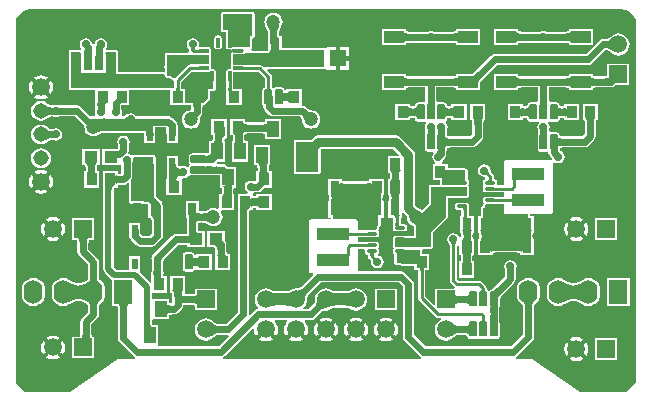
<source format=gtl>
G04*
G04 #@! TF.GenerationSoftware,Altium Limited,Altium Designer,24.2.2 (26)*
G04*
G04 Layer_Physical_Order=1*
G04 Layer_Color=6711008*
%FSLAX25Y25*%
%MOIN*%
G70*
G04*
G04 #@! TF.SameCoordinates,5F421DDB-3BC7-4088-8A48-602F4A50BB0D*
G04*
G04*
G04 #@! TF.FilePolarity,Positive*
G04*
G01*
G75*
%ADD14C,0.01000*%
%ADD18R,0.03150X0.04016*%
%ADD19R,0.04331X0.03937*%
G04:AMPARAMS|DCode=20|XSize=31.89mil|YSize=10.63mil|CornerRadius=1.33mil|HoleSize=0mil|Usage=FLASHONLY|Rotation=180.000|XOffset=0mil|YOffset=0mil|HoleType=Round|Shape=RoundedRectangle|*
%AMROUNDEDRECTD20*
21,1,0.03189,0.00797,0,0,180.0*
21,1,0.02923,0.01063,0,0,180.0*
1,1,0.00266,-0.01462,0.00399*
1,1,0.00266,0.01462,0.00399*
1,1,0.00266,0.01462,-0.00399*
1,1,0.00266,-0.01462,-0.00399*
%
%ADD20ROUNDEDRECTD20*%
%ADD21R,0.10630X0.03937*%
%ADD22R,0.03701X0.04016*%
%ADD24R,0.03937X0.05512*%
%ADD25R,0.02756X0.04724*%
%ADD26R,0.02992X0.04724*%
%ADD27R,0.03150X0.04724*%
%ADD28R,0.07087X0.05315*%
%ADD29R,0.07087X0.05906*%
%ADD30R,0.02362X0.04528*%
%ADD31R,0.02362X0.03543*%
G04:AMPARAMS|DCode=32|XSize=33.86mil|YSize=10.24mil|CornerRadius=1.28mil|HoleSize=0mil|Usage=FLASHONLY|Rotation=180.000|XOffset=0mil|YOffset=0mil|HoleType=Round|Shape=RoundedRectangle|*
%AMROUNDEDRECTD32*
21,1,0.03386,0.00768,0,0,180.0*
21,1,0.03130,0.01024,0,0,180.0*
1,1,0.00256,-0.01565,0.00384*
1,1,0.00256,0.01565,0.00384*
1,1,0.00256,0.01565,-0.00384*
1,1,0.00256,-0.01565,-0.00384*
%
%ADD32ROUNDEDRECTD32*%
G04:AMPARAMS|DCode=33|XSize=33.86mil|YSize=10.24mil|CornerRadius=1.28mil|HoleSize=0mil|Usage=FLASHONLY|Rotation=270.000|XOffset=0mil|YOffset=0mil|HoleType=Round|Shape=RoundedRectangle|*
%AMROUNDEDRECTD33*
21,1,0.03386,0.00768,0,0,270.0*
21,1,0.03130,0.01024,0,0,270.0*
1,1,0.00256,-0.00384,-0.01565*
1,1,0.00256,-0.00384,0.01565*
1,1,0.00256,0.00384,0.01565*
1,1,0.00256,0.00384,-0.01565*
%
%ADD33ROUNDEDRECTD33*%
%ADD34R,0.06693X0.03937*%
%ADD66R,0.04724X0.07874*%
%ADD67C,0.04724*%
G04:AMPARAMS|DCode=68|XSize=25mil|YSize=50mil|CornerRadius=2.5mil|HoleSize=0mil|Usage=FLASHONLY|Rotation=180.000|XOffset=0mil|YOffset=0mil|HoleType=Round|Shape=RoundedRectangle|*
%AMROUNDEDRECTD68*
21,1,0.02500,0.04500,0,0,180.0*
21,1,0.02000,0.05000,0,0,180.0*
1,1,0.00500,-0.01000,0.02250*
1,1,0.00500,0.01000,0.02250*
1,1,0.00500,0.01000,-0.02250*
1,1,0.00500,-0.01000,-0.02250*
%
%ADD68ROUNDEDRECTD68*%
G04:AMPARAMS|DCode=69|XSize=25mil|YSize=50mil|CornerRadius=2.5mil|HoleSize=0mil|Usage=FLASHONLY|Rotation=270.000|XOffset=0mil|YOffset=0mil|HoleType=Round|Shape=RoundedRectangle|*
%AMROUNDEDRECTD69*
21,1,0.02500,0.04500,0,0,270.0*
21,1,0.02000,0.05000,0,0,270.0*
1,1,0.00500,-0.02250,-0.01000*
1,1,0.00500,-0.02250,0.01000*
1,1,0.00500,0.02250,0.01000*
1,1,0.00500,0.02250,-0.01000*
%
%ADD69ROUNDEDRECTD69*%
%ADD70R,0.06614X0.06614*%
%ADD71C,0.02200*%
%ADD72C,0.02000*%
%ADD73C,0.03000*%
%ADD74C,0.04000*%
%ADD75C,0.05906*%
%ADD76R,0.05906X0.05906*%
%ADD77R,0.06299X0.07874*%
%ADD78O,0.06299X0.07874*%
%ADD79R,0.05906X0.05906*%
%ADD80C,0.05150*%
%ADD81C,0.05937*%
%ADD82R,0.05386X0.05386*%
%ADD83C,0.05386*%
%ADD84C,0.01968*%
%ADD85C,0.02756*%
G36*
X204793Y129050D02*
X205949Y128571D01*
X206943Y127809D01*
X207705Y126816D01*
X208184Y125659D01*
X208342Y124460D01*
X208334Y124417D01*
X208334Y4802D01*
X205053Y1522D01*
X189664D01*
X173829Y12610D01*
X173717Y12659D01*
X173615Y12727D01*
X173518Y12746D01*
X173428Y12786D01*
X173306Y12788D01*
X173186Y12812D01*
X168292D01*
X168202Y13304D01*
X168798Y13702D01*
X173798Y18702D01*
X174196Y19298D01*
X174335Y20000D01*
Y29755D01*
X174354Y30044D01*
X174403Y30431D01*
X174467Y30748D01*
X174516Y30908D01*
X175246Y31467D01*
X175863Y32271D01*
X176251Y33208D01*
X176383Y34213D01*
Y35787D01*
X176251Y36792D01*
X175863Y37729D01*
X175246Y38533D01*
X174441Y39150D01*
X173505Y39538D01*
X172500Y39670D01*
X171495Y39538D01*
X170559Y39150D01*
X169754Y38533D01*
X169137Y37729D01*
X168749Y36792D01*
X168617Y35787D01*
Y34213D01*
X168749Y33208D01*
X169137Y32271D01*
X169754Y31467D01*
X170484Y30908D01*
X170533Y30748D01*
X170595Y30442D01*
X170665Y29698D01*
Y20760D01*
X166740Y16835D01*
X138260D01*
X134335Y20760D01*
Y37500D01*
X134196Y38202D01*
X133798Y38798D01*
X131298Y41298D01*
X130702Y41696D01*
X130000Y41835D01*
X115849D01*
X115714Y42000D01*
Y49308D01*
X117524D01*
X117965Y48962D01*
Y48164D01*
X118029Y47839D01*
X118213Y47564D01*
X118489Y47380D01*
X118814Y47315D01*
X119046D01*
X119047Y47309D01*
X119052Y47250D01*
Y46847D01*
X119145Y46378D01*
X119410Y45981D01*
X119864Y45528D01*
X119873Y45517D01*
X119912Y45459D01*
X119944Y45403D01*
X119971Y45346D01*
X119992Y45288D01*
X120009Y45228D01*
X120021Y45164D01*
X120026Y45114D01*
X120003Y45000D01*
X120165Y44189D01*
X120624Y43502D01*
X121311Y43043D01*
X122122Y42881D01*
X122933Y43043D01*
X123620Y43502D01*
X124079Y44189D01*
X124241Y45000D01*
X124079Y45811D01*
X123620Y46498D01*
X122933Y46957D01*
X122468Y47050D01*
X122338Y47564D01*
X122522Y47839D01*
X122586Y48164D01*
Y48962D01*
X122522Y49287D01*
X122348Y49547D01*
X122522Y49808D01*
X122586Y50133D01*
Y50930D01*
X122522Y51255D01*
X122338Y51531D01*
X122062Y51715D01*
X121737Y51779D01*
X118814D01*
X118692Y51755D01*
X115714D01*
Y53245D01*
X118692D01*
X118814Y53221D01*
X121737D01*
X122062Y53285D01*
X122338Y53469D01*
X122522Y53745D01*
X122586Y54070D01*
Y54867D01*
X122522Y55192D01*
X122376Y55410D01*
X122394Y55436D01*
X122495Y55673D01*
X122522Y55713D01*
X122530Y55756D01*
X122594Y55906D01*
X122595Y55910D01*
X122597Y55913D01*
X122624Y56046D01*
X122652Y56178D01*
X122651Y56182D01*
X122652Y56186D01*
Y56453D01*
X122773Y56478D01*
X123005Y56632D01*
X123159Y56864D01*
X123214Y57137D01*
Y59792D01*
X124287D01*
Y64487D01*
X124288Y64496D01*
X124287Y64504D01*
Y65208D01*
X123924D01*
X123895Y65374D01*
X123847Y66062D01*
Y66486D01*
X123849Y66552D01*
X123876Y66840D01*
X123912Y67079D01*
X123953Y67258D01*
X123965Y67292D01*
X124440D01*
Y67996D01*
X124442Y68004D01*
X124440Y68013D01*
Y72708D01*
X120060D01*
X120051Y72710D01*
X120043Y72708D01*
X119339D01*
Y72055D01*
X119338Y72044D01*
X119322Y72032D01*
X119228Y71985D01*
X119070Y71932D01*
X118860Y71886D01*
X118357Y71835D01*
X111183D01*
X111032Y71846D01*
X110754Y71884D01*
X110533Y71932D01*
X110374Y71985D01*
X110281Y72032D01*
X110264Y72044D01*
X110263Y72055D01*
Y72708D01*
X109560D01*
X109551Y72710D01*
X109542Y72708D01*
X105713D01*
Y68013D01*
X105712Y68004D01*
X105713Y67996D01*
Y67292D01*
X106076D01*
X106105Y67126D01*
X106153Y66439D01*
Y65975D01*
X106135Y65633D01*
X106107Y65389D01*
X106076Y65208D01*
X105713D01*
Y64504D01*
X105712Y64496D01*
X105713Y64487D01*
Y59792D01*
X106786D01*
Y59214D01*
X100000D01*
X99727Y59159D01*
X99495Y59005D01*
X99341Y58773D01*
X99286Y58500D01*
Y42000D01*
X99341Y41727D01*
X99495Y41495D01*
X99727Y41341D01*
X100000Y41286D01*
X100538D01*
X100729Y40824D01*
X96939Y37035D01*
X96561Y36671D01*
X96560Y36670D01*
X96383Y36547D01*
X96204Y36443D01*
X96022Y36357D01*
X95837Y36287D01*
X95647Y36233D01*
X95451Y36195D01*
X95248Y36173D01*
X95115Y36169D01*
X95000Y36184D01*
X94046Y36059D01*
X93158Y35691D01*
X92611Y35271D01*
X91306Y35223D01*
X87924D01*
X87820Y35224D01*
X87427Y35242D01*
X86842Y35691D01*
X85954Y36059D01*
X85000Y36184D01*
X84046Y36059D01*
X83158Y35691D01*
X82395Y35105D01*
X81809Y34342D01*
X81441Y33454D01*
X81316Y32500D01*
X81441Y31546D01*
X81809Y30658D01*
X82395Y29895D01*
X82514Y29803D01*
X82343Y29304D01*
X81798Y29196D01*
X81202Y28798D01*
X79823Y27418D01*
X79680Y27442D01*
X79335Y27638D01*
Y61313D01*
X79353Y61509D01*
X79397Y61779D01*
X79454Y61990D01*
X79514Y62139D01*
X79569Y62229D01*
X79607Y62270D01*
X79628Y62284D01*
X79650Y62292D01*
X79940D01*
X79949Y62290D01*
X79957Y62292D01*
X80661D01*
Y62945D01*
X80662Y62956D01*
X80678Y62968D01*
X80772Y63015D01*
X80930Y63068D01*
X81140Y63113D01*
X81270Y63127D01*
X81349Y63116D01*
X81570Y63068D01*
X81728Y63015D01*
X81822Y62968D01*
X81838Y62956D01*
X81839Y62945D01*
Y62292D01*
X82543D01*
X82551Y62290D01*
X82560Y62292D01*
X86940D01*
Y67708D01*
X82560D01*
X82551Y67710D01*
X82543Y67708D01*
X81839D01*
Y67055D01*
X81838Y67044D01*
X81822Y67032D01*
X81728Y66985D01*
X81570Y66932D01*
X81360Y66887D01*
X81230Y66873D01*
X81151Y66884D01*
X80930Y66932D01*
X80772Y66985D01*
X80678Y67032D01*
X80662Y67044D01*
X80661Y67055D01*
X80661Y67587D01*
X80746Y67847D01*
X80906Y68106D01*
X81153Y68271D01*
X82154D01*
X82856Y68411D01*
X83451Y68809D01*
X84435Y69792D01*
X86940D01*
Y74487D01*
X86942Y74496D01*
X86940Y74505D01*
Y75208D01*
X86283D01*
X86193Y75218D01*
X86182Y75222D01*
X86168Y75231D01*
X86134Y75269D01*
X86082Y75358D01*
X86024Y75508D01*
X85969Y75719D01*
X85926Y75990D01*
X85910Y76178D01*
Y76384D01*
X85934Y76779D01*
X85966Y77016D01*
X86003Y77202D01*
X86007Y77213D01*
X86428D01*
Y77917D01*
X86430Y77925D01*
X86428Y77934D01*
Y84125D01*
X81091D01*
Y77213D01*
X81821D01*
X81925Y77202D01*
X81949Y77194D01*
X81970Y77180D01*
X82007Y77140D01*
X82061Y77052D01*
X82121Y76905D01*
X82178Y76696D01*
X82222Y76427D01*
X82240Y76231D01*
Y75935D01*
X82225Y75628D01*
X82199Y75380D01*
X82172Y75208D01*
X81839D01*
Y74505D01*
X81838Y74496D01*
X81839Y74487D01*
Y72388D01*
X81393Y71942D01*
X80834D01*
X80811Y71957D01*
X80000Y72119D01*
X79189Y71957D01*
X78502Y71498D01*
X78043Y70811D01*
X77881Y70000D01*
X78043Y69189D01*
X78502Y68502D01*
X78942Y68208D01*
X78790Y67708D01*
X75560D01*
Y63010D01*
X75558Y63002D01*
X75560Y62993D01*
Y62973D01*
X75559Y62968D01*
X75560Y62965D01*
Y62292D01*
X75621D01*
X75665Y61549D01*
Y28260D01*
X71740Y24335D01*
X69150D01*
X69051Y24346D01*
X68840Y24384D01*
X68640Y24437D01*
X68450Y24504D01*
X68270Y24586D01*
X68097Y24682D01*
X67932Y24794D01*
X67772Y24922D01*
X67676Y25013D01*
X67605Y25105D01*
X66842Y25691D01*
X65954Y26059D01*
X65000Y26184D01*
X64046Y26059D01*
X63158Y25691D01*
X62395Y25105D01*
X61809Y24342D01*
X61441Y23454D01*
X61316Y22500D01*
X61441Y21546D01*
X61809Y20658D01*
X62395Y19895D01*
X63158Y19309D01*
X64046Y18941D01*
X65000Y18816D01*
X65954Y18941D01*
X66842Y19309D01*
X67605Y19895D01*
X67676Y19987D01*
X67772Y20078D01*
X67932Y20206D01*
X68097Y20318D01*
X68270Y20414D01*
X68450Y20496D01*
X68640Y20563D01*
X68840Y20616D01*
X69051Y20654D01*
X69150Y20665D01*
X72362D01*
X72558Y20320D01*
X72582Y20177D01*
X69240Y16835D01*
X49223D01*
X48928Y17213D01*
Y24125D01*
X47255D01*
X47249Y24129D01*
X47224Y24156D01*
X47181Y24228D01*
X47129Y24355D01*
X47080Y24540D01*
X47040Y24780D01*
X47025Y24954D01*
Y25502D01*
X47332Y25875D01*
X47525Y25875D01*
X52668D01*
Y27183D01*
X52676Y27204D01*
X52690Y27224D01*
X52730Y27262D01*
X52819Y27316D01*
X52969Y27377D01*
X53179Y27433D01*
X53450Y27478D01*
X53647Y27495D01*
X54321D01*
X55024Y27635D01*
X55619Y28033D01*
X56908Y29322D01*
X57306Y29917D01*
X57446Y30619D01*
Y30665D01*
X60369D01*
X60566Y30647D01*
X60836Y30603D01*
X61047Y30546D01*
X61196Y30485D01*
X61286Y30431D01*
X61326Y30394D01*
X61340Y30373D01*
X61347Y30353D01*
Y28847D01*
X68653D01*
Y36153D01*
X61347D01*
Y34647D01*
X61340Y34627D01*
X61326Y34606D01*
X61286Y34569D01*
X61196Y34515D01*
X61047Y34454D01*
X60836Y34397D01*
X60566Y34353D01*
X60369Y34335D01*
X58265D01*
X58161Y34792D01*
X58161D01*
Y35495D01*
X58162Y35504D01*
X58161Y35513D01*
Y40208D01*
X53060D01*
Y35513D01*
X53058Y35504D01*
X53060Y35495D01*
Y34792D01*
X53621D01*
X53649Y34723D01*
X53695Y34554D01*
X53735Y34333D01*
X53775Y33861D01*
Y31586D01*
X53646Y31427D01*
X53349Y31200D01*
X53179Y31228D01*
X52969Y31285D01*
X52819Y31345D01*
X52730Y31400D01*
X52690Y31437D01*
X52676Y31458D01*
X52668Y31478D01*
Y32787D01*
X47525D01*
X47332Y32787D01*
X47025Y33160D01*
Y34792D01*
X51940D01*
Y40208D01*
X51206D01*
X51177Y40223D01*
X50835Y40708D01*
X50940Y41238D01*
X50779Y42049D01*
X50656Y42231D01*
Y44407D01*
X50621Y44584D01*
Y45303D01*
X50661Y45372D01*
X50878Y45681D01*
X51455Y46360D01*
X55760Y50665D01*
X58788D01*
Y49832D01*
X64519D01*
Y55168D01*
X62638D01*
X62617Y55176D01*
X62595Y55191D01*
X62557Y55232D01*
X62503Y55321D01*
X62442Y55471D01*
X62386Y55681D01*
X62341Y55951D01*
X62323Y56148D01*
Y57201D01*
X62344Y57402D01*
X62500Y57881D01*
X63311Y58043D01*
X63494Y58165D01*
X63680D01*
X63854Y58157D01*
X64135Y58124D01*
X64404Y58076D01*
X64655Y58017D01*
X64886Y57945D01*
X65099Y57863D01*
X65294Y57770D01*
X65472Y57667D01*
X65659Y57536D01*
X65709Y57515D01*
X65956Y57325D01*
X66701Y57017D01*
X67500Y56911D01*
X68299Y57017D01*
X69044Y57325D01*
X69684Y57816D01*
X70175Y58456D01*
X70483Y59201D01*
X70589Y60000D01*
X70483Y60799D01*
X70175Y61544D01*
X69985Y61792D01*
X70231Y62292D01*
X74440D01*
Y66987D01*
X74442Y66996D01*
X74440Y67005D01*
Y67708D01*
X74100D01*
X74074Y67868D01*
X74030Y68539D01*
Y68734D01*
X74047Y68931D01*
X74092Y69201D01*
X74149Y69412D01*
X74209Y69561D01*
X74264Y69650D01*
X74302Y69691D01*
X74323Y69706D01*
X74344Y69713D01*
X75169D01*
Y76625D01*
X72427D01*
X71954Y77098D01*
X71359Y77496D01*
X70657Y77635D01*
X68872D01*
X68641Y78135D01*
X68844Y78375D01*
X71428D01*
Y84566D01*
X71430Y84575D01*
X71428Y84583D01*
Y85287D01*
X71328D01*
X71176Y85787D01*
X71498Y86002D01*
X71957Y86689D01*
X72119Y87500D01*
X71957Y88311D01*
X71940Y88337D01*
Y92708D01*
X66839D01*
Y87292D01*
X67239D01*
Y86269D01*
X67222Y86073D01*
X67177Y85804D01*
X67121Y85595D01*
X67061Y85448D01*
X67007Y85360D01*
X66970Y85320D01*
X66949Y85306D01*
X66926Y85298D01*
X66821Y85287D01*
X66091D01*
Y81501D01*
X66084Y81479D01*
X66069Y81457D01*
X66027Y81419D01*
X65938Y81365D01*
X65789Y81304D01*
X65578Y81247D01*
X65308Y81203D01*
X65111Y81185D01*
X62650D01*
X62566Y81169D01*
X60250D01*
X59879Y81095D01*
X59565Y80885D01*
X59355Y80571D01*
X59281Y80200D01*
Y78200D01*
X59355Y77829D01*
X59556Y77500D01*
X59355Y77171D01*
X59298Y76881D01*
X59062Y76731D01*
X58781Y76643D01*
X58311Y76957D01*
X57500Y77119D01*
X56689Y76957D01*
X56515Y76841D01*
X56353Y76858D01*
X56094Y76908D01*
X55894Y76971D01*
X55753Y77038D01*
X55666Y77100D01*
X55621Y77149D01*
Y80346D01*
X51859D01*
Y74418D01*
X51905D01*
Y72708D01*
X51839D01*
Y72004D01*
X51838Y71996D01*
X51839Y71987D01*
Y67292D01*
X56940D01*
Y72483D01*
X57357Y72910D01*
X57500Y72881D01*
X58311Y73043D01*
X58998Y73502D01*
X59200Y73804D01*
X59565Y74115D01*
X59879Y73905D01*
X60250Y73831D01*
X64750D01*
X65121Y73905D01*
X65129Y73911D01*
X66593Y73965D01*
X68851D01*
X69048Y73947D01*
X69318Y73903D01*
X69529Y73846D01*
X69678Y73786D01*
X69767Y73731D01*
X69809Y73693D01*
X69824Y73671D01*
X69832Y73649D01*
Y70432D01*
X69830Y70423D01*
X69832Y70415D01*
Y69713D01*
X70260D01*
X70265Y69699D01*
X70299Y69532D01*
X70360Y68806D01*
Y68675D01*
X70344Y68489D01*
X70301Y68218D01*
X70247Y68006D01*
X70189Y67856D01*
X70137Y67767D01*
X70104Y67729D01*
X70092Y67721D01*
X70083Y67717D01*
X69997Y67708D01*
X69339D01*
Y67005D01*
X69338Y66996D01*
X69339Y66987D01*
Y63033D01*
X68839Y62760D01*
X68299Y62983D01*
X67500Y63089D01*
X66701Y62983D01*
X65956Y62675D01*
X65709Y62485D01*
X65659Y62464D01*
X65472Y62333D01*
X65294Y62230D01*
X65099Y62137D01*
X64886Y62055D01*
X64655Y61983D01*
X64404Y61924D01*
X64144Y61878D01*
X63684Y61835D01*
X63494D01*
X63311Y61957D01*
X62763Y62066D01*
Y65208D01*
X58213D01*
Y59792D01*
X58653D01*
Y54335D01*
X55000D01*
X54298Y54196D01*
X53702Y53798D01*
X47442Y47538D01*
X47056Y46960D01*
X46859D01*
Y46548D01*
X46855Y46532D01*
X46817Y46399D01*
X46817Y46399D01*
X46817Y46398D01*
X46811Y46328D01*
X46812Y46319D01*
X46810Y46310D01*
X46828Y46181D01*
X46843Y46051D01*
X46848Y46044D01*
X46849Y46034D01*
X46859Y46018D01*
Y44584D01*
X46824Y44407D01*
X46859Y44230D01*
Y42737D01*
X46857Y42728D01*
X46859Y42720D01*
Y42024D01*
X46703Y41238D01*
X46810Y40696D01*
X46839Y40208D01*
X46839Y40208D01*
X46839Y40208D01*
Y39505D01*
X46838Y39496D01*
X46839Y39487D01*
Y38310D01*
X46339Y38103D01*
X42926Y41517D01*
X43133Y42017D01*
X43141D01*
Y46960D01*
X39379D01*
Y42370D01*
X35081D01*
X34233Y43218D01*
Y68964D01*
X34249Y69138D01*
X34288Y69378D01*
X34338Y69562D01*
X34390Y69690D01*
X34433Y69761D01*
X34458Y69788D01*
X34464Y69792D01*
X34940D01*
X34949Y69790D01*
X34957Y69792D01*
X35661D01*
Y70445D01*
X35662Y70456D01*
X35678Y70468D01*
X35772Y70515D01*
X35930Y70568D01*
X36140Y70613D01*
X36643Y70665D01*
X37265D01*
X37968Y70804D01*
X38563Y71202D01*
X38824Y71464D01*
X39286Y71272D01*
Y65208D01*
X39341Y64935D01*
X39495Y64703D01*
X39727Y64548D01*
X40000Y64494D01*
X43784D01*
X44014Y64341D01*
X44287Y64286D01*
X45618D01*
X45713Y64191D01*
Y59792D01*
X46590D01*
X46612Y59784D01*
X46633Y59770D01*
X46671Y59729D01*
X46726Y59639D01*
X46786Y59490D01*
X46843Y59279D01*
X46888Y59009D01*
X46905Y58812D01*
Y57983D01*
X46859D01*
Y57280D01*
X46857Y57271D01*
X46859Y57263D01*
Y54454D01*
X46108Y53704D01*
X43892D01*
X43141Y54454D01*
Y57983D01*
X39379D01*
Y53040D01*
X39564D01*
X39564Y53038D01*
X39962Y52442D01*
X41834Y50571D01*
X42429Y50173D01*
X43131Y50033D01*
X46869D01*
X47571Y50173D01*
X48166Y50571D01*
X50038Y52442D01*
X50436Y53038D01*
X50436Y53040D01*
X50621D01*
Y57263D01*
X50623Y57271D01*
X50621Y57280D01*
Y57286D01*
X50623Y57294D01*
X50621Y57337D01*
Y57983D01*
X50601D01*
X50575Y58797D01*
Y63760D01*
X50436Y64462D01*
X50263Y64721D01*
Y65208D01*
X49888D01*
X48214Y66882D01*
Y70995D01*
X48217Y71000D01*
X48379Y71811D01*
X48217Y72622D01*
X48214Y72627D01*
Y80000D01*
X48159Y80273D01*
X48141Y80301D01*
Y80346D01*
X48111D01*
X48005Y80505D01*
X47773Y80659D01*
X47500Y80714D01*
X40916D01*
X40847Y80700D01*
X40777D01*
X40712Y80673D01*
X40643Y80659D01*
X40584Y80620D01*
X40519Y80593D01*
X40348Y80515D01*
X39958Y80577D01*
X39871Y80620D01*
X39471Y80887D01*
X39289Y80923D01*
X39090Y81452D01*
X39093Y81472D01*
X39229Y82157D01*
Y83847D01*
X39457Y84189D01*
X39619Y85000D01*
X39457Y85811D01*
X38998Y86498D01*
X38311Y86957D01*
X37500Y87119D01*
X36689Y86957D01*
X36002Y86498D01*
X35543Y85811D01*
X35381Y85000D01*
X35543Y84189D01*
X35558Y84166D01*
Y82917D01*
X35345Y82704D01*
X34215D01*
X34038Y82669D01*
X30481D01*
Y77332D01*
X36212D01*
Y77383D01*
X36712Y77618D01*
X36719Y77613D01*
Y74752D01*
X36651Y74657D01*
X36295Y74364D01*
X36151Y74384D01*
X35930Y74432D01*
X35772Y74485D01*
X35678Y74532D01*
X35662Y74544D01*
X35661Y74555D01*
Y75208D01*
X34957D01*
X34949Y75210D01*
X34940Y75208D01*
X30560D01*
Y70537D01*
X30559Y70532D01*
X30560Y70525D01*
Y70510D01*
X30558Y70502D01*
X30560Y70493D01*
Y69792D01*
X30727D01*
X30767Y69144D01*
Y42500D01*
X30899Y41837D01*
X31274Y41274D01*
X33137Y39411D01*
X33650Y39069D01*
Y30363D01*
X35246D01*
X35351Y30352D01*
X35374Y30344D01*
X35395Y30330D01*
X35432Y30290D01*
X35486Y30202D01*
X35546Y30054D01*
X35603Y29845D01*
X35647Y29577D01*
X35665Y29381D01*
Y19659D01*
X35804Y18957D01*
X36202Y18361D01*
X40861Y13702D01*
X41457Y13304D01*
X41367Y12812D01*
X36168D01*
X36048Y12788D01*
X35925Y12786D01*
X35835Y12746D01*
X35739Y12727D01*
X35637Y12659D01*
X35524Y12610D01*
X19689Y1522D01*
X4802D01*
X1522Y4802D01*
X1522Y124409D01*
X1523Y124417D01*
X1523D01*
X1574Y124896D01*
X1674Y125659D01*
X2153Y126816D01*
X2915Y127809D01*
X3909Y128571D01*
X5066Y129050D01*
X6264Y129208D01*
X6307Y129200D01*
X203551D01*
X203594Y129208D01*
X204793Y129050D01*
D02*
G37*
G36*
X70180Y86357D02*
X70262Y85367D01*
X70310Y85125D01*
X70370Y84927D01*
X70440Y84773D01*
X70521Y84663D01*
X70613Y84597D01*
X70716Y84575D01*
X66875D01*
X67084Y84597D01*
X67271Y84663D01*
X67436Y84773D01*
X67579Y84927D01*
X67700Y85125D01*
X67799Y85367D01*
X67876Y85653D01*
X67931Y85983D01*
X67964Y86357D01*
X67975Y86775D01*
X70175D01*
X70180Y86357D01*
D02*
G37*
G36*
X66810Y80449D02*
X66968Y80450D01*
X67067Y78250D01*
X66678Y78248D01*
X65320Y78166D01*
X65165Y78136D01*
X65048Y78101D01*
X64971Y78062D01*
X64932Y78018D01*
Y78257D01*
X64603Y78250D01*
Y80450D01*
X65023Y80461D01*
X65398Y80494D01*
X65729Y80549D01*
X66016Y80626D01*
X66260Y80725D01*
X66459Y80846D01*
X66614Y80989D01*
X66725Y81154D01*
X66792Y81341D01*
X66815Y81550D01*
X66810Y80449D01*
D02*
G37*
G36*
X64961Y76967D02*
X65032Y76953D01*
X65148Y76940D01*
X65753Y76913D01*
X67166Y76900D01*
Y74700D01*
X64932Y74618D01*
Y76982D01*
X64961Y76967D01*
D02*
G37*
G36*
X85614Y77903D02*
X85521Y77837D01*
X85440Y77727D01*
X85370Y77573D01*
X85310Y77375D01*
X85261Y77133D01*
X85224Y76847D01*
X85187Y76256D01*
X85217Y75904D01*
X85270Y75574D01*
X85343Y75288D01*
X85438Y75046D01*
X85554Y74848D01*
X85691Y74694D01*
X85849Y74584D01*
X86028Y74518D01*
X86228Y74496D01*
X82551D01*
X82632Y74518D01*
X82704Y74584D01*
X82767Y74694D01*
X82822Y74848D01*
X82869Y75046D01*
X82907Y75288D01*
X82937Y75574D01*
X82964Y76139D01*
X82964Y76143D01*
X82931Y76517D01*
X82876Y76847D01*
X82799Y77133D01*
X82700Y77375D01*
X82579Y77573D01*
X82436Y77727D01*
X82271Y77837D01*
X82084Y77903D01*
X81875Y77925D01*
X85716D01*
X85614Y77903D01*
D02*
G37*
G36*
X70543Y75913D02*
X70556Y73600D01*
X70532Y73809D01*
X70465Y73996D01*
X70354Y74161D01*
X70199Y74304D01*
X70000Y74425D01*
X69756Y74524D01*
X69469Y74601D01*
X69138Y74656D01*
X68763Y74689D01*
X68344Y74700D01*
Y76900D01*
X70543Y75913D01*
D02*
G37*
G36*
X54862Y77138D02*
X54928Y76920D01*
X55038Y76728D01*
X55192Y76561D01*
X55390Y76420D01*
X55632Y76305D01*
X55918Y76215D01*
X56248Y76151D01*
X56622Y76113D01*
X57040Y76100D01*
Y73900D01*
X56622Y73878D01*
X56248Y73812D01*
X55918Y73702D01*
X55632Y73548D01*
X55390Y73350D01*
X55192Y73108D01*
X55038Y72822D01*
X55022Y72774D01*
X55115Y72546D01*
X55236Y72348D01*
X55379Y72194D01*
X55544Y72084D01*
X55731Y72018D01*
X55940Y71996D01*
X54856D01*
X54840Y71700D01*
X54643Y71996D01*
X52551D01*
X52568Y72018D01*
X52583Y72084D01*
X52597Y72194D01*
X52618Y72546D01*
X52640Y74196D01*
X53176D01*
X52640Y75000D01*
X54840Y77382D01*
X54862Y77138D01*
D02*
G37*
G36*
X34971Y74326D02*
X35037Y74173D01*
X35147Y74039D01*
X35301Y73922D01*
X35499Y73824D01*
X35741Y73743D01*
X36027Y73681D01*
X36357Y73636D01*
X36731Y73609D01*
X37149Y73600D01*
Y71400D01*
X36731Y71391D01*
X36027Y71319D01*
X35741Y71257D01*
X35499Y71176D01*
X35301Y71078D01*
X35147Y70961D01*
X35037Y70827D01*
X34971Y70674D01*
X34949Y70504D01*
Y74496D01*
X34971Y74326D01*
D02*
G37*
G36*
X120051Y70000D02*
X122500D01*
Y68004D01*
X123728D01*
X123611Y67982D01*
X123506Y67916D01*
X123414Y67806D01*
X123334Y67652D01*
X123266Y67454D01*
X123210Y67212D01*
X123167Y66926D01*
X123136Y66596D01*
X123124Y66178D01*
X123186Y65288D01*
X123228Y65046D01*
X123278Y64848D01*
X123339Y64694D01*
X123408Y64584D01*
X123487Y64518D01*
X123575Y64496D01*
X122500D01*
Y57137D01*
X121938D01*
Y56186D01*
X121737Y55716D01*
X118814D01*
X118692Y55692D01*
X115714D01*
Y58500D01*
X115659Y58773D01*
X115505Y59005D01*
X115273Y59159D01*
X115000Y59214D01*
X107500D01*
Y64496D01*
X106425D01*
X106513Y64518D01*
X106592Y64584D01*
X106661Y64694D01*
X106722Y64848D01*
X106772Y65046D01*
X106814Y65288D01*
X106846Y65574D01*
X106882Y66246D01*
X106814Y67212D01*
X106772Y67454D01*
X106722Y67652D01*
X106661Y67806D01*
X106592Y67916D01*
X106513Y67982D01*
X106425Y68004D01*
X107500D01*
Y70000D01*
X109551D01*
Y71996D01*
X109573Y71826D01*
X109639Y71673D01*
X109749Y71539D01*
X109903Y71422D01*
X110101Y71324D01*
X110343Y71243D01*
X110629Y71181D01*
X110959Y71136D01*
X111333Y71109D01*
X111751Y71100D01*
Y70000D01*
X117851D01*
Y71100D01*
X118269Y71109D01*
X118973Y71181D01*
X119259Y71243D01*
X119501Y71324D01*
X119699Y71422D01*
X119853Y71539D01*
X119963Y71673D01*
X120029Y71826D01*
X120051Y71996D01*
Y70000D01*
D02*
G37*
G36*
X34310Y70495D02*
X34140Y70434D01*
X33990Y70333D01*
X33860Y70192D01*
X33750Y70011D01*
X33660Y69790D01*
X33590Y69529D01*
X33540Y69227D01*
X33510Y68886D01*
X33500Y68504D01*
X31500D01*
X31498Y68884D01*
X31418Y70184D01*
X31388Y70324D01*
X31354Y70424D01*
X31315Y70484D01*
X31272Y70504D01*
X34500Y70516D01*
X34310Y70495D01*
D02*
G37*
G36*
X74186Y70415D02*
X73999Y70348D01*
X73834Y70237D01*
X73691Y70082D01*
X73570Y69883D01*
X73471Y69639D01*
X73394Y69352D01*
X73339Y69021D01*
X73307Y68658D01*
X73364Y67788D01*
X73403Y67546D01*
X73451Y67348D01*
X73507Y67194D01*
X73572Y67084D01*
X73646Y67018D01*
X73728Y66996D01*
X70051D01*
X70250Y67018D01*
X70427Y67084D01*
X70584Y67194D01*
X70719Y67348D01*
X70834Y67546D01*
X70928Y67788D01*
X71001Y68074D01*
X71053Y68404D01*
X71081Y68740D01*
X71007Y69633D01*
X70957Y69875D01*
X70896Y70073D01*
X70825Y70227D01*
X70742Y70337D01*
X70648Y70403D01*
X70543Y70425D01*
X74395Y70437D01*
X74186Y70415D01*
D02*
G37*
G36*
X82551Y63004D02*
X82529Y63174D01*
X82463Y63327D01*
X82353Y63461D01*
X82199Y63578D01*
X82001Y63676D01*
X81759Y63757D01*
X81473Y63819D01*
X81282Y63845D01*
X81027Y63819D01*
X80741Y63757D01*
X80499Y63676D01*
X80301Y63578D01*
X80147Y63461D01*
X80037Y63327D01*
X79971Y63174D01*
X79949Y63004D01*
Y66996D01*
X79971Y66826D01*
X80037Y66673D01*
X80147Y66539D01*
X80301Y66422D01*
X80499Y66324D01*
X80741Y66243D01*
X81027Y66181D01*
X81218Y66155D01*
X81473Y66181D01*
X81759Y66243D01*
X82001Y66324D01*
X82199Y66422D01*
X82353Y66539D01*
X82463Y66673D01*
X82529Y66826D01*
X82551Y66996D01*
Y63004D01*
D02*
G37*
G36*
X47500Y66555D02*
X49551Y64496D01*
X46425D01*
X46420Y64505D01*
X46395Y64534D01*
X46097Y64844D01*
X45942Y65000D01*
X44287D01*
Y65208D01*
X40000D01*
Y72713D01*
X40249Y73086D01*
X40389Y73789D01*
Y77720D01*
X40422Y77753D01*
X40738Y78516D01*
Y79343D01*
X40638Y79584D01*
X40916Y80000D01*
X47500D01*
Y66555D01*
D02*
G37*
G36*
X79491Y62993D02*
X79304Y62926D01*
X79139Y62815D01*
X78996Y62660D01*
X78875Y62461D01*
X78776Y62218D01*
X78699Y61931D01*
X78644Y61599D01*
X78611Y61224D01*
X78600Y60804D01*
X76400D01*
X76399Y61222D01*
X76296Y62982D01*
X76272Y63004D01*
X79700Y63016D01*
X79491Y62993D01*
D02*
G37*
G36*
X66067Y58122D02*
X65855Y58270D01*
X65627Y58402D01*
X65382Y58519D01*
X65120Y58620D01*
X64843Y58706D01*
X64549Y58776D01*
X64239Y58830D01*
X63912Y58869D01*
X63209Y58900D01*
Y61100D01*
X63569Y61108D01*
X64239Y61170D01*
X64549Y61225D01*
X64843Y61295D01*
X65120Y61380D01*
X65382Y61481D01*
X65627Y61598D01*
X65855Y61730D01*
X66067Y61878D01*
Y58122D01*
D02*
G37*
G36*
X49551Y60504D02*
X49606Y60482D01*
X49655Y60416D01*
X49698Y60306D01*
X49736Y60152D01*
X49768Y59954D01*
X49810Y59471D01*
X49840D01*
X49909Y57271D01*
X47571D01*
X47584Y57293D01*
X47596Y57359D01*
X47606Y57469D01*
X47629Y58064D01*
X47633Y58573D01*
X47629Y58724D01*
X47596Y59099D01*
X47541Y59430D01*
X47464Y59718D01*
X47365Y59961D01*
X47244Y60160D01*
X47101Y60315D01*
X46936Y60426D01*
X46749Y60493D01*
X46540Y60516D01*
X49551Y60504D01*
D02*
G37*
G36*
X61597Y62234D02*
X61625Y61996D01*
X61670Y61786D01*
X61734Y61604D01*
X61816Y61450D01*
X61916Y61324D01*
X62035Y61226D01*
X62172Y61156D01*
X62327Y61114D01*
X62500Y61100D01*
Y58900D01*
X62327Y58878D01*
X62172Y58812D01*
X62035Y58702D01*
X61916Y58548D01*
X61816Y58350D01*
X61734Y58108D01*
X61670Y57822D01*
X61597Y57118D01*
X61588Y56700D01*
X59388Y60000D01*
X61588Y62500D01*
X61597Y62234D01*
D02*
G37*
G36*
X61599Y56237D02*
X61632Y55862D01*
X61687Y55530D01*
X61764Y55243D01*
X61863Y55000D01*
X61984Y54800D01*
X62127Y54645D01*
X62292Y54534D01*
X62479Y54467D01*
X62688Y54444D01*
X59500Y54457D01*
X59479Y54479D01*
X59460Y54545D01*
X59443Y54655D01*
X59429Y54808D01*
X59398Y55534D01*
X59388Y56656D01*
X61588D01*
X61599Y56237D01*
D02*
G37*
G36*
X121181Y48035D02*
X121096Y48005D01*
X121021Y47954D01*
X120956Y47884D01*
X120901Y47793D01*
X120856Y47681D01*
X120821Y47550D01*
X120796Y47398D01*
X120781Y47226D01*
X120776Y47034D01*
X119776D01*
X119771Y47226D01*
X119756Y47398D01*
X119731Y47550D01*
X119696Y47681D01*
X119651Y47793D01*
X119596Y47884D01*
X119531Y47954D01*
X119456Y48005D01*
X119371Y48035D01*
X119276Y48046D01*
X121276D01*
X121181Y48035D01*
D02*
G37*
G36*
X121080Y46756D02*
X121180Y46676D01*
X121284Y46605D01*
X121391Y46543D01*
X121502Y46492D01*
X121616Y46450D01*
X121734Y46417D01*
X121855Y46395D01*
X121980Y46381D01*
X122108Y46378D01*
X120744Y45014D01*
X120741Y45142D01*
X120728Y45267D01*
X120705Y45388D01*
X120672Y45506D01*
X120630Y45620D01*
X120579Y45731D01*
X120518Y45838D01*
X120447Y45942D01*
X120366Y46042D01*
X120276Y46139D01*
X120983Y46846D01*
X121080Y46756D01*
D02*
G37*
G36*
X51465Y47409D02*
X51016Y46945D01*
X50313Y46118D01*
X50059Y45756D01*
X49869Y45428D01*
X49745Y45134D01*
X49686Y44874D01*
X49691Y44648D01*
X49762Y44456D01*
X49897Y44298D01*
X47571Y46248D01*
X47522Y46271D01*
X47528Y46341D01*
X47588Y46458D01*
X47702Y46621D01*
X47870Y46831D01*
X48370Y47391D01*
X49526Y48581D01*
X51465Y47409D01*
D02*
G37*
G36*
X49911Y42714D02*
X49914Y42669D01*
X49921Y41238D01*
X49928Y40907D01*
X49979Y40349D01*
X50024Y40123D01*
X50082Y39931D01*
X50152Y39775D01*
X50236Y39653D01*
X50332Y39566D01*
X50441Y39513D01*
X50563Y39496D01*
X47551D01*
X47584Y39513D01*
X47613Y39566D01*
X47638Y39653D01*
X47660Y39775D01*
X47679Y39931D01*
X47706Y40349D01*
X47721Y41238D01*
X47720Y41521D01*
X47648Y42594D01*
X47625Y42669D01*
X47600Y42714D01*
X47571Y42728D01*
X49909D01*
X49911Y42714D01*
D02*
G37*
G36*
X57308Y35482D02*
X57183Y35416D01*
X57072Y35306D01*
X56976Y35152D01*
X56895Y34954D01*
X56828Y34712D01*
X56777Y34426D01*
X56740Y34096D01*
X56710Y33304D01*
X54510D01*
X54503Y33722D01*
X54444Y34426D01*
X54392Y34712D01*
X54326Y34954D01*
X54244Y35152D01*
X54148Y35306D01*
X54038Y35416D01*
X53912Y35482D01*
X53772Y35504D01*
X57449D01*
X57308Y35482D01*
D02*
G37*
G36*
X99787Y35732D02*
X99258Y35198D01*
X98484Y34322D01*
X98445Y34266D01*
X98312Y34037D01*
X98200Y33802D01*
X98109Y33561D01*
X98038Y33313D01*
X97989Y33058D01*
X97960Y32797D01*
X97953Y32530D01*
X97393Y33089D01*
X97112Y32771D01*
X97028Y32611D01*
X97000Y32499D01*
X94999Y34500D01*
X95111Y34528D01*
X95271Y34612D01*
X95477Y34751D01*
X95621Y34862D01*
X95029Y35453D01*
X95297Y35460D01*
X95558Y35489D01*
X95813Y35538D01*
X96061Y35609D01*
X96302Y35700D01*
X96537Y35812D01*
X96766Y35945D01*
X96988Y36098D01*
X97033Y36135D01*
X98232Y37287D01*
X99787Y35732D01*
D02*
G37*
G36*
X105001Y30500D02*
X104889Y30472D01*
X104729Y30388D01*
X104523Y30249D01*
X104379Y30138D01*
X104971Y29547D01*
X104703Y29540D01*
X104442Y29511D01*
X104187Y29462D01*
X103939Y29391D01*
X103698Y29300D01*
X103463Y29188D01*
X103234Y29056D01*
X103012Y28902D01*
X102967Y28865D01*
X101768Y27713D01*
X100213Y29268D01*
X100742Y29802D01*
X101516Y30678D01*
X101555Y30734D01*
X101688Y30963D01*
X101800Y31198D01*
X101891Y31439D01*
X101962Y31687D01*
X102011Y31942D01*
X102040Y32203D01*
X102047Y32471D01*
X102607Y31911D01*
X102888Y32229D01*
X102972Y32389D01*
X103000Y32501D01*
X105001Y30500D01*
D02*
G37*
G36*
X112891Y30433D02*
X112861Y30446D01*
X112797Y30457D01*
X112699Y30467D01*
X112199Y30489D01*
X111056Y30500D01*
Y34500D01*
X112891Y34567D01*
Y30433D01*
D02*
G37*
G36*
X107139Y34554D02*
X107203Y34543D01*
X107301Y34533D01*
X107801Y34511D01*
X108944Y34500D01*
Y30500D01*
X107109Y30433D01*
Y34567D01*
X107139Y34554D01*
D02*
G37*
G36*
X92891Y30433D02*
X92861Y30446D01*
X92797Y30457D01*
X92699Y30467D01*
X92199Y30489D01*
X91056Y30500D01*
Y34500D01*
X92891Y34567D01*
Y30433D01*
D02*
G37*
G36*
X87139Y34554D02*
X87203Y34543D01*
X87301Y34533D01*
X87801Y34511D01*
X88944Y34500D01*
Y30500D01*
X87109Y30433D01*
Y34567D01*
X87139Y34554D01*
D02*
G37*
G36*
X62071Y30300D02*
X62049Y30509D01*
X61983Y30696D01*
X61872Y30861D01*
X61717Y31004D01*
X61518Y31125D01*
X61275Y31224D01*
X60987Y31301D01*
X60656Y31356D01*
X60280Y31389D01*
X59859Y31400D01*
Y33600D01*
X60280Y33611D01*
X60656Y33644D01*
X60987Y33699D01*
X61275Y33776D01*
X61518Y33875D01*
X61717Y33996D01*
X61872Y34139D01*
X61983Y34304D01*
X62049Y34491D01*
X62071Y34700D01*
Y30300D01*
D02*
G37*
G36*
X174485Y31939D02*
X174299Y31852D01*
X174135Y31707D01*
X173993Y31504D01*
X173873Y31243D01*
X173775Y30924D01*
X173698Y30547D01*
X173644Y30112D01*
X173611Y29619D01*
X173600Y29068D01*
X171400D01*
X171389Y29619D01*
X171302Y30547D01*
X171225Y30924D01*
X171127Y31243D01*
X171007Y31504D01*
X170865Y31707D01*
X170701Y31852D01*
X170515Y31939D01*
X170308Y31968D01*
X174692D01*
X174485Y31939D01*
D02*
G37*
G36*
X39491Y31053D02*
X39304Y30987D01*
X39139Y30877D01*
X38996Y30723D01*
X38875Y30525D01*
X38776Y30283D01*
X38699Y29997D01*
X38644Y29667D01*
X38611Y29293D01*
X38600Y28875D01*
X36400D01*
X36389Y29293D01*
X36356Y29667D01*
X36301Y29997D01*
X36224Y30283D01*
X36125Y30525D01*
X36004Y30723D01*
X35861Y30877D01*
X35696Y30987D01*
X35509Y31053D01*
X35300Y31075D01*
X39700D01*
X39491Y31053D01*
D02*
G37*
G36*
X130665Y36740D02*
Y20000D01*
X130804Y19298D01*
X131202Y18702D01*
X136202Y13702D01*
X136798Y13304D01*
X136708Y12812D01*
X70792D01*
X70702Y13304D01*
X71298Y13702D01*
X80572Y22976D01*
X81045Y22742D01*
X81013Y22500D01*
X81149Y21468D01*
X81547Y20507D01*
X81720Y20281D01*
X82535Y21096D01*
X83596Y20035D01*
X82781Y19220D01*
X83007Y19047D01*
X83968Y18649D01*
X85000Y18513D01*
X86032Y18649D01*
X86993Y19047D01*
X87219Y19220D01*
X86404Y20035D01*
X87465Y21096D01*
X88280Y20281D01*
X88453Y20507D01*
X88851Y21468D01*
X88987Y22500D01*
X88851Y23532D01*
X88453Y24493D01*
X87938Y25165D01*
X88144Y25665D01*
X91856D01*
X92062Y25165D01*
X91547Y24493D01*
X91149Y23532D01*
X91013Y22500D01*
X91149Y21468D01*
X91547Y20507D01*
X91720Y20281D01*
X92535Y21096D01*
X93596Y20035D01*
X92781Y19220D01*
X93007Y19047D01*
X93968Y18649D01*
X95000Y18513D01*
X96032Y18649D01*
X96993Y19047D01*
X97219Y19220D01*
X96404Y20035D01*
X97465Y21096D01*
X98280Y20281D01*
X98453Y20507D01*
X98851Y21468D01*
X98987Y22500D01*
X98851Y23532D01*
X98453Y24493D01*
X97938Y25165D01*
X98144Y25665D01*
X100000D01*
X100702Y25804D01*
X101298Y26202D01*
X103061Y27965D01*
X103439Y28329D01*
X103440Y28330D01*
X103617Y28453D01*
X103796Y28556D01*
X103978Y28643D01*
X104163Y28713D01*
X104353Y28767D01*
X104549Y28805D01*
X104752Y28827D01*
X104885Y28831D01*
X105000Y28816D01*
X105954Y28941D01*
X106842Y29309D01*
X107389Y29729D01*
X108694Y29777D01*
X112076D01*
X112180Y29776D01*
X112573Y29758D01*
X113158Y29309D01*
X114046Y28941D01*
X115000Y28816D01*
X115954Y28941D01*
X116842Y29309D01*
X117605Y29895D01*
X118191Y30658D01*
X118559Y31546D01*
X118684Y32500D01*
X118559Y33454D01*
X118191Y34342D01*
X117605Y35105D01*
X116842Y35691D01*
X115954Y36059D01*
X115000Y36184D01*
X114046Y36059D01*
X113158Y35691D01*
X112611Y35271D01*
X111306Y35223D01*
X107924D01*
X107820Y35224D01*
X107427Y35242D01*
X106842Y35691D01*
X105954Y36059D01*
X105000Y36184D01*
X104046Y36059D01*
X103158Y35691D01*
X102395Y35105D01*
X101809Y34342D01*
X101441Y33454D01*
X101316Y32500D01*
X101331Y32385D01*
X101327Y32252D01*
X101305Y32049D01*
X101267Y31853D01*
X101213Y31663D01*
X101143Y31478D01*
X101057Y31296D01*
X100953Y31118D01*
X100421Y30516D01*
X99240Y29335D01*
X97654D01*
X97493Y29809D01*
X97605Y29895D01*
X98191Y30658D01*
X98559Y31546D01*
X98684Y32500D01*
X98669Y32615D01*
X98673Y32748D01*
X98695Y32951D01*
X98733Y33147D01*
X98787Y33337D01*
X98857Y33522D01*
X98944Y33704D01*
X99047Y33882D01*
X99579Y34484D01*
X103260Y38165D01*
X129240D01*
X130665Y36740D01*
D02*
G37*
G36*
X51967Y31322D02*
X52033Y31135D01*
X52144Y30970D01*
X52298Y30827D01*
X52498Y30706D01*
X52741Y30607D01*
X53028Y30530D01*
X53360Y30475D01*
X53736Y30442D01*
X54157Y30431D01*
Y28231D01*
X53736Y28220D01*
X53360Y28187D01*
X53028Y28132D01*
X52741Y28055D01*
X52498Y27956D01*
X52298Y27835D01*
X52144Y27692D01*
X52033Y27527D01*
X51967Y27340D01*
X51945Y27131D01*
Y31531D01*
X51967Y31322D01*
D02*
G37*
G36*
X46301Y25032D02*
X46331Y24690D01*
X46381Y24389D01*
X46451Y24127D01*
X46541Y23906D01*
X46651Y23725D01*
X46781Y23584D01*
X46931Y23483D01*
X47101Y23422D01*
X47291Y23401D01*
X44303Y23413D01*
X44301Y23433D01*
X44299Y23493D01*
X44291Y25413D01*
X46291D01*
X46301Y25032D01*
D02*
G37*
G36*
X67303Y24383D02*
X67508Y24219D01*
X67723Y24074D01*
X67948Y23948D01*
X68183Y23842D01*
X68429Y23755D01*
X68684Y23687D01*
X68950Y23639D01*
X69226Y23610D01*
X69512Y23600D01*
Y21400D01*
X69226Y21390D01*
X68950Y21361D01*
X68684Y21313D01*
X68429Y21245D01*
X68183Y21158D01*
X67948Y21052D01*
X67723Y20926D01*
X67508Y20781D01*
X67303Y20617D01*
X67109Y20433D01*
Y24567D01*
X67303Y24383D01*
D02*
G37*
%LPC*%
G36*
X186567Y122651D02*
X186558Y122649D01*
X185855D01*
Y122015D01*
X185853Y122013D01*
X185757Y121968D01*
X185595Y121917D01*
X185382Y121873D01*
X184887Y121825D01*
X178508D01*
X178311Y121957D01*
X177500Y122119D01*
X176689Y121957D01*
X176492Y121825D01*
X170046D01*
X169911Y121835D01*
X169629Y121871D01*
X169405Y121917D01*
X169243Y121968D01*
X169147Y122013D01*
X169145Y122015D01*
Y122649D01*
X168441D01*
X168433Y122651D01*
X168424Y122649D01*
X161052D01*
Y117312D01*
X168424D01*
X168433Y117310D01*
X168441Y117312D01*
X169145D01*
Y117957D01*
X169153Y117964D01*
X169248Y118009D01*
X169409Y118061D01*
X169620Y118106D01*
X170119Y118155D01*
X176521D01*
X176689Y118043D01*
X177500Y117881D01*
X178311Y118043D01*
X178479Y118155D01*
X184946D01*
X185088Y118145D01*
X185369Y118108D01*
X185591Y118061D01*
X185752Y118009D01*
X185847Y117964D01*
X185855Y117957D01*
Y117312D01*
X186558D01*
X186567Y117310D01*
X186576Y117312D01*
X193948D01*
Y122649D01*
X186576D01*
X186567Y122651D01*
D02*
G37*
G36*
X149067D02*
X149058Y122649D01*
X148355D01*
Y122015D01*
X148353Y122013D01*
X148257Y121968D01*
X148095Y121917D01*
X147882Y121873D01*
X147387Y121825D01*
X141008D01*
X140811Y121957D01*
X140000Y122119D01*
X139189Y121957D01*
X138992Y121825D01*
X132546D01*
X132411Y121835D01*
X132129Y121871D01*
X131905Y121917D01*
X131743Y121968D01*
X131647Y122013D01*
X131645Y122015D01*
Y122649D01*
X130941D01*
X130933Y122651D01*
X130924Y122649D01*
X123552D01*
Y117312D01*
X130924D01*
X130933Y117310D01*
X130941Y117312D01*
X131645D01*
Y117957D01*
X131653Y117964D01*
X131748Y118009D01*
X131909Y118061D01*
X132120Y118106D01*
X132619Y118155D01*
X139021D01*
X139189Y118043D01*
X140000Y117881D01*
X140811Y118043D01*
X140979Y118155D01*
X147446D01*
X147588Y118145D01*
X147869Y118108D01*
X148091Y118061D01*
X148252Y118009D01*
X148347Y117964D01*
X148355Y117957D01*
Y117312D01*
X149058D01*
X149067Y117310D01*
X149076Y117312D01*
X156448D01*
Y122649D01*
X149076D01*
X149067Y122651D01*
D02*
G37*
G36*
X69400Y120559D02*
X68632D01*
X68309Y120494D01*
X68035Y120311D01*
X67852Y120038D01*
X67788Y119715D01*
Y116585D01*
X67852Y116262D01*
X68035Y115988D01*
X68309Y115805D01*
X68632Y115741D01*
X69400D01*
X69723Y115805D01*
X69997Y115988D01*
X70179Y116262D01*
X70244Y116585D01*
Y119715D01*
X70179Y120038D01*
X69997Y120311D01*
X69723Y120494D01*
X69400Y120559D01*
D02*
G37*
G36*
X202500Y121184D02*
X201546Y121059D01*
X200658Y120691D01*
X199895Y120105D01*
X199824Y120013D01*
X199728Y119922D01*
X199568Y119794D01*
X199403Y119682D01*
X199230Y119586D01*
X199050Y119504D01*
X198860Y119437D01*
X198660Y119384D01*
X198449Y119346D01*
X198350Y119335D01*
X197500D01*
X196798Y119196D01*
X196202Y118798D01*
X191740Y114335D01*
X161260D01*
X160557Y114196D01*
X159962Y113798D01*
X154810Y108645D01*
X154396Y108261D01*
X154045Y107980D01*
X153733Y107761D01*
X153605Y107688D01*
X149076D01*
X149067Y107690D01*
X149058Y107688D01*
X148355D01*
Y107048D01*
X148350Y107045D01*
X148254Y106999D01*
X148093Y106948D01*
X147881Y106903D01*
X147384Y106855D01*
X132550D01*
X132411Y106865D01*
X132130Y106901D01*
X131907Y106948D01*
X131746Y106999D01*
X131650Y107045D01*
X131645Y107048D01*
Y107688D01*
X130941D01*
X130933Y107690D01*
X130924Y107688D01*
X123552D01*
Y102351D01*
X130924D01*
X130933Y102349D01*
X130941Y102351D01*
X131645D01*
Y102991D01*
X131650Y102995D01*
X131746Y103040D01*
X131907Y103092D01*
X132119Y103136D01*
X132616Y103184D01*
X138165D01*
Y98577D01*
X138160Y98568D01*
X137665Y98206D01*
X137600Y98219D01*
X135600D01*
X135229Y98145D01*
X134915Y97935D01*
X134705Y97621D01*
X134631Y97250D01*
Y97150D01*
X134623Y97127D01*
X134609Y97106D01*
X134569Y97069D01*
X134480Y97015D01*
X134330Y96954D01*
X134119Y96897D01*
X133864Y96855D01*
X133651Y96884D01*
X133430Y96932D01*
X133272Y96985D01*
X133178Y97032D01*
X133162Y97044D01*
X133161Y97055D01*
Y97708D01*
X132457D01*
X132449Y97710D01*
X132440Y97708D01*
X128060D01*
Y92292D01*
X132440D01*
X132449Y92290D01*
X132457Y92292D01*
X133161D01*
Y92945D01*
X133162Y92956D01*
X133178Y92968D01*
X133272Y93015D01*
X133430Y93068D01*
X133640Y93113D01*
X133896Y93140D01*
X134119Y93103D01*
X134330Y93046D01*
X134479Y92985D01*
X134569Y92931D01*
X134609Y92894D01*
X134623Y92873D01*
X134631Y92850D01*
Y92750D01*
X134705Y92379D01*
X134915Y92065D01*
X135229Y91855D01*
X135600Y91781D01*
X137600D01*
X137971Y91855D01*
X138037Y91840D01*
X138447Y91560D01*
X138450Y91420D01*
X138450Y91420D01*
X138043Y90811D01*
X137881Y90000D01*
X138043Y89189D01*
X138165Y89006D01*
Y88081D01*
X138148Y87701D01*
X138146Y87681D01*
X138105Y87621D01*
X138031Y87250D01*
Y82750D01*
X138105Y82379D01*
X138315Y82065D01*
X138629Y81855D01*
X139000Y81781D01*
X140594D01*
X140857Y81281D01*
X140543Y80811D01*
X140381Y80000D01*
X140543Y79189D01*
X141002Y78502D01*
X141442Y78208D01*
X141290Y77708D01*
X140560D01*
Y72292D01*
X142918D01*
Y70714D01*
X140000D01*
X139727Y70659D01*
X139495Y70505D01*
X139341Y70273D01*
X139286Y70000D01*
Y64613D01*
X136999Y62326D01*
X136544Y62675D01*
X135799Y62983D01*
X135634Y63005D01*
X134743Y63896D01*
Y80743D01*
X134572Y81601D01*
X134086Y82329D01*
X129829Y86586D01*
X129101Y87072D01*
X128243Y87243D01*
X102500D01*
X101642Y87072D01*
X100914Y86586D01*
X100041Y85714D01*
X95000D01*
X94727Y85659D01*
X94495Y85505D01*
X94341Y85273D01*
X94286Y85000D01*
Y75000D01*
X94341Y74727D01*
X94495Y74495D01*
X94727Y74341D01*
X95000Y74286D01*
X102500D01*
X102773Y74341D01*
X103005Y74495D01*
X103159Y74727D01*
X103214Y75000D01*
Y82542D01*
X103429Y82757D01*
X127313D01*
X129401Y80670D01*
X129209Y80208D01*
X125560D01*
Y75513D01*
X125558Y75504D01*
X125560Y75496D01*
Y74792D01*
X126121D01*
X126149Y74723D01*
X126195Y74554D01*
X126235Y74333D01*
X126275Y73861D01*
Y73631D01*
X126268Y73457D01*
X126237Y73177D01*
X126195Y72946D01*
X126149Y72777D01*
X126121Y72708D01*
X125560D01*
Y72004D01*
X125558Y71996D01*
X125560Y71987D01*
Y68013D01*
X125558Y68004D01*
X125560Y67996D01*
Y67292D01*
X126035D01*
X126047Y67258D01*
X126088Y67079D01*
X126123Y66848D01*
X126153Y66417D01*
Y65975D01*
X126135Y65633D01*
X126107Y65389D01*
X126076Y65208D01*
X125713D01*
Y64504D01*
X125712Y64496D01*
X125713Y64487D01*
Y59792D01*
X127430D01*
X127433Y59774D01*
X127438Y59717D01*
Y56958D01*
X127414Y56836D01*
Y56038D01*
X127478Y55713D01*
X127662Y55438D01*
X127938Y55254D01*
X128263Y55189D01*
X131186D01*
X131511Y55254D01*
X131787Y55438D01*
X131971Y55713D01*
X132035Y56038D01*
Y56836D01*
X131971Y57161D01*
X131787Y57436D01*
X131511Y57620D01*
X131186Y57685D01*
X129891D01*
X129890Y57688D01*
X129885Y57748D01*
Y59755D01*
X129887Y59792D01*
X130263D01*
Y60496D01*
X130265Y60504D01*
X130263Y60513D01*
Y61455D01*
X130763Y61606D01*
X130914Y61380D01*
X131936Y60359D01*
X131956Y60336D01*
X131911Y60000D01*
X132017Y59201D01*
X132325Y58456D01*
X132816Y57816D01*
X133456Y57325D01*
X134077Y57068D01*
X134286Y56858D01*
Y53724D01*
X131308D01*
X131186Y53748D01*
X128263D01*
X128091Y53714D01*
X128062D01*
X127789Y53659D01*
X127558Y53505D01*
X127403Y53273D01*
X127348Y53000D01*
Y50000D01*
X127403Y49727D01*
X127558Y49495D01*
X127571Y49426D01*
X127478Y49287D01*
X127414Y48962D01*
Y48164D01*
X127478Y47839D01*
X127662Y47564D01*
X127822Y47458D01*
Y44633D01*
X127876Y44360D01*
X128031Y44128D01*
X128262Y43973D01*
X128535Y43919D01*
X129651D01*
X129725Y43870D01*
X130193Y43777D01*
X134268D01*
X134327Y43771D01*
X134339Y43769D01*
Y42292D01*
X135659D01*
X135661Y42279D01*
X135666Y42220D01*
Y33008D01*
X135759Y32539D01*
X136025Y32142D01*
X141532Y26635D01*
X141929Y26370D01*
X142397Y26276D01*
X143266D01*
X143365Y25776D01*
X143158Y25691D01*
X142395Y25105D01*
X141809Y24342D01*
X141441Y23454D01*
X141316Y22500D01*
X141441Y21546D01*
X141809Y20658D01*
X142395Y19895D01*
X143158Y19309D01*
X144046Y18941D01*
X145000Y18816D01*
X145954Y18941D01*
X146842Y19309D01*
X147605Y19895D01*
X147676Y19987D01*
X147772Y20078D01*
X147932Y20206D01*
X148097Y20318D01*
X148270Y20414D01*
X148450Y20496D01*
X148640Y20563D01*
X148840Y20616D01*
X149051Y20654D01*
X149150Y20665D01*
X151152D01*
X151349Y20647D01*
X151620Y20603D01*
X151830Y20546D01*
X151979Y20485D01*
X152069Y20431D01*
X152109Y20394D01*
X152123Y20373D01*
X152131Y20350D01*
Y20250D01*
X152205Y19879D01*
X152415Y19565D01*
X152729Y19355D01*
X153100Y19281D01*
X155100D01*
X155471Y19355D01*
X155800Y19556D01*
X156129Y19355D01*
X156500Y19281D01*
X158500D01*
X158871Y19355D01*
X159200Y19556D01*
X159529Y19355D01*
X159900Y19281D01*
X161900D01*
X162271Y19355D01*
X162585Y19565D01*
X162795Y19879D01*
X162869Y20250D01*
Y24750D01*
X162795Y25121D01*
X162789Y25129D01*
X162735Y26593D01*
Y29419D01*
X162752Y29798D01*
X162754Y29819D01*
X162795Y29879D01*
X162869Y30250D01*
Y32829D01*
X163004Y33066D01*
X163210Y33364D01*
X163745Y34000D01*
X167694Y37949D01*
X168092Y38544D01*
X168232Y39246D01*
Y42344D01*
X168460Y42686D01*
X168622Y43497D01*
X168460Y44308D01*
X168001Y44995D01*
X167314Y45454D01*
X166503Y45616D01*
X165692Y45454D01*
X165005Y44995D01*
X164546Y44308D01*
X164384Y43497D01*
X164546Y42686D01*
X164561Y42663D01*
Y40007D01*
X161072Y36518D01*
X160609Y36130D01*
X160411Y35985D01*
X160234Y35871D01*
X160087Y35791D01*
X159978Y35745D01*
X159914Y35727D01*
X159826Y35717D01*
X159782Y35704D01*
X159736Y35702D01*
X159673Y35673D01*
X159529Y35645D01*
X159200Y35444D01*
X158871Y35645D01*
X158583Y35702D01*
X158579Y35726D01*
X158573Y35787D01*
Y36211D01*
X158480Y36680D01*
X158215Y37076D01*
X156926Y38365D01*
X156529Y38630D01*
X156061Y38723D01*
X149295D01*
X148723Y39296D01*
Y50413D01*
X148996Y50564D01*
X149298Y50379D01*
X149339Y50330D01*
Y48013D01*
X149338Y48004D01*
X149339Y47995D01*
Y47292D01*
X149900D01*
X149928Y47223D01*
X149975Y47054D01*
X150015Y46833D01*
X150055Y46361D01*
Y46131D01*
X150048Y45957D01*
X150017Y45677D01*
X149975Y45446D01*
X149928Y45277D01*
X149900Y45208D01*
X149339D01*
Y44504D01*
X149338Y44496D01*
X149339Y44487D01*
Y39792D01*
X154440D01*
Y44487D01*
X154442Y44496D01*
X154440Y44504D01*
Y45208D01*
X153879D01*
X153851Y45277D01*
X153805Y45446D01*
X153765Y45667D01*
X153725Y46139D01*
Y46369D01*
X153732Y46543D01*
X153763Y46823D01*
X153805Y47054D01*
X153851Y47223D01*
X153879Y47292D01*
X154440D01*
Y47995D01*
X154442Y48004D01*
X154440Y48013D01*
Y51987D01*
X154442Y51996D01*
X154440Y52004D01*
Y52708D01*
X153965D01*
X153953Y52742D01*
X153912Y52921D01*
X153877Y53152D01*
X153847Y53583D01*
Y54025D01*
X153865Y54367D01*
X153893Y54611D01*
X153924Y54792D01*
X154287D01*
Y55496D01*
X154288Y55504D01*
X154287Y55513D01*
Y60208D01*
X152592D01*
X152589Y60226D01*
X152584Y60283D01*
Y63151D01*
X152586Y63164D01*
Y63962D01*
X152522Y64287D01*
X152338Y64562D01*
X152062Y64746D01*
X151737Y64811D01*
X148814D01*
X148489Y64746D01*
X148214Y64562D01*
X148029Y64287D01*
X147965Y63962D01*
Y63164D01*
X148029Y62839D01*
X148214Y62564D01*
X148489Y62380D01*
X148814Y62315D01*
X150131D01*
X150132Y62312D01*
X150137Y62252D01*
Y60253D01*
X150134Y60210D01*
X150133Y60208D01*
X149737D01*
Y59504D01*
X149735Y59496D01*
X149737Y59487D01*
Y55513D01*
X149735Y55504D01*
X149737Y55496D01*
Y54792D01*
X150100D01*
X150128Y54626D01*
X150177Y53939D01*
Y53615D01*
X150167Y53474D01*
X150138Y53250D01*
X150022Y53131D01*
X149981Y53107D01*
X149457Y53311D01*
X148998Y53998D01*
X148311Y54457D01*
X147500Y54619D01*
X146689Y54457D01*
X146002Y53998D01*
X145543Y53311D01*
X145381Y52500D01*
X145543Y51689D01*
X146002Y51002D01*
X146098Y50937D01*
X146130Y50898D01*
X146167Y50845D01*
X146197Y50790D01*
X146223Y50734D01*
X146245Y50675D01*
X146262Y50612D01*
X146275Y50544D01*
X146276Y50530D01*
Y38789D01*
X146370Y38320D01*
X146635Y37924D01*
X147906Y36653D01*
X147902Y36576D01*
X147745Y36153D01*
X141347D01*
Y30934D01*
X140885Y30742D01*
X138113Y33514D01*
Y42220D01*
X138118Y42279D01*
X138120Y42292D01*
X139440D01*
Y47708D01*
X136986D01*
Y49014D01*
X137210Y49286D01*
X140000D01*
X140273Y49341D01*
X140505Y49495D01*
X140659Y49727D01*
X140714Y50000D01*
Y54704D01*
X145505Y59495D01*
X145659Y59727D01*
X145714Y60000D01*
Y66277D01*
X148692D01*
X148814Y66252D01*
X151737D01*
X151909Y66286D01*
X151938D01*
X152211Y66341D01*
X152443Y66495D01*
X152597Y66727D01*
X152652Y67000D01*
Y70000D01*
X152597Y70273D01*
X152443Y70505D01*
X152429Y70574D01*
X152522Y70713D01*
X152586Y71038D01*
Y71836D01*
X152522Y72161D01*
X152338Y72436D01*
X152214Y72519D01*
Y75500D01*
X152159Y75773D01*
X152005Y76005D01*
X151773Y76159D01*
X151500Y76214D01*
X149739D01*
X149690Y76223D01*
X145732D01*
X145673Y76229D01*
X145661Y76231D01*
Y77708D01*
X143710D01*
X143558Y78208D01*
X143998Y78502D01*
X144457Y79189D01*
X144538Y79593D01*
X144548Y79603D01*
X144946Y80198D01*
X145085Y80900D01*
Y81684D01*
X145116Y82010D01*
X145133Y82110D01*
X145141Y82144D01*
X145201Y82212D01*
X145216Y82256D01*
X145241Y82295D01*
X145243Y82301D01*
X145295Y82379D01*
X145369Y82750D01*
Y82850D01*
X145377Y82873D01*
X145391Y82894D01*
X145431Y82931D01*
X145520Y82985D01*
X145670Y83046D01*
X145880Y83103D01*
X146151Y83147D01*
X146348Y83165D01*
X153711D01*
X154414Y83304D01*
X155009Y83702D01*
X156908Y85601D01*
X157306Y86197D01*
X157446Y86899D01*
Y91369D01*
X157452Y91543D01*
X157483Y91823D01*
X157525Y92054D01*
X157572Y92223D01*
X157600Y92292D01*
X158161D01*
Y92996D01*
X158162Y93004D01*
X158161Y93013D01*
Y97708D01*
X153060D01*
Y93013D01*
X153058Y93004D01*
X153060Y92996D01*
Y92292D01*
X153621D01*
X153649Y92223D01*
X153695Y92054D01*
X153735Y91833D01*
X153775Y91361D01*
Y87659D01*
X152951Y86835D01*
X146348D01*
X146151Y86853D01*
X145880Y86897D01*
X145670Y86954D01*
X145520Y87015D01*
X145431Y87069D01*
X145391Y87106D01*
X145377Y87127D01*
X145369Y87150D01*
Y87250D01*
X145295Y87621D01*
X145291Y87626D01*
X145263Y88780D01*
Y88965D01*
X145413Y89189D01*
X145575Y90000D01*
X145413Y90811D01*
X145000Y91430D01*
X144976Y91629D01*
X145045Y92039D01*
X145085Y92065D01*
X145295Y92379D01*
X145369Y92750D01*
Y92850D01*
X145377Y92873D01*
X145391Y92894D01*
X145431Y92931D01*
X145520Y92985D01*
X145670Y93046D01*
X145880Y93103D01*
X146136Y93145D01*
X146349Y93116D01*
X146570Y93068D01*
X146728Y93015D01*
X146822Y92968D01*
X146838Y92956D01*
X146839Y92945D01*
Y92292D01*
X147543D01*
X147551Y92290D01*
X147560Y92292D01*
X151940D01*
Y97708D01*
X147560D01*
X147551Y97710D01*
X147543Y97708D01*
X146839D01*
Y97055D01*
X146838Y97044D01*
X146822Y97032D01*
X146728Y96985D01*
X146570Y96932D01*
X146360Y96886D01*
X146104Y96860D01*
X145880Y96897D01*
X145670Y96954D01*
X145520Y97015D01*
X145431Y97069D01*
X145391Y97106D01*
X145377Y97127D01*
X145369Y97150D01*
Y97250D01*
X145295Y97621D01*
X145085Y97935D01*
X144771Y98145D01*
X144400Y98219D01*
X142400D01*
X142368Y98212D01*
X141854Y98583D01*
X141835Y99093D01*
Y103184D01*
X147450D01*
X147589Y103175D01*
X147870Y103138D01*
X148093Y103092D01*
X148254Y103040D01*
X148350Y102995D01*
X148355Y102991D01*
Y102351D01*
X149058D01*
X149067Y102349D01*
X149076Y102351D01*
X156448D01*
Y104846D01*
X156521Y104973D01*
X156734Y105278D01*
X157297Y105941D01*
X162020Y110665D01*
X192500D01*
X193202Y110804D01*
X193798Y111202D01*
X198260Y115665D01*
X198350D01*
X198449Y115654D01*
X198660Y115616D01*
X198860Y115563D01*
X199050Y115496D01*
X199230Y115414D01*
X199403Y115318D01*
X199568Y115206D01*
X199728Y115078D01*
X199824Y114987D01*
X199895Y114895D01*
X200658Y114309D01*
X201546Y113941D01*
X202500Y113816D01*
X203454Y113941D01*
X204342Y114309D01*
X205105Y114895D01*
X205691Y115658D01*
X206059Y116546D01*
X206184Y117500D01*
X206059Y118454D01*
X205691Y119342D01*
X205105Y120105D01*
X204342Y120691D01*
X203454Y121059D01*
X202500Y121184D01*
D02*
G37*
G36*
X80500Y128422D02*
X70713D01*
X70440Y128367D01*
X70209Y128212D01*
X70054Y127981D01*
X70000Y127708D01*
Y122292D01*
X70054Y122019D01*
X70209Y121788D01*
X70440Y121633D01*
X70713Y121578D01*
X71729D01*
Y119737D01*
X71725Y119715D01*
Y116585D01*
X71789Y116262D01*
X71972Y115988D01*
X72246Y115805D01*
X72569Y115741D01*
X73337D01*
X73660Y115805D01*
X73662Y115806D01*
X73667Y115807D01*
X73737D01*
X73802Y115834D01*
X73871Y115848D01*
X73929Y115887D01*
X73994Y115914D01*
X74040Y115944D01*
X74155Y115967D01*
X77144D01*
X77259Y115944D01*
X77315Y115907D01*
X77381Y115880D01*
X77439Y115841D01*
X77508Y115827D01*
X77533Y115816D01*
X77558Y115751D01*
X77572Y115684D01*
X77571Y115301D01*
X77526Y115256D01*
X77467Y115217D01*
X77428Y115158D01*
X77379Y115109D01*
X77297Y114987D01*
X77259Y114961D01*
X77144Y114938D01*
X74085D01*
X73982Y114918D01*
X73878Y114908D01*
X73846Y114891D01*
X73812Y114884D01*
X73724Y114826D01*
X73632Y114776D01*
X73554Y114713D01*
X73532Y114685D01*
X73502Y114666D01*
X73444Y114578D01*
X73378Y114497D01*
X73367Y114464D01*
X73348Y114434D01*
X73327Y114331D01*
X73297Y114231D01*
X73300Y114196D01*
X73293Y114161D01*
Y114134D01*
X73241Y113868D01*
Y113100D01*
X73293Y112835D01*
Y112165D01*
X73241Y111900D01*
Y111132D01*
X73293Y110866D01*
Y110839D01*
X73300Y110804D01*
X73297Y110769D01*
X73327Y110669D01*
X73348Y110566D01*
X73367Y110536D01*
X73378Y110503D01*
X73429Y110440D01*
X73305Y110254D01*
X73241Y109931D01*
Y109259D01*
X72569D01*
X72246Y109195D01*
X71972Y109012D01*
X71789Y108738D01*
X71725Y108415D01*
Y105285D01*
X71729Y105263D01*
Y101437D01*
X71822Y100969D01*
X71839Y100943D01*
Y97292D01*
X76940D01*
Y102708D01*
X74184D01*
X74181Y102726D01*
X74176Y102783D01*
Y105263D01*
X74181Y105285D01*
Y108319D01*
X77215D01*
X77237Y108324D01*
X82446D01*
X84576Y106193D01*
Y103291D01*
X84571Y103233D01*
X84561Y103171D01*
X84429Y103145D01*
X84115Y102935D01*
X83905Y102621D01*
X83831Y102250D01*
Y97750D01*
X83905Y97379D01*
X84115Y97066D01*
Y96634D01*
X84254Y95932D01*
X84652Y95336D01*
X85941Y94047D01*
X86536Y93650D01*
X87239Y93510D01*
X96373D01*
X96465Y93404D01*
X96602Y93221D01*
X96715Y93049D01*
X96802Y92895D01*
X96863Y92763D01*
X96900Y92655D01*
X96918Y92573D01*
X96919Y92557D01*
X96911Y92500D01*
X97017Y91701D01*
X97325Y90956D01*
X97816Y90316D01*
X98456Y89825D01*
X99201Y89517D01*
X100000Y89411D01*
X100799Y89517D01*
X101544Y89825D01*
X102184Y90316D01*
X102675Y90956D01*
X102983Y91701D01*
X103089Y92500D01*
X102983Y93299D01*
X102675Y94044D01*
X102184Y94684D01*
X101544Y95175D01*
X100799Y95483D01*
X100000Y95589D01*
X99943Y95581D01*
X99927Y95582D01*
X99845Y95600D01*
X99737Y95637D01*
X99605Y95698D01*
X99451Y95785D01*
X99279Y95898D01*
X99096Y96035D01*
X98833Y96262D01*
X98453Y96643D01*
X97857Y97041D01*
X97376Y97136D01*
X96940Y97292D01*
Y102708D01*
X92560D01*
X92551Y102710D01*
X92543Y102708D01*
X91839D01*
Y102561D01*
X91347Y102279D01*
X91139Y102400D01*
X91095Y102621D01*
X90885Y102935D01*
X90571Y103145D01*
X90200Y103219D01*
X88200D01*
X87829Y103145D01*
X87500Y102944D01*
X87171Y103145D01*
X87038Y103171D01*
X87028Y103232D01*
X87024Y103290D01*
Y106700D01*
X86930Y107168D01*
X86665Y107565D01*
X85406Y108824D01*
X85597Y109286D01*
X104500D01*
X104744Y109335D01*
X104786Y109335D01*
X105244Y109142D01*
X105324Y109142D01*
X108187D01*
Y110262D01*
X109687D01*
Y109142D01*
X112630D01*
Y112085D01*
X111510D01*
Y113585D01*
X112630D01*
Y116528D01*
X109687D01*
Y115408D01*
X108187D01*
Y116528D01*
X105244D01*
Y116446D01*
X104782Y116165D01*
X104744Y116165D01*
X104500Y116214D01*
X101391D01*
X101063Y116257D01*
X100735Y116214D01*
X90263D01*
Y119487D01*
X90265Y119496D01*
X90263Y119504D01*
Y120208D01*
X89608D01*
X89564Y120213D01*
X89542Y120242D01*
X89493Y120333D01*
X89438Y120488D01*
X89388Y120706D01*
X89348Y120982D01*
X89335Y121147D01*
Y121180D01*
X89343Y121354D01*
X89376Y121635D01*
X89424Y121904D01*
X89483Y122155D01*
X89555Y122386D01*
X89637Y122599D01*
X89730Y122794D01*
X89833Y122972D01*
X89964Y123159D01*
X89985Y123209D01*
X90175Y123456D01*
X90483Y124201D01*
X90589Y125000D01*
X90483Y125799D01*
X90175Y126544D01*
X89684Y127184D01*
X89044Y127675D01*
X88299Y127983D01*
X87500Y128089D01*
X86701Y127983D01*
X85956Y127675D01*
X85316Y127184D01*
X84825Y126544D01*
X84517Y125799D01*
X84411Y125000D01*
X84517Y124201D01*
X84825Y123456D01*
X85015Y123209D01*
X85036Y123159D01*
X85167Y122972D01*
X85270Y122794D01*
X85363Y122599D01*
X85445Y122386D01*
X85517Y122155D01*
X85576Y121904D01*
X85622Y121644D01*
X85665Y121184D01*
Y118421D01*
X85713Y118177D01*
Y115723D01*
X85417Y115426D01*
X80290D01*
X80138Y115926D01*
X80242Y115995D01*
X80396Y116227D01*
X80451Y116500D01*
Y119494D01*
X80500D01*
X80773Y119548D01*
X81005Y119703D01*
X81159Y119935D01*
X81214Y120208D01*
Y127708D01*
X81159Y127981D01*
X81005Y128212D01*
X80773Y128367D01*
X80500Y128422D01*
D02*
G37*
G36*
X60678Y119619D02*
X59867Y119457D01*
X59180Y118998D01*
X58721Y118311D01*
X58559Y117500D01*
X58721Y116689D01*
X59180Y116002D01*
X59324Y115906D01*
X59331Y115883D01*
X59343Y115832D01*
X59353Y115771D01*
X59362Y115656D01*
Y115453D01*
X59410Y115214D01*
X59081Y114714D01*
X52000D01*
X51727Y114659D01*
X51495Y114505D01*
X51341Y114273D01*
X51286Y114000D01*
Y110536D01*
X51180Y110000D01*
X51286Y109465D01*
Y108683D01*
X51138Y108214D01*
X35714D01*
Y115000D01*
X35659Y115273D01*
X35505Y115505D01*
X35273Y115659D01*
X35000Y115714D01*
X31898D01*
X31696Y115953D01*
X31624Y116190D01*
X31957Y116689D01*
X32119Y117500D01*
X31957Y118311D01*
X31498Y118998D01*
X30811Y119457D01*
X30000Y119619D01*
X29189Y119457D01*
X28502Y118998D01*
X28043Y118311D01*
X27933Y117760D01*
X27773Y117520D01*
X27750Y117404D01*
X27245Y117430D01*
X27227Y117520D01*
X27067Y117760D01*
X26957Y118311D01*
X26498Y118998D01*
X25811Y119457D01*
X25000Y119619D01*
X24189Y119457D01*
X23502Y118998D01*
X23043Y118311D01*
X22881Y117500D01*
X23043Y116689D01*
X23388Y116173D01*
X23247Y115867D01*
X23102Y115714D01*
X20000D01*
X19727Y115659D01*
X19495Y115505D01*
X19341Y115273D01*
X19286Y115000D01*
Y103000D01*
X19341Y102727D01*
X19495Y102495D01*
X19727Y102341D01*
X20000Y102286D01*
X28060D01*
Y98013D01*
X28058Y98004D01*
X28060Y97996D01*
Y97973D01*
X28059Y97968D01*
X28060Y97965D01*
Y97292D01*
X28122D01*
X28165Y96549D01*
Y95994D01*
X28043Y95811D01*
X27881Y95000D01*
X28043Y94189D01*
X28103Y94098D01*
X27868Y93657D01*
X26438D01*
X23424Y96672D01*
X22828Y97070D01*
X22126Y97209D01*
X15994D01*
X15811Y97331D01*
X15000Y97493D01*
X14189Y97331D01*
X14006Y97209D01*
X13468D01*
X13443Y97211D01*
X13254Y97240D01*
X13081Y97278D01*
X12925Y97325D01*
X12785Y97380D01*
X12658Y97443D01*
X12544Y97513D01*
X12442Y97591D01*
X12390Y97639D01*
X12336Y97710D01*
X11652Y98235D01*
X10855Y98564D01*
X10000Y98677D01*
X9145Y98564D01*
X8348Y98235D01*
X7664Y97710D01*
X7140Y97026D01*
X6809Y96229D01*
X6697Y95374D01*
X6809Y94519D01*
X7140Y93722D01*
X7664Y93038D01*
X8348Y92514D01*
X9145Y92184D01*
X10000Y92071D01*
X10855Y92184D01*
X11652Y92514D01*
X12336Y93038D01*
X12390Y93109D01*
X12442Y93158D01*
X12545Y93235D01*
X12658Y93305D01*
X12784Y93368D01*
X12925Y93423D01*
X13081Y93470D01*
X13254Y93508D01*
X13443Y93537D01*
X13468Y93539D01*
X14006D01*
X14189Y93417D01*
X15000Y93255D01*
X15811Y93417D01*
X15994Y93539D01*
X21366D01*
X24380Y90524D01*
X24472Y90463D01*
X24411Y90000D01*
X24517Y89201D01*
X24825Y88456D01*
X25316Y87816D01*
X25956Y87325D01*
X26701Y87017D01*
X27500Y86911D01*
X28299Y87017D01*
X29044Y87325D01*
X29288Y87512D01*
X29337Y87534D01*
X29524Y87663D01*
X29702Y87766D01*
X29896Y87858D01*
X30109Y87940D01*
X30340Y88011D01*
X30590Y88070D01*
X30851Y88116D01*
X31311Y88158D01*
X35283D01*
X35476Y88029D01*
X36286Y87868D01*
X37097Y88029D01*
X37280Y88152D01*
X44344D01*
Y87699D01*
X44379Y87522D01*
Y84654D01*
X48141D01*
Y89987D01*
X51610D01*
X51824Y89773D01*
Y87699D01*
X51859Y87522D01*
Y84654D01*
X55621D01*
Y90582D01*
X55485D01*
X55355Y91236D01*
X54957Y91831D01*
X53668Y93120D01*
X53073Y93518D01*
X52370Y93657D01*
X41726D01*
X41498Y93998D01*
X40811Y94457D01*
X40000Y94619D01*
X39189Y94457D01*
X38847Y94229D01*
X38844D01*
X38141Y94089D01*
X37590Y93721D01*
X37236Y93770D01*
X37181Y93853D01*
X36969Y94248D01*
X37119Y95000D01*
X36957Y95811D01*
X36835Y95994D01*
Y97292D01*
X39440D01*
Y102286D01*
X53060D01*
Y97292D01*
X58131D01*
X58161Y97286D01*
X60101D01*
X60128Y97126D01*
X60176Y96438D01*
Y96040D01*
X60000Y95589D01*
X59201Y95483D01*
X58456Y95175D01*
X57816Y94684D01*
X57325Y94044D01*
X57017Y93299D01*
X56911Y92500D01*
X57017Y91701D01*
X57325Y90956D01*
X57816Y90316D01*
X58456Y89825D01*
X59201Y89517D01*
X60000Y89411D01*
X60799Y89517D01*
X61544Y89825D01*
X62184Y90316D01*
X62675Y90956D01*
X62983Y91701D01*
X63089Y92500D01*
X62983Y93299D01*
X62974Y93322D01*
X63310Y93657D01*
X63707Y94253D01*
X63847Y94955D01*
Y96525D01*
X63865Y96867D01*
X63893Y97111D01*
X63923Y97286D01*
X64122D01*
X64151Y97292D01*
X64287D01*
Y97319D01*
X64395Y97341D01*
X64626Y97495D01*
X66218Y99087D01*
X66373Y99319D01*
X66427Y99592D01*
Y101994D01*
X67500D01*
X67773Y102049D01*
X68005Y102203D01*
X68159Y102435D01*
X68214Y102708D01*
Y104976D01*
X68275Y105285D01*
Y108415D01*
X68211Y108738D01*
X68028Y109012D01*
X67754Y109195D01*
X67431Y109259D01*
X66760D01*
Y109931D01*
X66695Y110254D01*
X66516Y110523D01*
X66652Y110727D01*
X66657Y110752D01*
X66695Y110809D01*
X66760Y111132D01*
Y111900D01*
X66707Y112165D01*
Y112835D01*
X66760Y113100D01*
Y113868D01*
X66695Y114191D01*
X66657Y114248D01*
X66652Y114273D01*
X66516Y114477D01*
X66695Y114746D01*
X66760Y115069D01*
Y115837D01*
X66695Y116160D01*
X66512Y116434D01*
X66238Y116616D01*
X65915Y116681D01*
X63143D01*
X62734Y117151D01*
X62732Y117176D01*
X62797Y117500D01*
X62635Y118311D01*
X62176Y118998D01*
X61489Y119457D01*
X60678Y119619D01*
D02*
G37*
G36*
X206153Y111153D02*
X198847D01*
Y107170D01*
X198839Y107148D01*
X198825Y107127D01*
X198784Y107089D01*
X198694Y107034D01*
X198545Y106974D01*
X198334Y106917D01*
X198064Y106872D01*
X197867Y106855D01*
X194853D01*
X194714Y106865D01*
X194433Y106901D01*
X194210Y106948D01*
X194049Y106999D01*
X193953Y107045D01*
X193948Y107048D01*
Y107688D01*
X193245D01*
X193236Y107690D01*
X193227Y107688D01*
X186576D01*
X186567Y107690D01*
X186558Y107688D01*
X185855D01*
Y107048D01*
X185850Y107045D01*
X185754Y106999D01*
X185593Y106948D01*
X185381Y106903D01*
X184884Y106855D01*
X177500D01*
X177490Y106853D01*
X177480Y106855D01*
X170050D01*
X169911Y106865D01*
X169630Y106901D01*
X169407Y106948D01*
X169246Y106999D01*
X169150Y107045D01*
X169145Y107048D01*
Y107688D01*
X168441D01*
X168433Y107690D01*
X168424Y107688D01*
X161052D01*
Y102351D01*
X168424D01*
X168433Y102349D01*
X168441Y102351D01*
X169145D01*
Y102991D01*
X169150Y102995D01*
X169246Y103040D01*
X169407Y103092D01*
X169619Y103136D01*
X170116Y103184D01*
X175665D01*
Y98577D01*
X175660Y98568D01*
X175165Y98206D01*
X175100Y98219D01*
X173100D01*
X172729Y98145D01*
X172415Y97935D01*
X172205Y97621D01*
X172131Y97250D01*
Y97150D01*
X172123Y97127D01*
X172109Y97106D01*
X172069Y97069D01*
X171980Y97015D01*
X171830Y96954D01*
X171619Y96897D01*
X171364Y96855D01*
X171151Y96884D01*
X170930Y96932D01*
X170772Y96985D01*
X170678Y97032D01*
X170662Y97044D01*
X170661Y97055D01*
Y97708D01*
X169957D01*
X169949Y97710D01*
X169940Y97708D01*
X165560D01*
Y92292D01*
X169940D01*
X169949Y92290D01*
X169957Y92292D01*
X170661D01*
Y92945D01*
X170662Y92956D01*
X170678Y92968D01*
X170772Y93015D01*
X170930Y93068D01*
X171140Y93113D01*
X171396Y93140D01*
X171619Y93103D01*
X171830Y93046D01*
X171979Y92985D01*
X172069Y92931D01*
X172109Y92894D01*
X172123Y92873D01*
X172131Y92850D01*
Y92750D01*
X172205Y92379D01*
X172415Y92065D01*
X172729Y91855D01*
X173100Y91781D01*
X175100D01*
X175471Y91855D01*
X175537Y91840D01*
X175947Y91560D01*
X175950Y91420D01*
X175950Y91420D01*
X175543Y90811D01*
X175381Y90000D01*
X175543Y89189D01*
X175665Y89006D01*
Y88081D01*
X175648Y87701D01*
X175646Y87681D01*
X175605Y87621D01*
X175531Y87250D01*
Y82750D01*
X175605Y82379D01*
X175815Y82065D01*
X176129Y81855D01*
X176500Y81781D01*
X178500D01*
X178563Y81794D01*
X178935Y81748D01*
X179123Y81434D01*
X179203Y81030D01*
X179601Y80435D01*
X180467Y79569D01*
X180514Y79332D01*
X180461Y79239D01*
X180229Y79004D01*
X180121Y78940D01*
X180000Y78964D01*
X165000D01*
X164727Y78909D01*
X164495Y78755D01*
X164341Y78523D01*
X164286Y78250D01*
Y70692D01*
X162476D01*
X162035Y71038D01*
Y71836D01*
X161971Y72161D01*
X161786Y72436D01*
X161511Y72620D01*
X161186Y72685D01*
X160954D01*
X160953Y72691D01*
X160948Y72750D01*
Y73504D01*
X160855Y73972D01*
X160590Y74369D01*
X160034Y74925D01*
X160025Y74936D01*
X159986Y74993D01*
X159953Y75050D01*
X159927Y75107D01*
X159906Y75165D01*
X159889Y75225D01*
X159877Y75289D01*
X159872Y75339D01*
X159894Y75453D01*
X159733Y76263D01*
X159274Y76951D01*
X158586Y77410D01*
X157776Y77571D01*
X156965Y77410D01*
X156278Y76951D01*
X155818Y76263D01*
X155657Y75453D01*
X155818Y74642D01*
X156278Y73955D01*
X156965Y73495D01*
X157776Y73334D01*
X157880Y73355D01*
X158053Y73241D01*
X158108Y73135D01*
X157938Y72620D01*
X157662Y72436D01*
X157478Y72161D01*
X157414Y71836D01*
Y71038D01*
X157478Y70713D01*
X157652Y70453D01*
X157478Y70192D01*
X157414Y69867D01*
Y69070D01*
X157478Y68745D01*
X157662Y68469D01*
X157938Y68285D01*
X158263Y68221D01*
X161186D01*
X161308Y68245D01*
X164286D01*
Y66755D01*
X161308D01*
X161186Y66779D01*
X158263D01*
X157938Y66715D01*
X157662Y66531D01*
X157478Y66255D01*
X157414Y65930D01*
Y65133D01*
X157478Y64808D01*
X157624Y64590D01*
X157606Y64564D01*
X157505Y64327D01*
X157478Y64287D01*
X157470Y64244D01*
X157406Y64094D01*
X157405Y64090D01*
X157403Y64087D01*
X157376Y63954D01*
X157349Y63822D01*
X157323Y63577D01*
X157050Y63522D01*
X156818Y63368D01*
X156663Y63136D01*
X156609Y62863D01*
Y60208D01*
X155713D01*
Y55513D01*
X155712Y55504D01*
X155713Y55496D01*
Y54792D01*
X156076D01*
X156105Y54626D01*
X156153Y53939D01*
Y53514D01*
X156151Y53448D01*
X156124Y53160D01*
X156088Y52921D01*
X156047Y52742D01*
X156035Y52708D01*
X155560D01*
Y52004D01*
X155558Y51996D01*
X155560Y51987D01*
Y47292D01*
X159940D01*
X159949Y47290D01*
X159957Y47292D01*
X160661D01*
Y47945D01*
X160662Y47956D01*
X160678Y47968D01*
X160772Y48015D01*
X160930Y48068D01*
X161140Y48114D01*
X161643Y48165D01*
X168817D01*
X168967Y48154D01*
X169246Y48116D01*
X169467Y48068D01*
X169626Y48015D01*
X169720Y47968D01*
X169736Y47956D01*
X169737Y47945D01*
Y47292D01*
X170440D01*
X170449Y47290D01*
X170458Y47292D01*
X174287D01*
Y51987D01*
X174288Y51996D01*
X174287Y52004D01*
Y52708D01*
X173924D01*
X173895Y52874D01*
X173847Y53562D01*
Y54025D01*
X173865Y54367D01*
X173893Y54611D01*
X173924Y54792D01*
X174287D01*
Y55496D01*
X174288Y55504D01*
X174287Y55513D01*
Y60208D01*
X173037D01*
Y61036D01*
X180000D01*
X180273Y61091D01*
X180505Y61245D01*
X180659Y61477D01*
X180714Y61750D01*
Y78102D01*
X181049Y78333D01*
X181200Y78370D01*
X181689Y78043D01*
X182500Y77881D01*
X183311Y78043D01*
X183998Y78502D01*
X184457Y79189D01*
X184619Y80000D01*
X184457Y80811D01*
X183998Y81498D01*
X183311Y81957D01*
X183259Y81968D01*
X182804Y82423D01*
X182869Y82750D01*
Y82850D01*
X182877Y82873D01*
X182891Y82894D01*
X182931Y82931D01*
X183020Y82985D01*
X183170Y83046D01*
X183380Y83103D01*
X183651Y83147D01*
X183848Y83165D01*
X191211D01*
X191914Y83304D01*
X192509Y83702D01*
X194408Y85601D01*
X194806Y86197D01*
X194946Y86899D01*
Y91369D01*
X194952Y91543D01*
X194983Y91823D01*
X195025Y92054D01*
X195072Y92223D01*
X195100Y92292D01*
X195661D01*
Y92996D01*
X195662Y93004D01*
X195661Y93013D01*
Y97708D01*
X190560D01*
Y93013D01*
X190558Y93004D01*
X190560Y92996D01*
Y92292D01*
X191121D01*
X191149Y92223D01*
X191195Y92054D01*
X191235Y91833D01*
X191275Y91361D01*
Y87659D01*
X190451Y86835D01*
X183848D01*
X183651Y86853D01*
X183380Y86897D01*
X183170Y86954D01*
X183020Y87015D01*
X182931Y87069D01*
X182891Y87106D01*
X182877Y87127D01*
X182869Y87150D01*
Y87250D01*
X182795Y87621D01*
X182585Y87935D01*
X182271Y88145D01*
X181900Y88219D01*
X179900D01*
X179868Y88212D01*
X179354Y88583D01*
X179338Y89011D01*
X179457Y89189D01*
X179619Y90000D01*
X179457Y90811D01*
X179051Y91420D01*
X179050Y91420D01*
X179053Y91560D01*
X179463Y91840D01*
X179529Y91855D01*
X179900Y91781D01*
X181900D01*
X182271Y91855D01*
X182585Y92065D01*
X182795Y92379D01*
X182869Y92750D01*
Y92850D01*
X182877Y92873D01*
X182891Y92894D01*
X182931Y92931D01*
X183020Y92985D01*
X183170Y93046D01*
X183380Y93103D01*
X183636Y93145D01*
X183849Y93116D01*
X184070Y93068D01*
X184228Y93015D01*
X184322Y92968D01*
X184338Y92956D01*
X184339Y92945D01*
Y92292D01*
X185043D01*
X185051Y92290D01*
X185060Y92292D01*
X189440D01*
Y97708D01*
X185060D01*
X185051Y97710D01*
X185043Y97708D01*
X184339D01*
Y97055D01*
X184338Y97044D01*
X184322Y97032D01*
X184228Y96985D01*
X184070Y96932D01*
X183860Y96886D01*
X183604Y96860D01*
X183380Y96897D01*
X183170Y96954D01*
X183020Y97015D01*
X182931Y97069D01*
X182891Y97106D01*
X182877Y97127D01*
X182869Y97150D01*
Y97250D01*
X182795Y97621D01*
X182585Y97935D01*
X182271Y98145D01*
X181900Y98219D01*
X179900D01*
X179868Y98212D01*
X179354Y98583D01*
X179335Y99093D01*
Y103184D01*
X184950D01*
X185089Y103175D01*
X185370Y103138D01*
X185593Y103092D01*
X185754Y103040D01*
X185850Y102995D01*
X185855Y102991D01*
Y102351D01*
X186558D01*
X186567Y102349D01*
X186576Y102351D01*
X193227D01*
X193236Y102349D01*
X193245Y102351D01*
X193948D01*
Y102991D01*
X193953Y102995D01*
X194049Y103040D01*
X194210Y103092D01*
X194422Y103136D01*
X194919Y103184D01*
X200020D01*
X200722Y103324D01*
X201317Y103722D01*
X201443Y103847D01*
X206153D01*
Y111153D01*
D02*
G37*
G36*
X10000Y107251D02*
X8964Y107114D01*
X7999Y106714D01*
X7770Y106539D01*
X8584Y105725D01*
X7524Y104664D01*
X6709Y105478D01*
X6533Y105249D01*
X6134Y104284D01*
X5997Y103248D01*
X6134Y102212D01*
X6533Y101247D01*
X6709Y101018D01*
X7524Y101832D01*
X8584Y100771D01*
X7770Y99957D01*
X7999Y99782D01*
X8964Y99382D01*
X10000Y99245D01*
X11036Y99382D01*
X12001Y99782D01*
X12230Y99957D01*
X11416Y100771D01*
X12477Y101832D01*
X13291Y101018D01*
X13466Y101247D01*
X13866Y102212D01*
X14003Y103248D01*
X13866Y104284D01*
X13466Y105249D01*
X13291Y105478D01*
X12477Y104664D01*
X11416Y105725D01*
X12230Y106539D01*
X12001Y106714D01*
X11036Y107114D01*
X10000Y107251D01*
D02*
G37*
G36*
X90168Y92787D02*
X84832D01*
Y91813D01*
X84824Y91792D01*
X84810Y91772D01*
X84770Y91734D01*
X84681Y91680D01*
X84531Y91619D01*
X84321Y91563D01*
X84050Y91518D01*
X83853Y91501D01*
X79140D01*
X78943Y91518D01*
X78673Y91563D01*
X78462Y91619D01*
X78313Y91680D01*
X78224Y91734D01*
X78183Y91772D01*
X78168Y91794D01*
X78161Y91815D01*
Y92708D01*
X73060D01*
Y88013D01*
X73058Y88004D01*
X73060Y87995D01*
Y87292D01*
X73717D01*
X73807Y87282D01*
X73818Y87278D01*
X73832Y87269D01*
X73866Y87231D01*
X73918Y87142D01*
X73976Y86992D01*
X74031Y86781D01*
X74074Y86510D01*
X74090Y86322D01*
Y86116D01*
X74066Y85721D01*
X74034Y85484D01*
X73997Y85298D01*
X73993Y85287D01*
X73572D01*
Y84583D01*
X73570Y84575D01*
X73572Y84566D01*
Y78375D01*
X78909D01*
Y85287D01*
X78179D01*
X78075Y85298D01*
X78051Y85306D01*
X78030Y85320D01*
X77993Y85360D01*
X77939Y85448D01*
X77879Y85595D01*
X77823Y85804D01*
X77778Y86073D01*
X77760Y86269D01*
Y86565D01*
X77775Y86872D01*
X77801Y87120D01*
X77828Y87292D01*
X78161D01*
Y87728D01*
X78178Y87733D01*
X78344Y87768D01*
X79074Y87830D01*
X83853D01*
X84050Y87813D01*
X84321Y87768D01*
X84531Y87712D01*
X84681Y87651D01*
X84770Y87597D01*
X84810Y87559D01*
X84824Y87538D01*
X84832Y87518D01*
Y85875D01*
X90168D01*
Y92787D01*
D02*
G37*
G36*
X10000Y90803D02*
X9145Y90690D01*
X8348Y90360D01*
X7664Y89836D01*
X7140Y89152D01*
X6809Y88355D01*
X6697Y87500D01*
X6809Y86645D01*
X7140Y85848D01*
X7664Y85164D01*
X8348Y84640D01*
X9145Y84310D01*
X10000Y84197D01*
X10855Y84310D01*
X11652Y84640D01*
X12336Y85164D01*
X12390Y85235D01*
X12442Y85284D01*
X12545Y85361D01*
X12658Y85431D01*
X12784Y85494D01*
X12925Y85549D01*
X13081Y85596D01*
X13254Y85634D01*
X13443Y85663D01*
X13468Y85665D01*
X14006D01*
X14189Y85543D01*
X15000Y85381D01*
X15811Y85543D01*
X16498Y86002D01*
X16957Y86689D01*
X17119Y87500D01*
X16957Y88311D01*
X16498Y88998D01*
X15811Y89457D01*
X15000Y89619D01*
X14189Y89457D01*
X14006Y89335D01*
X13468D01*
X13443Y89337D01*
X13254Y89366D01*
X13081Y89404D01*
X12925Y89451D01*
X12785Y89506D01*
X12658Y89569D01*
X12544Y89639D01*
X12442Y89716D01*
X12390Y89765D01*
X12336Y89836D01*
X11652Y90360D01*
X10855Y90690D01*
X10000Y90803D01*
D02*
G37*
G36*
Y82929D02*
X9145Y82816D01*
X8348Y82486D01*
X7664Y81962D01*
X7140Y81278D01*
X6809Y80481D01*
X6697Y79626D01*
X6809Y78771D01*
X7140Y77974D01*
X7664Y77290D01*
X8348Y76765D01*
X9145Y76436D01*
X10000Y76323D01*
X10855Y76436D01*
X11652Y76765D01*
X12336Y77290D01*
X12860Y77974D01*
X13191Y78771D01*
X13303Y79626D01*
X13191Y80481D01*
X12860Y81278D01*
X12336Y81962D01*
X11652Y82486D01*
X10855Y82816D01*
X10000Y82929D01*
D02*
G37*
G36*
Y75755D02*
X8964Y75618D01*
X7999Y75218D01*
X7770Y75043D01*
X8584Y74229D01*
X7524Y73168D01*
X6709Y73982D01*
X6533Y73753D01*
X6134Y72788D01*
X5997Y71752D01*
X6134Y70716D01*
X6533Y69751D01*
X6709Y69522D01*
X7524Y70336D01*
X8584Y69275D01*
X7770Y68461D01*
X7999Y68286D01*
X8964Y67886D01*
X10000Y67749D01*
X11036Y67886D01*
X12001Y68286D01*
X12230Y68461D01*
X11416Y69275D01*
X12477Y70336D01*
X13291Y69522D01*
X13466Y69751D01*
X13866Y70716D01*
X14003Y71752D01*
X13866Y72788D01*
X13466Y73753D01*
X13291Y73982D01*
X12477Y73168D01*
X11416Y74229D01*
X12230Y75043D01*
X12001Y75218D01*
X11036Y75618D01*
X10000Y75755D01*
D02*
G37*
G36*
X29519Y82669D02*
X23788D01*
Y77332D01*
X24622D01*
X24644Y77324D01*
X24665Y77310D01*
X24703Y77269D01*
X24757Y77179D01*
X24818Y77030D01*
X24874Y76819D01*
X24919Y76549D01*
X24936Y76352D01*
Y76019D01*
X24934Y75949D01*
X24907Y75661D01*
X24871Y75422D01*
X24830Y75243D01*
X24817Y75208D01*
X24339D01*
Y74505D01*
X24338Y74496D01*
X24339Y74487D01*
Y69792D01*
X29440D01*
Y74487D01*
X29442Y74496D01*
X29440Y74505D01*
Y75208D01*
X28800D01*
X28796Y75213D01*
X28751Y75309D01*
X28700Y75470D01*
X28655Y75682D01*
X28607Y76179D01*
Y76397D01*
X28619Y76559D01*
X28658Y76836D01*
X28708Y77054D01*
X28763Y77210D01*
X28811Y77302D01*
X28830Y77327D01*
X28865Y77332D01*
X29519D01*
Y78033D01*
X29521Y78041D01*
X29519Y78050D01*
Y82669D01*
D02*
G37*
G36*
X188500Y59987D02*
X187468Y59851D01*
X186506Y59453D01*
X186281Y59280D01*
X187096Y58465D01*
X186035Y57404D01*
X185220Y58219D01*
X185047Y57993D01*
X184649Y57032D01*
X184513Y56000D01*
X184649Y54968D01*
X185047Y54007D01*
X185220Y53781D01*
X186035Y54596D01*
X187096Y53535D01*
X186281Y52720D01*
X186506Y52547D01*
X187468Y52149D01*
X188500Y52013D01*
X189532Y52149D01*
X190493Y52547D01*
X190719Y52720D01*
X189904Y53535D01*
X190965Y54596D01*
X191780Y53781D01*
X191953Y54007D01*
X192351Y54968D01*
X192487Y56000D01*
X192351Y57032D01*
X191953Y57993D01*
X191780Y58219D01*
X190965Y57404D01*
X189904Y58465D01*
X190719Y59280D01*
X190493Y59453D01*
X189532Y59851D01*
X188500Y59987D01*
D02*
G37*
G36*
X14000D02*
X12968Y59851D01*
X12007Y59453D01*
X11781Y59280D01*
X12596Y58465D01*
X11535Y57404D01*
X10720Y58219D01*
X10547Y57993D01*
X10149Y57032D01*
X10013Y56000D01*
X10149Y54968D01*
X10547Y54007D01*
X10720Y53781D01*
X11535Y54596D01*
X12596Y53535D01*
X11781Y52720D01*
X12007Y52547D01*
X12968Y52149D01*
X14000Y52013D01*
X15032Y52149D01*
X15993Y52547D01*
X16219Y52720D01*
X15404Y53535D01*
X16465Y54596D01*
X17280Y53781D01*
X17453Y54007D01*
X17851Y54968D01*
X17987Y56000D01*
X17851Y57032D01*
X17453Y57993D01*
X17280Y58219D01*
X16465Y57404D01*
X15404Y58465D01*
X16219Y59280D01*
X15993Y59453D01*
X15032Y59851D01*
X14000Y59987D01*
D02*
G37*
G36*
X202153Y59653D02*
X194847D01*
Y52347D01*
X202153D01*
Y59653D01*
D02*
G37*
G36*
X71212Y55168D02*
X65481D01*
Y49832D01*
X67746D01*
X67851Y49821D01*
X67874Y49812D01*
X67895Y49798D01*
X67932Y49758D01*
X67986Y49670D01*
X68046Y49523D01*
X68103Y49314D01*
X68147Y49045D01*
X68165Y48850D01*
Y47881D01*
X68156Y47708D01*
X68060D01*
Y47035D01*
X68059Y47032D01*
X68060Y47027D01*
Y47007D01*
X68058Y46998D01*
X68060Y46990D01*
Y42292D01*
X73161D01*
Y47708D01*
X72150D01*
X72128Y47715D01*
X72107Y47730D01*
X72069Y47771D01*
X72015Y47861D01*
X71954Y48010D01*
X71897Y48221D01*
X71853Y48491D01*
X71835Y48687D01*
Y50846D01*
X71696Y51549D01*
X71298Y52144D01*
X71212Y52230D01*
Y55168D01*
D02*
G37*
G36*
X60200Y48219D02*
X58200D01*
X57829Y48145D01*
X57515Y47935D01*
X57305Y47621D01*
X57231Y47250D01*
Y42750D01*
X57305Y42379D01*
X57515Y42065D01*
X57829Y41855D01*
X58200Y41781D01*
X60200D01*
X60571Y41855D01*
X60885Y42065D01*
X61095Y42379D01*
X61139Y42600D01*
X61347Y42721D01*
X61839Y42439D01*
Y42292D01*
X62543D01*
X62551Y42290D01*
X62560Y42292D01*
X66940D01*
Y47708D01*
X62560D01*
X62551Y47710D01*
X62543Y47708D01*
X61839D01*
Y47561D01*
X61347Y47279D01*
X61139Y47400D01*
X61095Y47621D01*
X60885Y47935D01*
X60571Y48145D01*
X60200Y48219D01*
D02*
G37*
G36*
X192500Y39670D02*
X191495Y39538D01*
X190559Y39150D01*
X190366Y39002D01*
X190323Y38982D01*
X189989Y38734D01*
X189649Y38528D01*
X189274Y38344D01*
X188862Y38181D01*
X188412Y38041D01*
X187924Y37925D01*
X187500Y37851D01*
X187076Y37925D01*
X186588Y38041D01*
X186138Y38181D01*
X185726Y38344D01*
X185351Y38528D01*
X185011Y38734D01*
X184677Y38982D01*
X184634Y39002D01*
X184441Y39150D01*
X183505Y39538D01*
X182500Y39670D01*
X181495Y39538D01*
X180559Y39150D01*
X179754Y38533D01*
X179137Y37729D01*
X178750Y36792D01*
X178617Y35787D01*
Y34213D01*
X178750Y33208D01*
X179137Y32271D01*
X179754Y31467D01*
X180559Y30850D01*
X181495Y30462D01*
X182500Y30330D01*
X183505Y30462D01*
X184441Y30850D01*
X184634Y30998D01*
X184677Y31018D01*
X185011Y31266D01*
X185351Y31472D01*
X185726Y31657D01*
X186138Y31819D01*
X186588Y31959D01*
X187076Y32075D01*
X187500Y32149D01*
X187924Y32075D01*
X188412Y31959D01*
X188862Y31819D01*
X189274Y31656D01*
X189649Y31472D01*
X189989Y31266D01*
X190323Y31018D01*
X190366Y30998D01*
X190559Y30850D01*
X191495Y30462D01*
X192500Y30330D01*
X193505Y30462D01*
X194441Y30850D01*
X195246Y31467D01*
X195863Y32271D01*
X196250Y33208D01*
X196383Y34213D01*
Y35787D01*
X196250Y36792D01*
X195863Y37729D01*
X195246Y38533D01*
X194441Y39150D01*
X193505Y39538D01*
X192500Y39670D01*
D02*
G37*
G36*
X27653Y59653D02*
X20347D01*
Y52347D01*
X21746D01*
X21851Y52336D01*
X21874Y52328D01*
X21895Y52314D01*
X21932Y52274D01*
X21986Y52186D01*
X22046Y52039D01*
X22103Y51829D01*
X22147Y51561D01*
X22165Y51365D01*
Y48500D01*
X22304Y47798D01*
X22702Y47202D01*
X25665Y44240D01*
Y40245D01*
X25646Y39956D01*
X25597Y39569D01*
X25533Y39252D01*
X25484Y39092D01*
X25366Y39002D01*
X25323Y38982D01*
X24989Y38734D01*
X24649Y38528D01*
X24274Y38344D01*
X23862Y38181D01*
X23412Y38041D01*
X22924Y37925D01*
X22500Y37851D01*
X22076Y37925D01*
X21588Y38041D01*
X21138Y38181D01*
X20726Y38344D01*
X20350Y38528D01*
X20011Y38734D01*
X19677Y38982D01*
X19634Y39002D01*
X19441Y39150D01*
X18505Y39538D01*
X17500Y39670D01*
X16495Y39538D01*
X15559Y39150D01*
X14754Y38533D01*
X14137Y37729D01*
X13749Y36792D01*
X13617Y35787D01*
Y34213D01*
X13749Y33208D01*
X14137Y32271D01*
X14754Y31467D01*
X15559Y30850D01*
X16495Y30462D01*
X17500Y30330D01*
X18505Y30462D01*
X19441Y30850D01*
X19634Y30998D01*
X19677Y31018D01*
X20011Y31266D01*
X20350Y31472D01*
X20726Y31657D01*
X21138Y31819D01*
X21588Y31959D01*
X22076Y32075D01*
X22500Y32149D01*
X22924Y32075D01*
X23412Y31959D01*
X23862Y31819D01*
X24274Y31656D01*
X24649Y31472D01*
X24989Y31266D01*
X25323Y31018D01*
X25366Y30998D01*
X25484Y30908D01*
X25533Y30748D01*
X25595Y30442D01*
X25665Y29698D01*
Y28260D01*
X23702Y26298D01*
X23304Y25702D01*
X23165Y25000D01*
Y21132D01*
X23147Y20935D01*
X23103Y20665D01*
X23046Y20454D01*
X22985Y20305D01*
X22931Y20216D01*
X22893Y20175D01*
X22872Y20160D01*
X22851Y20153D01*
X20347D01*
Y12847D01*
X27653D01*
Y19434D01*
X27654Y19443D01*
X27653Y19451D01*
Y20153D01*
X27022D01*
X27022Y20153D01*
X26977Y20249D01*
X26926Y20412D01*
X26882Y20625D01*
X26835Y21119D01*
Y24240D01*
X28798Y26202D01*
X29196Y26798D01*
X29335Y27500D01*
Y29755D01*
X29354Y30044D01*
X29403Y30431D01*
X29467Y30748D01*
X29517Y30908D01*
X30246Y31467D01*
X30863Y32271D01*
X31251Y33208D01*
X31383Y34213D01*
Y35787D01*
X31251Y36792D01*
X30863Y37729D01*
X30246Y38533D01*
X29517Y39092D01*
X29467Y39252D01*
X29405Y39558D01*
X29335Y40302D01*
Y45000D01*
X29196Y45702D01*
X28798Y46298D01*
X25835Y49260D01*
Y51365D01*
X25853Y51561D01*
X25897Y51829D01*
X25954Y52039D01*
X26014Y52186D01*
X26068Y52274D01*
X26105Y52314D01*
X26126Y52328D01*
X26149Y52336D01*
X26254Y52347D01*
X27653D01*
Y59653D01*
D02*
G37*
G36*
X206350Y39637D02*
X198650D01*
Y30363D01*
X206350D01*
Y39637D01*
D02*
G37*
G36*
X7500Y39670D02*
X6495Y39538D01*
X5559Y39150D01*
X4754Y38533D01*
X4137Y37729D01*
X3749Y36792D01*
X3617Y35787D01*
Y34213D01*
X3749Y33208D01*
X4137Y32271D01*
X4754Y31467D01*
X5559Y30850D01*
X6495Y30462D01*
X7500Y30330D01*
X8505Y30462D01*
X9441Y30850D01*
X10246Y31467D01*
X10863Y32271D01*
X11250Y33208D01*
X11383Y34213D01*
Y35787D01*
X11250Y36792D01*
X10863Y37729D01*
X10246Y38533D01*
X9441Y39150D01*
X8505Y39538D01*
X7500Y39670D01*
D02*
G37*
G36*
X14000Y20487D02*
X12968Y20351D01*
X12007Y19953D01*
X11781Y19780D01*
X12596Y18965D01*
X11535Y17904D01*
X10720Y18719D01*
X10547Y18493D01*
X10149Y17532D01*
X10013Y16500D01*
X10149Y15468D01*
X10547Y14507D01*
X10720Y14281D01*
X11535Y15096D01*
X12596Y14035D01*
X11781Y13220D01*
X12007Y13047D01*
X12968Y12649D01*
X14000Y12513D01*
X15032Y12649D01*
X15993Y13047D01*
X16219Y13220D01*
X15404Y14035D01*
X16465Y15096D01*
X17280Y14281D01*
X17453Y14507D01*
X17851Y15468D01*
X17987Y16500D01*
X17851Y17532D01*
X17453Y18493D01*
X17280Y18719D01*
X16465Y17904D01*
X15404Y18965D01*
X16219Y19780D01*
X15993Y19953D01*
X15032Y20351D01*
X14000Y20487D01*
D02*
G37*
G36*
X188500Y19987D02*
X187468Y19851D01*
X186506Y19453D01*
X186281Y19280D01*
X187096Y18465D01*
X186035Y17404D01*
X185220Y18219D01*
X185047Y17993D01*
X184649Y17032D01*
X184513Y16000D01*
X184649Y14968D01*
X185047Y14007D01*
X185220Y13781D01*
X186035Y14596D01*
X187096Y13535D01*
X186281Y12720D01*
X186506Y12547D01*
X187468Y12149D01*
X188500Y12013D01*
X189532Y12149D01*
X190493Y12547D01*
X190719Y12720D01*
X189904Y13535D01*
X190965Y14596D01*
X191780Y13781D01*
X191953Y14007D01*
X192351Y14968D01*
X192487Y16000D01*
X192351Y17032D01*
X191953Y17993D01*
X191780Y18219D01*
X190965Y17404D01*
X189904Y18465D01*
X190719Y19280D01*
X190493Y19453D01*
X189532Y19851D01*
X188500Y19987D01*
D02*
G37*
G36*
X202153Y19653D02*
X194847D01*
Y12347D01*
X202153D01*
Y19653D01*
D02*
G37*
%LPD*%
G36*
X186567Y118024D02*
X186545Y118188D01*
X186479Y118336D01*
X186369Y118466D01*
X186215Y118578D01*
X186017Y118674D01*
X185775Y118752D01*
X185489Y118812D01*
X185159Y118856D01*
X184785Y118881D01*
X184367Y118890D01*
Y121090D01*
X184785Y121099D01*
X185489Y121166D01*
X185775Y121226D01*
X186017Y121302D01*
X186215Y121395D01*
X186369Y121505D01*
X186479Y121632D01*
X186545Y121776D01*
X186567Y121937D01*
Y118024D01*
D02*
G37*
G36*
X168455Y121776D02*
X168521Y121632D01*
X168631Y121505D01*
X168785Y121395D01*
X168983Y121302D01*
X169225Y121226D01*
X169511Y121166D01*
X169841Y121124D01*
X170215Y121099D01*
X170633Y121090D01*
Y118890D01*
X170215Y118881D01*
X169511Y118812D01*
X169225Y118752D01*
X168983Y118674D01*
X168785Y118578D01*
X168631Y118466D01*
X168521Y118336D01*
X168455Y118188D01*
X168433Y118024D01*
Y121937D01*
X168455Y121776D01*
D02*
G37*
G36*
X149067Y118024D02*
X149045Y118188D01*
X148979Y118336D01*
X148869Y118466D01*
X148715Y118578D01*
X148517Y118674D01*
X148275Y118752D01*
X147989Y118812D01*
X147659Y118856D01*
X147285Y118881D01*
X146867Y118890D01*
Y121090D01*
X147285Y121099D01*
X147989Y121166D01*
X148275Y121226D01*
X148517Y121302D01*
X148715Y121395D01*
X148869Y121505D01*
X148979Y121632D01*
X149045Y121776D01*
X149067Y121937D01*
Y118024D01*
D02*
G37*
G36*
X130955Y121776D02*
X131021Y121632D01*
X131131Y121505D01*
X131285Y121395D01*
X131483Y121302D01*
X131725Y121226D01*
X132011Y121166D01*
X132341Y121124D01*
X132715Y121099D01*
X133133Y121090D01*
Y118890D01*
X132715Y118881D01*
X132011Y118812D01*
X131725Y118752D01*
X131483Y118674D01*
X131285Y118578D01*
X131131Y118466D01*
X131021Y118336D01*
X130955Y118188D01*
X130933Y118024D01*
Y121937D01*
X130955Y121776D01*
D02*
G37*
G36*
X200391Y115433D02*
X200197Y115617D01*
X199992Y115781D01*
X199777Y115926D01*
X199552Y116052D01*
X199317Y116158D01*
X199071Y116245D01*
X198816Y116313D01*
X198550Y116361D01*
X198274Y116390D01*
X197988Y116400D01*
Y118600D01*
X198274Y118610D01*
X198550Y118639D01*
X198816Y118687D01*
X199071Y118755D01*
X199317Y118842D01*
X199552Y118948D01*
X199777Y119074D01*
X199992Y119219D01*
X200197Y119383D01*
X200391Y119567D01*
Y115433D01*
D02*
G37*
G36*
X157292Y106976D02*
X156855Y106524D01*
X156168Y105714D01*
X155918Y105355D01*
X155730Y105029D01*
X155604Y104733D01*
X155541Y104469D01*
X155540Y104236D01*
X155601Y104035D01*
X155724Y103865D01*
X152625Y106964D01*
X152795Y106841D01*
X152996Y106780D01*
X153229Y106781D01*
X153493Y106844D01*
X153788Y106970D01*
X154115Y107158D01*
X154473Y107408D01*
X154863Y107720D01*
X155736Y108532D01*
X157292Y106976D01*
D02*
G37*
G36*
X149067Y103063D02*
X149045Y103226D01*
X148979Y103372D01*
X148869Y103500D01*
X148715Y103611D01*
X148517Y103706D01*
X148275Y103783D01*
X147989Y103843D01*
X147659Y103885D01*
X147285Y103911D01*
X146867Y103920D01*
Y106120D01*
X147285Y106128D01*
X147989Y106197D01*
X148275Y106257D01*
X148517Y106334D01*
X148715Y106428D01*
X148869Y106539D01*
X148979Y106668D01*
X149045Y106814D01*
X149067Y106976D01*
Y103063D01*
D02*
G37*
G36*
X130955Y106814D02*
X131021Y106668D01*
X131131Y106539D01*
X131285Y106428D01*
X131483Y106334D01*
X131725Y106257D01*
X132011Y106197D01*
X132341Y106154D01*
X132715Y106128D01*
X133133Y106120D01*
Y103920D01*
X132715Y103911D01*
X132011Y103843D01*
X131725Y103783D01*
X131483Y103706D01*
X131285Y103611D01*
X131131Y103500D01*
X131021Y103372D01*
X130955Y103226D01*
X130933Y103063D01*
Y106976D01*
X130955Y106814D01*
D02*
G37*
G36*
X141182Y97432D02*
X138818D01*
X138833Y97461D01*
X138847Y97532D01*
X138860Y97648D01*
X138887Y98253D01*
X138900Y99666D01*
X141100D01*
X141182Y97432D01*
D02*
G37*
G36*
X135354Y92800D02*
X135332Y93009D01*
X135266Y93196D01*
X135155Y93361D01*
X135001Y93504D01*
X134801Y93625D01*
X134558Y93724D01*
X134271Y93801D01*
X133939Y93856D01*
X133911Y93858D01*
X133527Y93819D01*
X133241Y93757D01*
X132999Y93676D01*
X132801Y93577D01*
X132647Y93461D01*
X132537Y93327D01*
X132471Y93174D01*
X132449Y93004D01*
Y96996D01*
X132471Y96826D01*
X132537Y96673D01*
X132647Y96539D01*
X132801Y96422D01*
X132999Y96324D01*
X133241Y96243D01*
X133527Y96181D01*
X133852Y96136D01*
X133939Y96144D01*
X134271Y96199D01*
X134558Y96276D01*
X134801Y96375D01*
X135001Y96496D01*
X135155Y96639D01*
X135266Y96804D01*
X135332Y96991D01*
X135354Y97200D01*
Y92800D01*
D02*
G37*
G36*
X144668Y96991D02*
X144734Y96804D01*
X144845Y96639D01*
X145000Y96496D01*
X145199Y96375D01*
X145442Y96276D01*
X145729Y96199D01*
X146061Y96144D01*
X146089Y96141D01*
X146473Y96181D01*
X146759Y96243D01*
X147001Y96324D01*
X147199Y96422D01*
X147353Y96539D01*
X147463Y96673D01*
X147529Y96826D01*
X147551Y96996D01*
Y93004D01*
X147529Y93174D01*
X147463Y93327D01*
X147353Y93461D01*
X147199Y93577D01*
X147001Y93676D01*
X146759Y93757D01*
X146473Y93819D01*
X146148Y93864D01*
X146061Y93856D01*
X145729Y93801D01*
X145442Y93724D01*
X145199Y93625D01*
X145000Y93504D01*
X144845Y93361D01*
X144734Y93196D01*
X144668Y93009D01*
X144646Y92800D01*
Y97200D01*
X144668Y96991D01*
D02*
G37*
G36*
X157308Y92982D02*
X157183Y92916D01*
X157072Y92806D01*
X156976Y92652D01*
X156895Y92454D01*
X156828Y92212D01*
X156777Y91926D01*
X156740Y91596D01*
X156710Y90804D01*
X154510D01*
X154503Y91222D01*
X154444Y91926D01*
X154392Y92212D01*
X154326Y92454D01*
X154244Y92652D01*
X154148Y92806D01*
X154038Y92916D01*
X153912Y92982D01*
X153772Y93004D01*
X157449D01*
X157308Y92982D01*
D02*
G37*
G36*
X144528Y89655D02*
X144582Y87432D01*
X142218D01*
X142239Y87463D01*
X142257Y87537D01*
X142274Y87653D01*
X142300Y88016D01*
X142328Y89678D01*
X144528Y89655D01*
D02*
G37*
G36*
X141182Y87432D02*
X138818D01*
X138833Y87461D01*
X138847Y87532D01*
X138860Y87647D01*
X138887Y88253D01*
X138900Y89666D01*
X141100D01*
X141182Y87432D01*
D02*
G37*
G36*
X144668Y86991D02*
X144734Y86804D01*
X144845Y86639D01*
X145000Y86496D01*
X145199Y86375D01*
X145442Y86276D01*
X145729Y86199D01*
X146061Y86144D01*
X146437Y86111D01*
X146858Y86100D01*
Y83900D01*
X146437Y83889D01*
X146061Y83856D01*
X145729Y83801D01*
X145442Y83724D01*
X145199Y83625D01*
X145000Y83504D01*
X144845Y83361D01*
X144734Y83196D01*
X144668Y83009D01*
X144646Y82800D01*
Y87200D01*
X144668Y86991D01*
D02*
G37*
G36*
X144538Y82534D02*
X144499Y82470D01*
X144464Y82377D01*
X144434Y82255D01*
X144408Y82103D01*
X144371Y81710D01*
X144352Y81200D01*
X144350Y80900D01*
X142150D01*
X142218Y82568D01*
X144582D01*
X144538Y82534D01*
D02*
G37*
G36*
X102500Y75000D02*
X95000D01*
Y85000D01*
X102500D01*
Y75000D01*
D02*
G37*
G36*
X129808Y75482D02*
X129683Y75416D01*
X129572Y75306D01*
X129476Y75152D01*
X129395Y74954D01*
X129328Y74712D01*
X129277Y74426D01*
X129240Y74096D01*
X129225Y73693D01*
X129277Y73074D01*
X129328Y72788D01*
X129395Y72546D01*
X129476Y72348D01*
X129572Y72194D01*
X129683Y72084D01*
X129808Y72018D01*
X129949Y71996D01*
X126272D01*
X126412Y72018D01*
X126538Y72084D01*
X126648Y72194D01*
X126744Y72348D01*
X126826Y72546D01*
X126892Y72788D01*
X126944Y73074D01*
X126981Y73404D01*
X126996Y73807D01*
X126944Y74426D01*
X126892Y74712D01*
X126826Y74954D01*
X126744Y75152D01*
X126648Y75306D01*
X126538Y75416D01*
X126412Y75482D01*
X126272Y75504D01*
X129949D01*
X129808Y75482D01*
D02*
G37*
G36*
X144947Y75905D02*
X144977Y75820D01*
X145028Y75745D01*
X145099Y75680D01*
X145190Y75625D01*
X145301Y75580D01*
X145432Y75545D01*
X145584Y75520D01*
X145756Y75505D01*
X145949Y75500D01*
Y75500D01*
X151500D01*
Y70716D01*
X148814D01*
X148801Y70714D01*
X143631D01*
Y75500D01*
X144937D01*
Y76000D01*
X144947Y75905D01*
D02*
G37*
G36*
X129785Y67982D02*
X129639Y67916D01*
X129510Y67806D01*
X129398Y67652D01*
X129303Y67454D01*
X129226Y67212D01*
X129166Y66926D01*
X129123Y66596D01*
X129097Y66222D01*
X129097Y66221D01*
X129162Y65288D01*
X129204Y65046D01*
X129255Y64848D01*
X129315Y64694D01*
X129384Y64584D01*
X129463Y64518D01*
X129551Y64496D01*
X126425D01*
X126513Y64518D01*
X126592Y64584D01*
X126661Y64694D01*
X126722Y64848D01*
X126772Y65046D01*
X126814Y65288D01*
X126847Y65574D01*
X126881Y66234D01*
X126833Y66926D01*
X126790Y67212D01*
X126734Y67454D01*
X126666Y67652D01*
X126586Y67806D01*
X126494Y67916D01*
X126389Y67982D01*
X126272Y68004D01*
X129949D01*
X129785Y67982D01*
D02*
G37*
G36*
X151836Y63065D02*
X151841Y63039D01*
X151845Y62994D01*
X151855Y62744D01*
X151860Y62146D01*
X150860Y62033D01*
X150855Y62227D01*
X150840Y62401D01*
X150815Y62553D01*
X150780Y62686D01*
X150735Y62797D01*
X150680Y62888D01*
X150615Y62958D01*
X150540Y63008D01*
X150455Y63037D01*
X150360Y63046D01*
X151830Y63072D01*
X151836Y63065D01*
D02*
G37*
G36*
X135135Y62358D02*
X132696Y60522D01*
X132688Y60555D01*
X132653Y60611D01*
X132593Y60690D01*
X132394Y60920D01*
X131439Y61906D01*
X133561Y64027D01*
X135135Y62358D01*
D02*
G37*
G36*
X129477Y60494D02*
X129411Y60464D01*
X129352Y60414D01*
X129302Y60344D01*
X129259Y60254D01*
X129224Y60144D01*
X129197Y60014D01*
X129177Y59864D01*
X129165Y59694D01*
X129161Y59504D01*
X128161D01*
X128156Y59694D01*
X128141Y59864D01*
X128116Y60014D01*
X128081Y60144D01*
X128036Y60254D01*
X127981Y60344D01*
X127916Y60414D01*
X127841Y60464D01*
X127756Y60494D01*
X127661Y60504D01*
X129551D01*
X129477Y60494D01*
D02*
G37*
G36*
X151865Y60306D02*
X151880Y60136D01*
X151905Y59986D01*
X151940Y59856D01*
X151985Y59746D01*
X152040Y59656D01*
X152105Y59586D01*
X152180Y59536D01*
X152265Y59506D01*
X152360Y59496D01*
X150449D01*
X150527Y59506D01*
X150597Y59536D01*
X150659Y59586D01*
X150712Y59656D01*
X150758Y59746D01*
X150794Y59856D01*
X150823Y59986D01*
X150844Y60136D01*
X150856Y60306D01*
X150860Y60496D01*
X151860D01*
X151865Y60306D01*
D02*
G37*
G36*
X129166Y57773D02*
X129181Y57599D01*
X129206Y57447D01*
X129241Y57314D01*
X129286Y57203D01*
X129341Y57112D01*
X129406Y57042D01*
X129481Y56992D01*
X129566Y56963D01*
X129661Y56954D01*
X128170Y56928D01*
X128169Y56937D01*
X128167Y56966D01*
X128161Y57907D01*
X129161Y57967D01*
X129166Y57773D01*
D02*
G37*
G36*
X153487Y55482D02*
X153408Y55416D01*
X153339Y55306D01*
X153278Y55152D01*
X153227Y54954D01*
X153186Y54712D01*
X153154Y54426D01*
X153119Y53766D01*
X153167Y53074D01*
X153210Y52788D01*
X153266Y52546D01*
X153334Y52348D01*
X153414Y52194D01*
X153506Y52084D01*
X153611Y52018D01*
X153728Y51996D01*
X150051D01*
X150215Y52018D01*
X150361Y52084D01*
X150490Y52194D01*
X150602Y52348D01*
X150697Y52546D01*
X150774Y52788D01*
X150834Y53074D01*
X150877Y53404D01*
X150903Y53778D01*
X150903Y53778D01*
X150838Y54712D01*
X150796Y54954D01*
X150745Y55152D01*
X150685Y55306D01*
X150616Y55416D01*
X150537Y55482D01*
X150449Y55504D01*
X153575D01*
X153487Y55482D01*
D02*
G37*
G36*
X148376Y51423D02*
X148297Y51325D01*
X148228Y51223D01*
X148167Y51117D01*
X148116Y51007D01*
X148074Y50892D01*
X148042Y50773D01*
X148019Y50649D01*
X148005Y50521D01*
X148000Y50389D01*
X147000D01*
X146995Y50521D01*
X146981Y50649D01*
X146958Y50773D01*
X146926Y50892D01*
X146884Y51007D01*
X146833Y51117D01*
X146772Y51223D01*
X146703Y51325D01*
X146624Y51423D01*
X146535Y51516D01*
X148465D01*
X148376Y51423D01*
D02*
G37*
G36*
X151938Y67835D02*
Y67165D01*
Y67000D01*
X146168D01*
X145762Y66997D01*
X145007Y66948D01*
X145000Y66946D01*
Y60000D01*
X140000Y55000D01*
Y50000D01*
X128062D01*
Y53000D01*
X133832D01*
X134238Y53003D01*
X134994Y53053D01*
X135000Y53054D01*
Y59317D01*
X140000Y64317D01*
Y70000D01*
X151938D01*
Y67835D01*
D02*
G37*
G36*
X153588Y47982D02*
X153462Y47916D01*
X153352Y47806D01*
X153256Y47652D01*
X153174Y47454D01*
X153108Y47212D01*
X153056Y46926D01*
X153019Y46596D01*
X153004Y46193D01*
X153056Y45574D01*
X153108Y45288D01*
X153174Y45046D01*
X153256Y44848D01*
X153352Y44694D01*
X153462Y44584D01*
X153588Y44518D01*
X153728Y44496D01*
X150051D01*
X150192Y44518D01*
X150317Y44584D01*
X150428Y44694D01*
X150524Y44848D01*
X150605Y45046D01*
X150672Y45288D01*
X150723Y45574D01*
X150760Y45904D01*
X150775Y46307D01*
X150723Y46926D01*
X150672Y47212D01*
X150605Y47454D01*
X150524Y47652D01*
X150428Y47806D01*
X150317Y47916D01*
X150192Y47982D01*
X150051Y48004D01*
X153728D01*
X153588Y47982D01*
D02*
G37*
G36*
X136272Y44633D02*
X135063D01*
Y44000D01*
X135053Y44095D01*
X135023Y44180D01*
X134972Y44255D01*
X134901Y44320D01*
X134810Y44375D01*
X134699Y44420D01*
X134567Y44455D01*
X134416Y44480D01*
X134244Y44495D01*
X134051Y44500D01*
Y44633D01*
X128535D01*
Y49014D01*
X136272Y49014D01*
Y44633D01*
D02*
G37*
G36*
X137795Y43006D02*
X137710Y42976D01*
X137635Y42925D01*
X137570Y42854D01*
X137515Y42763D01*
X137470Y42652D01*
X137435Y42520D01*
X137410Y42368D01*
X137395Y42196D01*
X137390Y42004D01*
X136390D01*
X136385Y42196D01*
X136370Y42368D01*
X136345Y42520D01*
X136310Y42652D01*
X136265Y42763D01*
X136210Y42854D01*
X136145Y42925D01*
X136070Y42976D01*
X135985Y43006D01*
X135890Y43016D01*
X137890D01*
X137795Y43006D01*
D02*
G37*
G36*
X157855Y35813D02*
X157870Y35638D01*
X157895Y35485D01*
X157930Y35353D01*
X157975Y35241D01*
X158030Y35150D01*
X158095Y35080D01*
X158170Y35031D01*
X158255Y35003D01*
X158350Y34996D01*
X156355Y34934D01*
X156449Y34948D01*
X156533Y34982D01*
X156607Y35037D01*
X156672Y35113D01*
X156726Y35210D01*
X156771Y35328D01*
X156805Y35467D01*
X156830Y35626D01*
X156845Y35806D01*
X156850Y36008D01*
X157850D01*
X157855Y35813D01*
D02*
G37*
G36*
X163713Y35008D02*
X163299Y34578D01*
X162642Y33797D01*
X162399Y33447D01*
X162214Y33122D01*
X162086Y32825D01*
X162015Y32553D01*
X162001Y32308D01*
X162045Y32089D01*
X162146Y31896D01*
X159900Y35008D01*
X160049Y35023D01*
X160215Y35070D01*
X160398Y35148D01*
X160598Y35256D01*
X160815Y35397D01*
X161050Y35568D01*
X161569Y36003D01*
X162158Y36563D01*
X163713Y35008D01*
D02*
G37*
G36*
X152854Y30300D02*
X152832Y30509D01*
X152766Y30696D01*
X152655Y30861D01*
X152500Y31004D01*
X152301Y31125D01*
X152058Y31224D01*
X151770Y31301D01*
X151439Y31356D01*
X151063Y31389D01*
X150642Y31400D01*
Y33600D01*
X151063Y33611D01*
X151439Y33644D01*
X151770Y33699D01*
X152058Y33776D01*
X152301Y33875D01*
X152500Y33996D01*
X152655Y34139D01*
X152766Y34304D01*
X152832Y34491D01*
X152854Y34700D01*
Y30300D01*
D02*
G37*
G36*
X147951Y34491D02*
X148017Y34304D01*
X148128Y34139D01*
X148283Y33996D01*
X148482Y33875D01*
X148725Y33776D01*
X149013Y33699D01*
X149344Y33644D01*
X149721Y33611D01*
X150141Y33600D01*
Y31400D01*
X149721Y31389D01*
X149344Y31356D01*
X149013Y31301D01*
X148725Y31224D01*
X148482Y31125D01*
X148283Y31004D01*
X148128Y30861D01*
X148017Y30696D01*
X147951Y30509D01*
X147929Y30300D01*
Y34700D01*
X147951Y34491D01*
D02*
G37*
G36*
X162067Y30039D02*
X162053Y29968D01*
X162040Y29853D01*
X162013Y29247D01*
X162000Y27834D01*
X159800D01*
X159718Y30068D01*
X162082D01*
X162067Y30039D01*
D02*
G37*
G36*
X158005Y25815D02*
X158020Y25644D01*
X158045Y25492D01*
X158079Y25360D01*
X158124Y25249D01*
X158178Y25158D01*
X158243Y25087D01*
X158317Y25037D01*
X158401Y25007D01*
X158495Y24996D01*
X156500Y24996D01*
X156595Y25006D01*
X156680Y25036D01*
X156755Y25087D01*
X156820Y25158D01*
X156875Y25249D01*
X156920Y25360D01*
X156955Y25492D01*
X156980Y25643D01*
X156995Y25815D01*
X157000Y26008D01*
X158000D01*
X158005Y25815D01*
D02*
G37*
G36*
X162082Y24932D02*
X159718D01*
X159733Y24961D01*
X159747Y25032D01*
X159760Y25148D01*
X159787Y25753D01*
X159800Y27166D01*
X162000D01*
X162082Y24932D01*
D02*
G37*
G36*
X147303Y24383D02*
X147508Y24219D01*
X147723Y24074D01*
X147948Y23948D01*
X148183Y23842D01*
X148429Y23755D01*
X148684Y23687D01*
X148950Y23639D01*
X149226Y23610D01*
X149512Y23600D01*
Y21400D01*
X149226Y21390D01*
X148950Y21361D01*
X148684Y21313D01*
X148429Y21245D01*
X148183Y21158D01*
X147948Y21052D01*
X147723Y20926D01*
X147508Y20781D01*
X147303Y20617D01*
X147109Y20433D01*
Y24567D01*
X147303Y24383D01*
D02*
G37*
G36*
X152854Y20300D02*
X152832Y20509D01*
X152766Y20696D01*
X152655Y20861D01*
X152500Y21004D01*
X152301Y21125D01*
X152058Y21224D01*
X151770Y21301D01*
X151439Y21356D01*
X151063Y21389D01*
X150642Y21400D01*
Y23600D01*
X151063Y23611D01*
X151439Y23644D01*
X151770Y23699D01*
X152058Y23776D01*
X152301Y23875D01*
X152500Y23996D01*
X152655Y24139D01*
X152766Y24304D01*
X152832Y24491D01*
X152854Y24700D01*
Y20300D01*
D02*
G37*
G36*
X89230Y123355D02*
X89098Y123127D01*
X88981Y122882D01*
X88880Y122620D01*
X88794Y122343D01*
X88724Y122049D01*
X88670Y121739D01*
X88631Y121412D01*
X88619Y121148D01*
X88638Y120904D01*
X88686Y120574D01*
X88752Y120288D01*
X88838Y120046D01*
X88942Y119848D01*
X89066Y119694D01*
X89209Y119584D01*
X89370Y119518D01*
X89551Y119496D01*
X86425D01*
X86421Y119518D01*
X86416Y119584D01*
X86403Y120710D01*
X86400D01*
X86392Y121069D01*
X86330Y121739D01*
X86276Y122049D01*
X86206Y122343D01*
X86120Y122620D01*
X86019Y122882D01*
X85902Y123127D01*
X85770Y123355D01*
X85622Y123567D01*
X89378D01*
X89230Y123355D01*
D02*
G37*
G36*
X80500Y120208D02*
X79737D01*
Y116500D01*
X77712D01*
X77538Y116616D01*
X77215Y116681D01*
X74085D01*
X73762Y116616D01*
X73598Y116507D01*
X72500D01*
Y122004D01*
X72453D01*
X72448Y122196D01*
X72439Y122292D01*
X70713D01*
Y127708D01*
X80500D01*
Y120208D01*
D02*
G37*
G36*
X88002Y115516D02*
X88500D01*
X88405Y115506D01*
X88400Y115504D01*
X89551D01*
X89534Y115500D01*
X104500D01*
Y110000D01*
X84230D01*
X83818Y110412D01*
X83421Y110678D01*
X82953Y110771D01*
X77237D01*
X77215Y110775D01*
X74085D01*
X74007Y110839D01*
Y114161D01*
X74085Y114225D01*
X77215D01*
X77538Y114289D01*
X77811Y114472D01*
X77972Y114712D01*
X85712D01*
X86488Y115488D01*
X86425Y115504D01*
X86600D01*
X86595Y115506D01*
X86500Y115516D01*
X86993D01*
X87000Y115830D01*
X88000D01*
X88002Y115516D01*
D02*
G37*
G36*
X73458Y102806D02*
X73473Y102636D01*
X73498Y102486D01*
X73533Y102356D01*
X73578Y102246D01*
X73633Y102156D01*
X73698Y102086D01*
X73773Y102036D01*
X73858Y102006D01*
X73953Y101996D01*
X72551D01*
X72533Y102006D01*
X72516Y102036D01*
X72501Y102086D01*
X72488Y102156D01*
X72477Y102246D01*
X72462Y102486D01*
X72453Y102996D01*
X73453D01*
X73458Y102806D01*
D02*
G37*
G36*
X86305Y103315D02*
X86320Y103144D01*
X86345Y102992D01*
X86379Y102860D01*
X86424Y102749D01*
X86478Y102658D01*
X86543Y102587D01*
X86617Y102537D01*
X86701Y102507D01*
X86795Y102497D01*
X86321Y102496D01*
X86400Y101295D01*
X86436Y101111D01*
X86478Y100963D01*
X86525Y100852D01*
X86578Y100777D01*
X85022D01*
X85075Y100852D01*
X85122Y100963D01*
X85164Y101111D01*
X85200Y101295D01*
X85230Y101517D01*
X85275Y102072D01*
X85285Y102496D01*
X84800Y102496D01*
X84895Y102506D01*
X84980Y102536D01*
X85055Y102587D01*
X85120Y102658D01*
X85175Y102749D01*
X85220Y102860D01*
X85255Y102992D01*
X85280Y103143D01*
X85295Y103315D01*
X85300Y103508D01*
X86300D01*
X86305Y103315D01*
D02*
G37*
G36*
X90468Y101991D02*
X90534Y101804D01*
X90645Y101639D01*
X90799Y101496D01*
X90999Y101375D01*
X91242Y101276D01*
X91530Y101199D01*
X91545Y101196D01*
X91759Y101243D01*
X92001Y101324D01*
X92199Y101423D01*
X92353Y101539D01*
X92463Y101673D01*
X92529Y101826D01*
X92551Y101996D01*
Y101103D01*
X92658Y101100D01*
Y98900D01*
X92551Y98897D01*
Y98004D01*
X92529Y98174D01*
X92463Y98327D01*
X92353Y98461D01*
X92199Y98577D01*
X92001Y98676D01*
X91759Y98757D01*
X91545Y98804D01*
X91530Y98801D01*
X91242Y98724D01*
X90999Y98625D01*
X90799Y98504D01*
X90645Y98361D01*
X90534Y98196D01*
X90468Y98009D01*
X90446Y97800D01*
Y98898D01*
X90351Y98900D01*
Y101100D01*
X90446Y101102D01*
Y102200D01*
X90468Y101991D01*
D02*
G37*
G36*
X98181Y95883D02*
X98649Y95478D01*
X98869Y95314D01*
X99079Y95175D01*
X99280Y95062D01*
X99471Y94974D01*
X99653Y94911D01*
X99825Y94874D01*
X99988Y94862D01*
X97638Y92512D01*
X97626Y92675D01*
X97589Y92847D01*
X97526Y93029D01*
X97438Y93220D01*
X97325Y93421D01*
X97186Y93631D01*
X97022Y93851D01*
X96617Y94319D01*
X96377Y94567D01*
X97933Y96123D01*
X98181Y95883D01*
D02*
G37*
G36*
X61385Y116317D02*
X61328Y116276D01*
X61277Y116225D01*
X61232Y116164D01*
X61193Y116093D01*
X61161Y116012D01*
X61134Y115920D01*
X61113Y115819D01*
X61098Y115707D01*
X61089Y115585D01*
X61086Y115453D01*
X60086D01*
X60083Y115599D01*
X60062Y115858D01*
X60043Y115971D01*
X60019Y116074D01*
X59990Y116165D01*
X59955Y116246D01*
X59915Y116315D01*
X59870Y116374D01*
X59820Y116422D01*
X61385Y116317D01*
D02*
G37*
G36*
X30571Y115321D02*
X30664Y113891D01*
X30699Y113737D01*
X30739Y113627D01*
X30784Y113561D01*
X30834Y113539D01*
X28103D01*
X28153Y113561D01*
X28198Y113627D01*
X28238Y113737D01*
X28273Y113891D01*
X28302Y114089D01*
X28345Y114617D01*
X28368Y115739D01*
X30569D01*
X30571Y115321D01*
D02*
G37*
G36*
X26634D02*
X26727Y113891D01*
X26762Y113737D01*
X26802Y113627D01*
X26847Y113561D01*
X26897Y113539D01*
X24166D01*
X24216Y113561D01*
X24261Y113627D01*
X24301Y113737D01*
X24336Y113891D01*
X24365Y114089D01*
X24408Y114617D01*
X24431Y115739D01*
X26632D01*
X26634Y115321D01*
D02*
G37*
G36*
X67500Y102708D02*
X65713D01*
Y99592D01*
X64122Y98000D01*
X63558D01*
X63487Y97982D01*
X63408Y97916D01*
X63339Y97806D01*
X63278Y97652D01*
X63227Y97454D01*
X63186Y97212D01*
X63153Y96926D01*
X63116Y96222D01*
X63112Y95804D01*
X60912D01*
X60907Y96222D01*
X60838Y97212D01*
X60796Y97454D01*
X60745Y97652D01*
X60685Y97806D01*
X60616Y97916D01*
X60537Y97982D01*
X60466Y98000D01*
X58161D01*
Y102708D01*
X56841D01*
X56839Y102721D01*
X56834Y102780D01*
Y105103D01*
X60054Y108324D01*
X62763D01*
X62785Y108319D01*
X65915D01*
X66238Y108384D01*
X66402Y108493D01*
X67500D01*
X67500Y102708D01*
D02*
G37*
G36*
X35000Y107500D02*
X51138D01*
X51300Y107006D01*
Y106997D01*
X51327Y106932D01*
X51341Y106863D01*
X51380Y106804D01*
X51407Y106739D01*
X51456Y106690D01*
X51495Y106631D01*
X51554Y106592D01*
X51604Y106543D01*
X51690Y106484D01*
X51755Y106458D01*
X51814Y106419D01*
X51882Y106405D01*
X51947Y106378D01*
X52018D01*
X52087Y106364D01*
X52771D01*
X53273Y106157D01*
X53567Y105862D01*
X53571Y105859D01*
X53575Y105855D01*
X53687Y105782D01*
X53798Y105708D01*
X53804Y105707D01*
X53808Y105704D01*
X53940Y105680D01*
X54071Y105654D01*
X54105Y105616D01*
X54387Y105158D01*
Y103000D01*
X20000D01*
Y115000D01*
X23127D01*
X23495Y114578D01*
X23453Y114251D01*
X23454D01*
Y113548D01*
X23452Y113539D01*
X23453Y113533D01*
X23452Y113526D01*
X23454Y113519D01*
Y108127D01*
X31546D01*
Y113519D01*
X31548Y113526D01*
X31547Y113533D01*
X31548Y113539D01*
X31546Y113548D01*
Y114251D01*
X31547D01*
X31476Y114582D01*
X31829Y115000D01*
X35000D01*
Y107500D01*
D02*
G37*
G36*
X65993Y111000D02*
X59535D01*
X59245Y110711D01*
X59079Y110678D01*
X58682Y110412D01*
X54745Y106475D01*
X54694Y106398D01*
X54650Y106376D01*
X54071Y106367D01*
X53677Y106762D01*
X52913Y107078D01*
X52087D01*
X52000Y107136D01*
Y114000D01*
X65993D01*
Y111000D01*
D02*
G37*
G36*
X56115Y102804D02*
X56130Y102631D01*
X56155Y102480D01*
X56190Y102348D01*
X56235Y102237D01*
X56290Y102146D01*
X56355Y102075D01*
X56430Y102024D01*
X56515Y101994D01*
X56610Y101984D01*
X54610D01*
X54705Y101994D01*
X54790Y102024D01*
X54865Y102075D01*
X54930Y102146D01*
X54985Y102237D01*
X55030Y102348D01*
X55065Y102480D01*
X55090Y102631D01*
X55105Y102804D01*
X55110Y102996D01*
X56110D01*
X56115Y102804D01*
D02*
G37*
G36*
X31991Y97982D02*
X31804Y97916D01*
X31639Y97806D01*
X31496Y97652D01*
X31375Y97454D01*
X31276Y97212D01*
X31199Y96926D01*
X31144Y96596D01*
X31111Y96222D01*
X31100Y95804D01*
X28900D01*
X28899Y96222D01*
X28796Y97982D01*
X28772Y98004D01*
X32200D01*
X31991Y97982D01*
D02*
G37*
G36*
X11983Y97043D02*
X12140Y96924D01*
X12311Y96818D01*
X12495Y96727D01*
X12691Y96650D01*
X12901Y96586D01*
X13125Y96537D01*
X13361Y96502D01*
X13610Y96481D01*
X13873Y96474D01*
Y94274D01*
X13610Y94267D01*
X13361Y94246D01*
X13125Y94211D01*
X12901Y94162D01*
X12691Y94098D01*
X12495Y94021D01*
X12311Y93930D01*
X12140Y93824D01*
X11983Y93705D01*
X11839Y93572D01*
Y97176D01*
X11983Y97043D01*
D02*
G37*
G36*
X40928Y90722D02*
X40494Y90707D01*
X40075Y90662D01*
X39669Y90586D01*
X39277Y90480D01*
X38899Y90344D01*
X38535Y90177D01*
X38184Y89981D01*
X37847Y89754D01*
X37524Y89496D01*
X37214Y89209D01*
X38272Y91822D01*
Y92922D01*
X40928Y90722D01*
D02*
G37*
G36*
X31949D02*
X31793Y90715D01*
X31787Y88893D01*
X31427Y88886D01*
X30757Y88824D01*
X30447Y88770D01*
X30153Y88700D01*
X29875Y88615D01*
X29614Y88514D01*
X29370Y88398D01*
X29142Y88267D01*
X28930Y88120D01*
X28934Y90637D01*
X27939Y92321D01*
X31203Y92922D01*
X31949Y90722D01*
D02*
G37*
G36*
X199559Y104559D02*
X197359Y103920D01*
Y106120D01*
X197779Y106131D01*
X198154Y106164D01*
X198485Y106219D01*
X198773Y106296D01*
X199016Y106395D01*
X199215Y106516D01*
X199370Y106659D01*
X199481Y106824D01*
X199548Y107011D01*
X199571Y107220D01*
X199559Y104559D01*
D02*
G37*
G36*
X193258Y106814D02*
X193324Y106668D01*
X193434Y106539D01*
X193588Y106428D01*
X193786Y106334D01*
X194028Y106257D01*
X194314Y106197D01*
X194644Y106154D01*
X195018Y106128D01*
X195436Y106120D01*
Y103920D01*
X195018Y103911D01*
X194314Y103843D01*
X194028Y103783D01*
X193786Y103706D01*
X193588Y103611D01*
X193434Y103500D01*
X193324Y103372D01*
X193258Y103226D01*
X193236Y103063D01*
Y106976D01*
X193258Y106814D01*
D02*
G37*
G36*
X186567Y103063D02*
X186545Y103226D01*
X186479Y103372D01*
X186369Y103500D01*
X186215Y103611D01*
X186017Y103706D01*
X185775Y103783D01*
X185489Y103843D01*
X185159Y103885D01*
X184785Y103911D01*
X184367Y103920D01*
Y106120D01*
X184785Y106128D01*
X185489Y106197D01*
X185775Y106257D01*
X186017Y106334D01*
X186215Y106428D01*
X186369Y106539D01*
X186479Y106668D01*
X186545Y106814D01*
X186567Y106976D01*
Y103063D01*
D02*
G37*
G36*
X168455Y106814D02*
X168521Y106668D01*
X168631Y106539D01*
X168785Y106428D01*
X168983Y106334D01*
X169225Y106257D01*
X169511Y106197D01*
X169841Y106154D01*
X170215Y106128D01*
X170633Y106120D01*
Y103920D01*
X170215Y103911D01*
X169511Y103843D01*
X169225Y103783D01*
X168983Y103706D01*
X168785Y103611D01*
X168631Y103500D01*
X168521Y103372D01*
X168455Y103226D01*
X168433Y103063D01*
Y106976D01*
X168455Y106814D01*
D02*
G37*
G36*
X178682Y97432D02*
X176318D01*
X176333Y97461D01*
X176347Y97532D01*
X176360Y97648D01*
X176387Y98253D01*
X176400Y99666D01*
X178600D01*
X178682Y97432D01*
D02*
G37*
G36*
X172854Y92800D02*
X172832Y93009D01*
X172766Y93196D01*
X172655Y93361D01*
X172501Y93504D01*
X172301Y93625D01*
X172058Y93724D01*
X171771Y93801D01*
X171439Y93856D01*
X171411Y93858D01*
X171027Y93819D01*
X170741Y93757D01*
X170499Y93676D01*
X170301Y93577D01*
X170147Y93461D01*
X170037Y93327D01*
X169971Y93174D01*
X169949Y93004D01*
Y96996D01*
X169971Y96826D01*
X170037Y96673D01*
X170147Y96539D01*
X170301Y96422D01*
X170499Y96324D01*
X170741Y96243D01*
X171027Y96181D01*
X171352Y96136D01*
X171439Y96144D01*
X171771Y96199D01*
X172058Y96276D01*
X172301Y96375D01*
X172501Y96496D01*
X172655Y96639D01*
X172766Y96804D01*
X172832Y96991D01*
X172854Y97200D01*
Y92800D01*
D02*
G37*
G36*
X182168Y96991D02*
X182234Y96804D01*
X182345Y96639D01*
X182500Y96496D01*
X182699Y96375D01*
X182942Y96276D01*
X183229Y96199D01*
X183561Y96144D01*
X183589Y96141D01*
X183973Y96181D01*
X184259Y96243D01*
X184501Y96324D01*
X184699Y96422D01*
X184853Y96539D01*
X184963Y96673D01*
X185029Y96826D01*
X185051Y96996D01*
Y93004D01*
X185029Y93174D01*
X184963Y93327D01*
X184853Y93461D01*
X184699Y93577D01*
X184501Y93676D01*
X184259Y93757D01*
X183973Y93819D01*
X183648Y93864D01*
X183561Y93856D01*
X183229Y93801D01*
X182942Y93724D01*
X182699Y93625D01*
X182500Y93504D01*
X182345Y93361D01*
X182234Y93196D01*
X182168Y93009D01*
X182146Y92800D01*
Y97200D01*
X182168Y96991D01*
D02*
G37*
G36*
X194808Y92982D02*
X194683Y92916D01*
X194572Y92806D01*
X194476Y92652D01*
X194395Y92454D01*
X194328Y92212D01*
X194277Y91926D01*
X194240Y91596D01*
X194210Y90804D01*
X192010D01*
X192003Y91222D01*
X191944Y91926D01*
X191892Y92212D01*
X191826Y92454D01*
X191744Y92652D01*
X191648Y92806D01*
X191538Y92916D01*
X191412Y92982D01*
X191272Y93004D01*
X194949D01*
X194808Y92982D01*
D02*
G37*
G36*
X178682Y87432D02*
X176318D01*
X176333Y87461D01*
X176347Y87532D01*
X176360Y87647D01*
X176387Y88253D01*
X176400Y89666D01*
X178600D01*
X178682Y87432D01*
D02*
G37*
G36*
X182168Y86991D02*
X182234Y86804D01*
X182345Y86639D01*
X182500Y86496D01*
X182699Y86375D01*
X182942Y86276D01*
X183229Y86199D01*
X183561Y86144D01*
X183937Y86111D01*
X184358Y86100D01*
Y83900D01*
X183937Y83889D01*
X183561Y83856D01*
X183229Y83801D01*
X182942Y83724D01*
X182699Y83625D01*
X182500Y83504D01*
X182345Y83361D01*
X182234Y83196D01*
X182168Y83009D01*
X182146Y82800D01*
Y87200D01*
X182168Y86991D01*
D02*
G37*
G36*
X159157Y75311D02*
X159170Y75186D01*
X159193Y75064D01*
X159225Y74947D01*
X159267Y74832D01*
X159319Y74722D01*
X159380Y74614D01*
X159451Y74511D01*
X159532Y74410D01*
X159622Y74314D01*
X158915Y73607D01*
X158818Y73697D01*
X158718Y73777D01*
X158614Y73848D01*
X158507Y73909D01*
X158396Y73961D01*
X158282Y74003D01*
X158164Y74036D01*
X158043Y74058D01*
X157918Y74071D01*
X157789Y74075D01*
X159153Y75439D01*
X159157Y75311D01*
D02*
G37*
G36*
X160229Y72774D02*
X160244Y72602D01*
X160269Y72450D01*
X160304Y72319D01*
X160349Y72207D01*
X160404Y72116D01*
X160469Y72045D01*
X160544Y71995D01*
X160629Y71965D01*
X160724Y71955D01*
X158724D01*
X158819Y71965D01*
X158904Y71995D01*
X158979Y72045D01*
X159044Y72116D01*
X159099Y72207D01*
X159144Y72319D01*
X159179Y72450D01*
X159204Y72602D01*
X159219Y72774D01*
X159224Y72966D01*
X160224D01*
X160229Y72774D01*
D02*
G37*
G36*
X164286Y61750D02*
X164341Y61477D01*
X164495Y61245D01*
X164727Y61091D01*
X165000Y61036D01*
X172323D01*
Y55504D01*
X173575D01*
X173487Y55482D01*
X173408Y55416D01*
X173339Y55306D01*
X173278Y55152D01*
X173228Y54954D01*
X173186Y54712D01*
X173153Y54426D01*
X173118Y53754D01*
X173186Y52788D01*
X173228Y52546D01*
X173278Y52348D01*
X173339Y52194D01*
X173408Y52084D01*
X173487Y52018D01*
X173575Y51996D01*
X172323D01*
Y50000D01*
X170449D01*
Y48004D01*
X170427Y48174D01*
X170361Y48327D01*
X170251Y48461D01*
X170097Y48577D01*
X169899Y48676D01*
X169657Y48757D01*
X169371Y48819D01*
X169041Y48864D01*
X168667Y48891D01*
X168249Y48900D01*
Y50000D01*
X162149D01*
Y48900D01*
X161731Y48891D01*
X161027Y48819D01*
X160741Y48757D01*
X160499Y48676D01*
X160301Y48577D01*
X160147Y48461D01*
X160037Y48327D01*
X159971Y48174D01*
X159949Y48004D01*
Y50000D01*
X157323D01*
Y51996D01*
X156272D01*
X156389Y52018D01*
X156494Y52084D01*
X156586Y52194D01*
X156666Y52348D01*
X156734Y52546D01*
X156790Y52788D01*
X156833Y53074D01*
X156863Y53404D01*
X156877Y53822D01*
X156814Y54712D01*
X156772Y54954D01*
X156722Y55152D01*
X156661Y55306D01*
X156592Y55416D01*
X156513Y55482D01*
X156425Y55504D01*
X157323D01*
Y62863D01*
X158062D01*
Y63814D01*
X158263Y64284D01*
X161186D01*
X161308Y64308D01*
X164286D01*
Y61750D01*
D02*
G37*
G36*
X85555Y87465D02*
X85533Y87674D01*
X85467Y87861D01*
X85356Y88026D01*
X85202Y88169D01*
X85002Y88290D01*
X84759Y88389D01*
X84472Y88466D01*
X84140Y88521D01*
X83764Y88554D01*
X83343Y88565D01*
Y90765D01*
X83764Y90776D01*
X84140Y90809D01*
X84472Y90864D01*
X84759Y90941D01*
X85002Y91040D01*
X85202Y91161D01*
X85356Y91304D01*
X85467Y91469D01*
X85533Y91656D01*
X85555Y91865D01*
Y87465D01*
D02*
G37*
G36*
X77459Y91656D02*
X77526Y91469D01*
X77637Y91304D01*
X77792Y91161D01*
X77991Y91040D01*
X78235Y90941D01*
X78522Y90864D01*
X78853Y90809D01*
X79229Y90776D01*
X79649Y90765D01*
Y88565D01*
X79231Y88560D01*
X78241Y88476D01*
X77999Y88425D01*
X77801Y88363D01*
X77647Y88290D01*
X77537Y88206D01*
X77471Y88111D01*
X77449Y88004D01*
X77368Y87982D01*
X77296Y87916D01*
X77233Y87806D01*
X77178Y87652D01*
X77131Y87454D01*
X77093Y87212D01*
X77063Y86926D01*
X77036Y86361D01*
X77036Y86357D01*
X77069Y85983D01*
X77124Y85653D01*
X77201Y85367D01*
X77300Y85125D01*
X77421Y84927D01*
X77564Y84773D01*
X77729Y84663D01*
X77916Y84597D01*
X78125Y84575D01*
X74284D01*
X74387Y84597D01*
X74479Y84663D01*
X74560Y84773D01*
X74630Y84927D01*
X74690Y85125D01*
X74739Y85367D01*
X74777Y85653D01*
X74813Y86244D01*
X74783Y86596D01*
X74730Y86926D01*
X74657Y87212D01*
X74562Y87454D01*
X74446Y87652D01*
X74309Y87806D01*
X74151Y87916D01*
X73972Y87982D01*
X73772Y88004D01*
X77449D01*
X77437Y91865D01*
X77459Y91656D01*
D02*
G37*
G36*
X11983Y89169D02*
X12140Y89050D01*
X12311Y88944D01*
X12495Y88853D01*
X12691Y88776D01*
X12901Y88712D01*
X13125Y88663D01*
X13361Y88628D01*
X13610Y88607D01*
X13873Y88600D01*
Y86400D01*
X13610Y86393D01*
X13361Y86372D01*
X13125Y86337D01*
X12901Y86288D01*
X12691Y86224D01*
X12495Y86147D01*
X12311Y86056D01*
X12140Y85950D01*
X11983Y85831D01*
X11839Y85698D01*
Y89302D01*
X11983Y89169D01*
D02*
G37*
G36*
X28807Y78044D02*
X28629Y78022D01*
X28470Y77956D01*
X28330Y77846D01*
X28208Y77692D01*
X28106Y77494D01*
X28021Y77251D01*
X27956Y76965D01*
X27909Y76635D01*
X27881Y76266D01*
X27949Y75574D01*
X28009Y75288D01*
X28086Y75046D01*
X28180Y74848D01*
X28291Y74694D01*
X28420Y74584D01*
X28565Y74518D01*
X28728Y74496D01*
X25051D01*
X25169Y74518D01*
X25275Y74584D01*
X25368Y74694D01*
X25448Y74848D01*
X25517Y75046D01*
X25572Y75288D01*
X25616Y75574D01*
X25647Y75904D01*
X25659Y76285D01*
X25628Y76639D01*
X25573Y76970D01*
X25496Y77258D01*
X25397Y77501D01*
X25276Y77700D01*
X25133Y77855D01*
X24968Y77966D01*
X24781Y78033D01*
X24572Y78056D01*
X28807Y78044D01*
D02*
G37*
G36*
X70614Y50521D02*
X70716Y50455D01*
X70806Y50345D01*
X70884Y50191D01*
X70950Y49994D01*
X71004Y49751D01*
X71046Y49466D01*
X71070Y49196D01*
X71100D01*
X71111Y48776D01*
X71144Y48401D01*
X71199Y48069D01*
X71276Y47782D01*
X71375Y47539D01*
X71496Y47340D01*
X71639Y47185D01*
X71804Y47074D01*
X71991Y47007D01*
X72200Y46984D01*
X68772Y46996D01*
X68796Y47018D01*
X68818Y47084D01*
X68837Y47194D01*
X68854Y47348D01*
X68888Y48074D01*
X68894Y48583D01*
X68889Y48761D01*
X68856Y49136D01*
X68801Y49466D01*
X68724Y49751D01*
X68625Y49994D01*
X68504Y50191D01*
X68361Y50345D01*
X68196Y50455D01*
X68009Y50521D01*
X67800Y50543D01*
X70500D01*
X70614Y50521D01*
D02*
G37*
G36*
X60468Y46991D02*
X60534Y46804D01*
X60645Y46639D01*
X60799Y46496D01*
X60999Y46375D01*
X61242Y46276D01*
X61529Y46199D01*
X61545Y46196D01*
X61759Y46243D01*
X62001Y46324D01*
X62199Y46422D01*
X62353Y46539D01*
X62463Y46673D01*
X62529Y46826D01*
X62551Y46996D01*
Y46103D01*
X62658Y46100D01*
Y43900D01*
X62551Y43897D01*
Y43004D01*
X62529Y43174D01*
X62463Y43327D01*
X62353Y43461D01*
X62199Y43578D01*
X62001Y43676D01*
X61759Y43757D01*
X61545Y43804D01*
X61529Y43801D01*
X61242Y43724D01*
X60999Y43625D01*
X60799Y43504D01*
X60645Y43361D01*
X60534Y43196D01*
X60468Y43009D01*
X60446Y42800D01*
Y43898D01*
X60351Y43900D01*
Y46100D01*
X60446Y46102D01*
Y47200D01*
X60468Y46991D01*
D02*
G37*
G36*
X190748Y31591D02*
X190388Y31859D01*
X189993Y32098D01*
X189563Y32310D01*
X189099Y32493D01*
X188601Y32648D01*
X188067Y32775D01*
X187500Y32873D01*
X186933Y32775D01*
X186399Y32648D01*
X185901Y32493D01*
X185437Y32310D01*
X185007Y32098D01*
X184612Y31859D01*
X184252Y31591D01*
Y38409D01*
X184612Y38141D01*
X185007Y37902D01*
X185437Y37690D01*
X185901Y37507D01*
X186399Y37352D01*
X186933Y37225D01*
X187500Y37127D01*
X188067Y37225D01*
X188601Y37352D01*
X189099Y37507D01*
X189563Y37690D01*
X189993Y37902D01*
X190388Y38141D01*
X190748Y38409D01*
Y31591D01*
D02*
G37*
G36*
X25991Y53037D02*
X25804Y52971D01*
X25639Y52861D01*
X25496Y52707D01*
X25375Y52509D01*
X25276Y52267D01*
X25199Y51981D01*
X25144Y51651D01*
X25111Y51277D01*
X25100Y50859D01*
X22900D01*
X22889Y51277D01*
X22856Y51651D01*
X22801Y51981D01*
X22724Y52267D01*
X22625Y52509D01*
X22504Y52707D01*
X22361Y52861D01*
X22196Y52971D01*
X22009Y53037D01*
X21800Y53059D01*
X26200D01*
X25991Y53037D01*
D02*
G37*
G36*
X28611Y40381D02*
X28698Y39453D01*
X28775Y39076D01*
X28873Y38757D01*
X28993Y38496D01*
X29135Y38293D01*
X29299Y38148D01*
X29485Y38061D01*
X29692Y38032D01*
X28719D01*
X28802Y36685D01*
X28855Y36513D01*
X28915Y36413D01*
X26085D01*
X26145Y36513D01*
X26198Y36685D01*
X26246Y36929D01*
X26287Y37246D01*
X26345Y38032D01*
X25748D01*
Y31968D01*
X26281D01*
X26198Y33315D01*
X26145Y33487D01*
X26085Y33587D01*
X28915D01*
X28855Y33487D01*
X28802Y33315D01*
X28754Y33071D01*
X28713Y32754D01*
X28655Y31968D01*
X29692D01*
X29485Y31939D01*
X29299Y31852D01*
X29135Y31707D01*
X28993Y31504D01*
X28873Y31243D01*
X28775Y30924D01*
X28698Y30547D01*
X28644Y30112D01*
X28611Y29619D01*
X28600Y29068D01*
X26400D01*
X26389Y29619D01*
X26302Y30547D01*
X26225Y30924D01*
X26127Y31243D01*
X26007Y31504D01*
X25865Y31707D01*
X25748Y31810D01*
Y31591D01*
X25388Y31859D01*
X24993Y32098D01*
X24563Y32310D01*
X24099Y32493D01*
X23601Y32648D01*
X23067Y32775D01*
X22500Y32873D01*
X21933Y32775D01*
X21399Y32648D01*
X20901Y32493D01*
X20437Y32310D01*
X20007Y32098D01*
X19612Y31859D01*
X19252Y31591D01*
Y38409D01*
X19612Y38141D01*
X20007Y37902D01*
X20437Y37690D01*
X20901Y37507D01*
X21399Y37352D01*
X21933Y37225D01*
X22500Y37127D01*
X23067Y37225D01*
X23601Y37352D01*
X24099Y37507D01*
X24563Y37690D01*
X24993Y37902D01*
X25388Y38141D01*
X25748Y38409D01*
Y38190D01*
X25865Y38293D01*
X26007Y38496D01*
X26127Y38757D01*
X26225Y39076D01*
X26302Y39453D01*
X26356Y39888D01*
X26389Y40381D01*
X26400Y40933D01*
X28600D01*
X28611Y40381D01*
D02*
G37*
G36*
X26108Y21223D02*
X26176Y20519D01*
X26234Y20233D01*
X26310Y19991D01*
X26403Y19793D01*
X26512Y19639D01*
X26638Y19529D01*
X26781Y19463D01*
X26941Y19441D01*
X22800Y19429D01*
X23009Y19451D01*
X23196Y19518D01*
X23361Y19629D01*
X23504Y19784D01*
X23625Y19983D01*
X23724Y20227D01*
X23801Y20514D01*
X23856Y20845D01*
X23889Y21221D01*
X23900Y21641D01*
X26100D01*
X26108Y21223D01*
D02*
G37*
%LPC*%
G36*
X128653Y36153D02*
X121347D01*
Y28847D01*
X128653D01*
Y36153D01*
D02*
G37*
G36*
X125000Y26487D02*
X123968Y26351D01*
X123007Y25953D01*
X122781Y25780D01*
X123596Y24965D01*
X122535Y23904D01*
X121720Y24719D01*
X121547Y24493D01*
X121149Y23532D01*
X121013Y22500D01*
X121149Y21468D01*
X121547Y20507D01*
X121720Y20281D01*
X122535Y21096D01*
X123596Y20035D01*
X122781Y19220D01*
X123007Y19047D01*
X123968Y18649D01*
X125000Y18513D01*
X126032Y18649D01*
X126993Y19047D01*
X127219Y19220D01*
X126404Y20035D01*
X127465Y21096D01*
X128280Y20281D01*
X128453Y20507D01*
X128851Y21468D01*
X128987Y22500D01*
X128851Y23532D01*
X128453Y24493D01*
X128280Y24719D01*
X127465Y23904D01*
X126404Y24965D01*
X127219Y25780D01*
X126993Y25953D01*
X126032Y26351D01*
X125000Y26487D01*
D02*
G37*
G36*
X115000D02*
X113968Y26351D01*
X113007Y25953D01*
X112781Y25780D01*
X113596Y24965D01*
X112535Y23904D01*
X111720Y24719D01*
X111547Y24493D01*
X111149Y23532D01*
X111013Y22500D01*
X111149Y21468D01*
X111547Y20507D01*
X111720Y20281D01*
X112535Y21096D01*
X113596Y20035D01*
X112781Y19220D01*
X113007Y19047D01*
X113968Y18649D01*
X115000Y18513D01*
X116032Y18649D01*
X116993Y19047D01*
X117219Y19220D01*
X116404Y20035D01*
X117465Y21096D01*
X118280Y20281D01*
X118453Y20507D01*
X118851Y21468D01*
X118987Y22500D01*
X118851Y23532D01*
X118453Y24493D01*
X118280Y24719D01*
X117465Y23904D01*
X116404Y24965D01*
X117219Y25780D01*
X116993Y25953D01*
X116032Y26351D01*
X115000Y26487D01*
D02*
G37*
G36*
X105000D02*
X103968Y26351D01*
X103007Y25953D01*
X102781Y25780D01*
X103596Y24965D01*
X102535Y23904D01*
X101720Y24719D01*
X101547Y24493D01*
X101149Y23532D01*
X101013Y22500D01*
X101149Y21468D01*
X101547Y20507D01*
X101720Y20281D01*
X102535Y21096D01*
X103596Y20035D01*
X102781Y19220D01*
X103007Y19047D01*
X103968Y18649D01*
X105000Y18513D01*
X106032Y18649D01*
X106993Y19047D01*
X107219Y19220D01*
X106404Y20035D01*
X107465Y21096D01*
X108280Y20281D01*
X108453Y20507D01*
X108851Y21468D01*
X108987Y22500D01*
X108851Y23532D01*
X108453Y24493D01*
X108280Y24719D01*
X107465Y23904D01*
X106404Y24965D01*
X107219Y25780D01*
X106993Y25953D01*
X106032Y26351D01*
X105000Y26487D01*
D02*
G37*
%LPD*%
D14*
X167685Y70239D02*
Y72862D01*
X166914Y69468D02*
X167685Y70239D01*
Y72862D02*
X169153Y74331D01*
X159724Y69468D02*
X166914D01*
X169153Y74331D02*
X170000D01*
X92500Y112500D02*
X100728D01*
X87500D02*
X92500D01*
X82500D02*
X87500D01*
X80000D02*
X82500D01*
X150276Y71437D02*
Y74414D01*
X143110Y75000D02*
X149690D01*
X150276Y74414D01*
X150244Y71469D02*
X150276Y71437D01*
X147829Y71469D02*
X150244D01*
X146614Y72208D02*
X147090D01*
X147829Y71469D01*
X120276Y46847D02*
Y48563D01*
Y46847D02*
X122122Y45000D01*
X62598Y106850D02*
X67047D01*
X151360Y58152D02*
X152012Y57500D01*
X151360Y58152D02*
Y63532D01*
X150276Y63563D02*
X151329D01*
X151360Y63532D01*
X158630Y58595D02*
Y63532D01*
X157988Y57953D02*
X158630Y58595D01*
X158661Y63563D02*
X159724D01*
X158630Y63532D02*
X158661Y63563D01*
X121306Y56437D02*
X121337Y56468D01*
Y61825D01*
X120276Y56437D02*
X121306D01*
X121337Y61825D02*
X122012Y62500D01*
X128661Y56468D02*
X128693Y56437D01*
X127988Y62500D02*
X128661Y61827D01*
X128693Y56437D02*
X129347D01*
X128661Y56468D02*
Y61827D01*
X62012Y106265D02*
X62598Y106850D01*
X62012Y102988D02*
Y106265D01*
X87500Y112650D02*
Y117012D01*
Y112500D02*
Y112650D01*
X60586Y115453D02*
X64350D01*
X60586Y117408D02*
X60678Y117500D01*
X60586Y115453D02*
Y117408D01*
X157350Y32650D02*
Y36211D01*
X147500Y38789D02*
X148789Y37500D01*
X147500Y38789D02*
Y52500D01*
X148789Y37500D02*
X156061D01*
X157350Y36211D01*
Y32650D02*
X157500Y32500D01*
Y22500D02*
Y26914D01*
X142397Y27500D02*
X156914D01*
X157500Y26914D01*
X136890Y33008D02*
X142397Y27500D01*
X136890Y33008D02*
Y45000D01*
X157776Y75453D02*
X159724Y73504D01*
Y71437D02*
Y73504D01*
X150276Y67500D02*
Y69468D01*
X142988Y67500D02*
X150276D01*
X159724Y65531D02*
X169587D01*
X107500Y54331D02*
X107638Y54469D01*
X120276D01*
X112415Y50063D02*
X112884Y50532D01*
X112415Y47238D02*
Y50063D01*
X112884Y50532D02*
X120276D01*
X110846Y45669D02*
X112415Y47238D01*
X107500Y45669D02*
X110846D01*
X129724Y48432D02*
X129724Y48432D01*
Y45469D02*
Y48432D01*
Y45469D02*
X130193Y45000D01*
X136512D01*
X129724Y48432D02*
Y48563D01*
Y50532D02*
Y52500D01*
X137012D01*
X169587Y65531D02*
X169724Y65669D01*
X87500Y117012D02*
X87988Y117500D01*
X57500Y112500D02*
X58484Y113484D01*
X64350D01*
X57500Y112500D02*
X58484Y111516D01*
X64350D01*
X72953Y124965D02*
X72988Y125000D01*
X72953Y118150D02*
Y124965D01*
X55610Y105610D02*
X59547Y109547D01*
X55610Y100000D02*
Y105610D01*
X59547Y109547D02*
X64350D01*
X72953Y101437D02*
X74390Y100000D01*
X72953Y101437D02*
Y106850D01*
X85800Y100000D02*
Y106700D01*
X82953Y109547D02*
X85800Y106700D01*
X75650Y109547D02*
X82953D01*
X100728Y112500D02*
X101063Y112835D01*
X79016Y111516D02*
X80000Y112500D01*
X75650Y113484D02*
X79016D01*
X80000Y112500D01*
X75650Y111516D02*
X79016D01*
D18*
X62012Y100000D02*
D03*
X67988D02*
D03*
X60488Y62500D02*
D03*
X54512D02*
D03*
X177988Y50000D02*
D03*
X172012D02*
D03*
X177988Y57500D02*
D03*
X172012D02*
D03*
X152012D02*
D03*
X157988D02*
D03*
X142988Y52500D02*
D03*
X137012D02*
D03*
Y67500D02*
D03*
X142988D02*
D03*
X127988Y62500D02*
D03*
X122012D02*
D03*
X102012Y70000D02*
D03*
X107988D02*
D03*
X102012Y62500D02*
D03*
X107988D02*
D03*
X47988D02*
D03*
X42012D02*
D03*
X87988Y117500D02*
D03*
X82012D02*
D03*
X72988Y125000D02*
D03*
X67012D02*
D03*
D19*
X61654Y52500D02*
D03*
X68347Y52500D02*
D03*
X33346Y80000D02*
D03*
X26654D02*
D03*
D20*
X159724Y63563D02*
D03*
X150276Y71437D02*
D03*
X159724Y65531D02*
D03*
Y67500D02*
D03*
Y69468D02*
D03*
Y71437D02*
D03*
X150276Y69468D02*
D03*
Y67500D02*
D03*
Y65531D02*
D03*
Y63563D02*
D03*
X120276Y56437D02*
D03*
X129724Y48563D02*
D03*
X120276Y54469D02*
D03*
Y52500D02*
D03*
Y50532D02*
D03*
Y48563D02*
D03*
X129724Y50532D02*
D03*
Y52500D02*
D03*
Y54469D02*
D03*
Y56437D02*
D03*
D21*
X172500Y65669D02*
D03*
Y74331D02*
D03*
X107500Y45669D02*
D03*
Y54331D02*
D03*
D22*
X94390Y100000D02*
D03*
X100610D02*
D03*
X186890Y95000D02*
D03*
X193110D02*
D03*
X30610Y100000D02*
D03*
X24390D02*
D03*
X36890D02*
D03*
X43110D02*
D03*
X55610D02*
D03*
X49390D02*
D03*
X26890Y72500D02*
D03*
X33110D02*
D03*
X69390Y90000D02*
D03*
X75610D02*
D03*
X124390Y95000D02*
D03*
X130610D02*
D03*
X149390D02*
D03*
X155610D02*
D03*
X161890D02*
D03*
X168110D02*
D03*
X158110Y42500D02*
D03*
X151890Y42500D02*
D03*
Y50000D02*
D03*
X158110D02*
D03*
X143110Y45000D02*
D03*
X136890D02*
D03*
X136890Y75000D02*
D03*
X143110Y75000D02*
D03*
X128110Y70000D02*
D03*
X121890D02*
D03*
X121890Y77500D02*
D03*
X128110D02*
D03*
X49390Y37500D02*
D03*
X55610D02*
D03*
X60610Y70000D02*
D03*
X54390D02*
D03*
X70610Y45000D02*
D03*
X64390Y45000D02*
D03*
X84390Y72500D02*
D03*
X90610D02*
D03*
X84390Y65000D02*
D03*
X90610D02*
D03*
X71890D02*
D03*
X78110D02*
D03*
X74390Y100000D02*
D03*
X80610D02*
D03*
D24*
X46260Y20669D02*
D03*
X53740D02*
D03*
X50000Y29331D02*
D03*
X76240Y81831D02*
D03*
X68760D02*
D03*
X72500Y73169D02*
D03*
X83760Y80669D02*
D03*
X91240D02*
D03*
X87500Y89331D02*
D03*
D25*
X25532Y111189D02*
D03*
X29469D02*
D03*
D26*
X21516D02*
D03*
X33484D02*
D03*
D27*
X16673D02*
D03*
X38327D02*
D03*
D28*
X47677Y111406D02*
D03*
X7323D02*
D03*
D29*
Y125500D02*
D03*
X47677D02*
D03*
D30*
X46260Y77382D02*
D03*
X50000D02*
D03*
X53740D02*
D03*
Y87618D02*
D03*
X50000D02*
D03*
X46260D02*
D03*
D31*
X48740Y55512D02*
D03*
X45000D02*
D03*
X41260D02*
D03*
Y44488D02*
D03*
X48740D02*
D03*
D32*
X64350Y109547D02*
D03*
Y111516D02*
D03*
Y113484D02*
D03*
Y115453D02*
D03*
X75650D02*
D03*
Y113484D02*
D03*
Y111516D02*
D03*
Y109547D02*
D03*
D33*
X72953Y106850D02*
D03*
X70984D02*
D03*
X69016D02*
D03*
X67047D02*
D03*
Y118150D02*
D03*
X69016D02*
D03*
X70984D02*
D03*
X72953D02*
D03*
D34*
X152402Y119980D02*
D03*
X127598D02*
D03*
Y105020D02*
D03*
X152402D02*
D03*
X189902Y119980D02*
D03*
X165098D02*
D03*
Y105020D02*
D03*
X189902D02*
D03*
D66*
X155000Y67500D02*
D03*
X125000Y52500D02*
D03*
D67*
X27500Y90000D02*
D03*
X60000Y92500D02*
D03*
X202500Y87500D02*
D03*
X135000Y60000D02*
D03*
X165000Y57500D02*
D03*
X115000Y62500D02*
D03*
X67500Y60000D02*
D03*
X100000Y92500D02*
D03*
X87500Y125000D02*
D03*
D68*
X143400Y95000D02*
D03*
X136600D02*
D03*
X140000D02*
D03*
X143400Y85000D02*
D03*
X136600D02*
D03*
X140000D02*
D03*
X180900Y95000D02*
D03*
X174100D02*
D03*
X177500D02*
D03*
X180900Y85000D02*
D03*
X174100D02*
D03*
X177500D02*
D03*
X157500Y22500D02*
D03*
X154100D02*
D03*
X160900D02*
D03*
X157500Y32500D02*
D03*
X154100D02*
D03*
X160900D02*
D03*
X59200Y45000D02*
D03*
X55800D02*
D03*
X85800Y100000D02*
D03*
X89200D02*
D03*
D69*
X62500Y79200D02*
D03*
Y75800D02*
D03*
D70*
X70000Y112500D02*
D03*
D71*
X180899Y84999D02*
X180900Y85000D01*
X182500Y80000D02*
Y80131D01*
X180899Y81732D02*
X182500Y80131D01*
X180899Y81732D02*
Y84999D01*
X69894Y87606D02*
X70000Y87500D01*
X69894Y87606D02*
Y89496D01*
X69075Y82146D02*
Y87500D01*
X69390Y90000D02*
X69894Y89496D01*
X68760Y81831D02*
X69075Y82146D01*
X38272Y91822D02*
X45000D01*
X25678D02*
X38272D01*
X27500Y90000D02*
X27507Y89993D01*
X36280D01*
X36286Y89987D01*
X36437D02*
X45522D01*
X38272Y91822D02*
X38844Y92394D01*
X36437Y89987D02*
X38272Y91822D01*
X39894Y92394D02*
X40000Y92500D01*
X36286Y89987D02*
X36437D01*
X38844Y92394D02*
X39894D01*
X45522Y89987D02*
X46179Y90643D01*
X15000Y95374D02*
X22126D01*
X10000D02*
X15000D01*
X21912Y106289D02*
Y111793D01*
Y106289D02*
X23201Y105000D01*
X35000D01*
X29469Y116818D02*
X30000Y117350D01*
Y117500D01*
X29469Y111189D02*
Y116818D01*
X25000Y117350D02*
X25532Y116818D01*
Y111189D02*
Y116818D01*
X25000Y117350D02*
Y117500D01*
X21516Y112189D02*
X21912Y111793D01*
X42159Y15000D02*
X70000D01*
X55610Y32500D02*
Y37500D01*
Y30619D02*
Y32500D01*
X65000D01*
X50000Y29331D02*
X54321D01*
X55610Y30619D01*
X48821Y41238D02*
Y44407D01*
X48740Y44488D02*
Y46240D01*
X48821Y38069D02*
Y41238D01*
X48740Y44488D02*
X48821Y44407D01*
Y38069D02*
X49390Y37500D01*
X48659Y44407D02*
X48740Y44488D01*
X62500Y60000D02*
X67500D01*
X60488D02*
X62500D01*
X60488Y53469D02*
Y60000D01*
Y62500D01*
X70000Y15000D02*
X82500Y27500D01*
X37500Y19659D02*
X42159Y15000D01*
X37500Y19659D02*
Y35000D01*
X172500Y20000D02*
Y35000D01*
X167500Y15000D02*
X172500Y20000D01*
X137500Y15000D02*
X167500D01*
X132500Y20000D02*
Y37500D01*
Y20000D02*
X137500Y15000D01*
X172012Y50000D02*
Y57500D01*
X160000D02*
X164823D01*
X157988D02*
X160000D01*
X157988Y50122D02*
Y57500D01*
X107988Y62500D02*
Y70000D01*
X122012Y62500D02*
Y69878D01*
X120000Y62500D02*
X122012D01*
X115000D02*
X120000D01*
X114622D02*
X115000D01*
X100000Y27500D02*
X105000Y32500D01*
X82500Y27500D02*
X100000D01*
X77500D02*
Y64390D01*
X72500Y22500D02*
X77500Y27500D01*
X65000Y22500D02*
X72500D01*
X46260Y71811D02*
Y77382D01*
Y66240D02*
Y71811D01*
X84075Y72028D02*
Y72815D01*
X48740Y55512D02*
Y63760D01*
X55000Y52500D02*
X59153D01*
X48740Y46240D02*
X55000Y52500D01*
X54390Y70000D02*
Y71240D01*
X53740D02*
Y75000D01*
Y77382D01*
Y75000D02*
X57500D01*
X42500Y67500D02*
Y71822D01*
X10000Y87500D02*
X15000D01*
X49428Y105000D02*
X52500D01*
X46356D02*
X49428D01*
X35000D02*
X46356D01*
X60000D02*
X62012Y102988D01*
Y100000D02*
Y102988D01*
X87500Y118421D02*
X87988Y117933D01*
Y117500D02*
Y117933D01*
X87500Y118421D02*
Y125000D01*
X166396Y43391D02*
X166503Y43497D01*
X166396Y39246D02*
Y43391D01*
X160900Y32500D02*
Y33750D01*
X166396Y39246D01*
X102500Y40000D02*
X130000D01*
X132500Y37500D01*
X95000Y32500D02*
X102500Y40000D01*
X170000Y57500D02*
X172012D01*
X107988Y62500D02*
X110000D01*
X85800Y100000D02*
X85950Y99850D01*
Y96634D02*
X87239Y95345D01*
X85950Y96634D02*
Y99850D01*
X87239Y95345D02*
X97155D01*
X100000Y92500D01*
X155610Y86899D02*
Y95000D01*
X143400Y85000D02*
X143428Y85028D01*
Y89972D01*
X143456Y90000D01*
X143250Y80900D02*
Y84850D01*
X142500Y80000D02*
Y80150D01*
X143250Y84850D02*
X143400Y85000D01*
X142500Y80150D02*
X143250Y80900D01*
X136905Y56968D02*
X137012Y56861D01*
X135000Y59317D02*
Y60000D01*
X136905Y56968D02*
Y57411D01*
X135000Y60000D02*
Y60683D01*
X82154Y70106D02*
X84075Y72028D01*
X80106Y70106D02*
X82154D01*
X80000Y70000D02*
X80106Y70106D01*
X42606Y67394D02*
X45106D01*
X42500Y67500D02*
X42606Y67394D01*
X45106D02*
X46260Y66240D01*
X87988Y113139D02*
Y117500D01*
X87500Y112650D02*
X87988Y113139D01*
X60000Y92943D02*
X62012Y94955D01*
X60000Y92500D02*
Y92943D01*
X62012Y94955D02*
Y100000D01*
X33110Y72500D02*
X37265D01*
X38554Y73789D01*
Y78823D01*
X32500Y71890D02*
X33110Y72500D01*
X38554Y78823D02*
X38660Y78930D01*
X32500Y107500D02*
X35000Y105000D01*
X158110Y50000D02*
X172012D01*
X152012Y50122D02*
Y57500D01*
X151890Y42500D02*
Y50000D01*
X107988Y70000D02*
X121890D01*
X128110Y70000D02*
Y77342D01*
X127988Y62500D02*
Y70000D01*
X137012Y56861D02*
X142882Y62731D01*
X142988Y62863D02*
Y67500D01*
X137012Y52500D02*
Y56861D01*
X145000Y32500D02*
X154100D01*
X160900Y22500D02*
Y32500D01*
X145000Y22500D02*
X154100D01*
X22126Y95374D02*
X25678Y91822D01*
X45000D02*
X52370D01*
X45000D02*
X46179Y90643D01*
Y87699D02*
X46260Y87618D01*
X46179Y87699D02*
Y90643D01*
X53659Y87699D02*
X53740Y87618D01*
X52370Y91822D02*
X53659Y90533D01*
Y87699D02*
Y90533D01*
X60488Y53469D02*
X61457Y52500D01*
X61654D01*
X197500Y117500D02*
X202500D01*
X192500Y112500D02*
X197500Y117500D01*
X161260Y112500D02*
X192500D01*
X153779Y105020D02*
X161260Y112500D01*
X152402Y105020D02*
X153779D01*
X177500D02*
X200020D01*
X202500Y107500D01*
X191211Y85000D02*
X193110Y86899D01*
X180900Y85000D02*
X191211D01*
X193110Y86899D02*
Y95000D01*
X153711Y85000D02*
X155610Y86899D01*
X143400Y85000D02*
X153711D01*
X140010Y119990D02*
X152392D01*
X152402Y119980D01*
X140000Y120000D02*
X140010Y119990D01*
X127598Y119980D02*
X127608Y119990D01*
X139990D01*
X140000Y120000D01*
Y85000D02*
Y90000D01*
X127598Y105020D02*
X139980D01*
X140000Y95000D02*
Y105000D01*
X139980Y105020D02*
X140000Y105000D01*
X139980Y105020D02*
X152402D01*
X130610Y95000D02*
X136600D01*
X143400D02*
X149390D01*
X177500Y120000D02*
X177510Y119990D01*
X165098Y119980D02*
X165108Y119990D01*
X177490D01*
X177500Y120000D01*
X189892Y119990D02*
X189902Y119980D01*
X177510Y119990D02*
X189892D01*
X177500Y85000D02*
Y90000D01*
X165118Y105000D02*
X165138Y105020D01*
X177480D01*
X177500Y95000D02*
Y105000D01*
X177480Y105020D02*
X177500Y105000D01*
X168110Y95000D02*
X174100D01*
X180900D02*
X186890D01*
X77500Y64390D02*
X78110Y65000D01*
X33346Y80000D02*
X34215Y80869D01*
X36105D02*
X37394Y82157D01*
X34215Y80869D02*
X36105D01*
X37394Y82157D02*
Y84894D01*
X37500Y85000D01*
X72500Y73169D02*
Y73957D01*
X62500Y75800D02*
X70657D01*
X72500Y73957D01*
X62650Y79350D02*
X67067D01*
X68760Y81043D01*
Y81831D01*
X62500Y79200D02*
X62650Y79350D01*
X71890Y65000D02*
X72195Y65305D01*
Y72864D01*
X72500Y73169D01*
X78110Y65000D02*
X84390D01*
X84075Y72815D02*
X84390Y72500D01*
X84075Y72815D02*
Y80354D01*
X83760Y80669D02*
X84075Y80354D01*
X75925Y89646D02*
X75945Y89665D01*
X75925Y82146D02*
X76240Y81831D01*
X75925Y82146D02*
Y89646D01*
X75945Y89665D02*
X87165D01*
X75610Y90000D02*
X75945Y89665D01*
X87165D02*
X87500Y89331D01*
X61654Y52500D02*
X61772Y52618D01*
X26772Y72618D02*
Y79882D01*
Y72618D02*
X26890Y72500D01*
X26654Y80000D02*
X26772Y79882D01*
X59200Y45000D02*
X59200Y45000D01*
X64390D01*
X70000Y45610D02*
X70610Y45000D01*
X68347Y52500D02*
X70000Y50846D01*
Y45610D02*
Y50846D01*
X33484Y108484D02*
Y112189D01*
X32500Y107500D02*
X33484Y108484D01*
X35000Y98110D02*
X36890Y100000D01*
X35000Y95000D02*
Y98110D01*
X30000Y99390D02*
X30610Y100000D01*
X30000Y95000D02*
Y99390D01*
X72988Y125000D02*
X77500D01*
X89200Y100000D02*
X94390D01*
X24000Y48500D02*
X27500Y45000D01*
Y35000D02*
Y45000D01*
X24000Y48500D02*
Y56000D01*
X27500Y27500D02*
Y35000D01*
X25000Y17500D02*
Y25000D01*
X27500Y27500D01*
X24000Y16500D02*
X25000Y17500D01*
X46869Y51869D02*
X48740Y53740D01*
Y55512D01*
X43131Y51869D02*
X46869D01*
X41260Y53740D02*
Y55512D01*
Y53740D02*
X43131Y51869D01*
X46260Y66240D02*
X48740Y63760D01*
D72*
X32500Y42500D02*
Y71890D01*
X34363Y40637D02*
X41354D01*
X32500Y42500D02*
X34363Y40637D01*
X45291Y21638D02*
X46260Y20669D01*
X41354Y40637D02*
X45291Y36700D01*
Y21638D02*
Y36700D01*
D73*
X97500Y80000D02*
X100000Y77500D01*
X97500Y80000D02*
X100000Y82500D01*
X102500Y85000D01*
X128243D01*
X134783Y60683D02*
X135000D01*
X132500Y62967D02*
Y80743D01*
X128243Y85000D02*
X132500Y80743D01*
Y62967D02*
X134783Y60683D01*
X135000Y59317D02*
X136905Y57411D01*
D74*
X105000Y32500D02*
X115000D01*
X85000D02*
X95000D01*
X182500Y35000D02*
X192500D01*
X17500D02*
X27500D01*
D75*
X202500Y117500D02*
D03*
X85000Y22500D02*
D03*
Y32500D02*
D03*
X95000D02*
D03*
X115000Y22500D02*
D03*
X105000D02*
D03*
X125000D02*
D03*
X95000D02*
D03*
X105000Y32500D02*
D03*
X115000D02*
D03*
X145000Y22500D02*
D03*
X65000D02*
D03*
X188500Y16000D02*
D03*
Y56000D02*
D03*
X14000Y16500D02*
D03*
Y56000D02*
D03*
D76*
X202500Y107500D02*
D03*
X145000Y32500D02*
D03*
X65000D02*
D03*
D77*
X37500Y35000D02*
D03*
X202500D02*
D03*
D78*
X27500D02*
D03*
X17500D02*
D03*
X7500D02*
D03*
X192500D02*
D03*
X182500D02*
D03*
X172500D02*
D03*
D79*
X125000Y32500D02*
D03*
X198500Y16000D02*
D03*
Y56000D02*
D03*
X24000Y16500D02*
D03*
Y56000D02*
D03*
D80*
X10000Y79626D02*
D03*
Y87500D02*
D03*
Y95374D02*
D03*
D81*
Y71752D02*
D03*
Y103248D02*
D03*
D82*
X108937Y112835D02*
D03*
D83*
X101063D02*
D03*
D84*
X156378Y67500D02*
D03*
X155000Y70453D02*
D03*
X153622Y67500D02*
D03*
X155000Y64547D02*
D03*
X123622Y52500D02*
D03*
X125000Y49547D02*
D03*
X126378Y52500D02*
D03*
X125000Y55453D02*
D03*
D85*
X182500Y80000D02*
D03*
X201000Y97500D02*
D03*
Y81500D02*
D03*
X197000Y73500D02*
D03*
Y9500D02*
D03*
X189000Y73500D02*
D03*
X193000Y49500D02*
D03*
X189000Y9500D02*
D03*
X185000Y49500D02*
D03*
X181000Y41500D02*
D03*
Y25500D02*
D03*
X177000Y17500D02*
D03*
X161000Y81500D02*
D03*
X153000Y113500D02*
D03*
X145000D02*
D03*
X133000Y89500D02*
D03*
X129000Y113500D02*
D03*
Y17500D02*
D03*
X117000Y121500D02*
D03*
X121000Y113500D02*
D03*
X117000Y105500D02*
D03*
X121000Y17500D02*
D03*
X109000Y121500D02*
D03*
Y105500D02*
D03*
X113000Y97500D02*
D03*
X101000Y121500D02*
D03*
Y105500D02*
D03*
X105000Y97500D02*
D03*
X93000Y121500D02*
D03*
Y105500D02*
D03*
X85000Y57500D02*
D03*
X89000Y49500D02*
D03*
X85000Y41500D02*
D03*
X89000Y17500D02*
D03*
X77000Y105500D02*
D03*
X81000Y17500D02*
D03*
X73000Y33500D02*
D03*
X53000Y57500D02*
D03*
X37000Y121500D02*
D03*
Y57500D02*
D03*
X33000Y17500D02*
D03*
X21000Y121500D02*
D03*
Y73500D02*
D03*
X25000Y65500D02*
D03*
X21000Y41500D02*
D03*
Y9500D02*
D03*
X17000Y81500D02*
D03*
Y65500D02*
D03*
X13000Y25500D02*
D03*
Y9500D02*
D03*
X9000Y65500D02*
D03*
X5000Y57500D02*
D03*
X9000Y49500D02*
D03*
X5000Y25500D02*
D03*
Y9500D02*
D03*
X70000Y87500D02*
D03*
X36286Y89987D02*
D03*
X15000Y95374D02*
D03*
X92500Y112500D02*
D03*
X82500D02*
D03*
X48821Y41238D02*
D03*
X165000Y52500D02*
D03*
X160000Y57500D02*
D03*
X115000Y67500D02*
D03*
X120000Y62500D02*
D03*
X70000Y112500D02*
D03*
X146614Y72208D02*
D03*
X46260Y71811D02*
D03*
X100000Y77500D02*
D03*
X97500Y80000D02*
D03*
X100000Y82500D02*
D03*
X62500Y60000D02*
D03*
X57500Y75000D02*
D03*
X42500Y71822D02*
D03*
X15000Y87500D02*
D03*
X53298Y110000D02*
D03*
X77500Y120000D02*
D03*
X49428Y105000D02*
D03*
X52500D02*
D03*
X65000D02*
D03*
X46356D02*
D03*
X166503Y43497D02*
D03*
X170000Y57500D02*
D03*
X110000Y62500D02*
D03*
X143456Y90000D02*
D03*
X142500Y80000D02*
D03*
X80000Y70000D02*
D03*
X42500Y67500D02*
D03*
X87500Y112500D02*
D03*
X38660Y78930D02*
D03*
X60678Y117500D02*
D03*
X40000Y92500D02*
D03*
X147500Y52500D02*
D03*
X137012Y56861D02*
D03*
X122122Y45000D02*
D03*
X142988Y62863D02*
D03*
X157776Y75453D02*
D03*
X140000Y120000D02*
D03*
Y90000D02*
D03*
X177500Y120000D02*
D03*
Y90000D02*
D03*
X37500Y85000D02*
D03*
X60000Y105000D02*
D03*
X35000Y95000D02*
D03*
X30000Y117500D02*
D03*
Y95000D02*
D03*
X25000Y117500D02*
D03*
X77500Y125000D02*
D03*
X57500Y112500D02*
D03*
M02*

</source>
